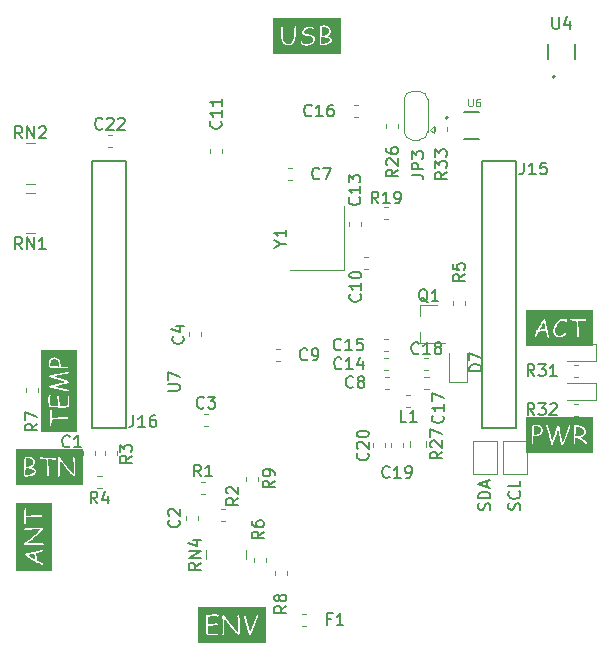
<source format=gbr>
%TF.GenerationSoftware,KiCad,Pcbnew,(5.1.6)-1*%
%TF.CreationDate,2020-12-16T03:56:45+01:00*%
%TF.ProjectId,CanSat,43616e53-6174-42e6-9b69-6361645f7063,V1.0*%
%TF.SameCoordinates,Original*%
%TF.FileFunction,Legend,Top*%
%TF.FilePolarity,Positive*%
%FSLAX46Y46*%
G04 Gerber Fmt 4.6, Leading zero omitted, Abs format (unit mm)*
G04 Created by KiCad (PCBNEW (5.1.6)-1) date 2020-12-16 03:56:45*
%MOMM*%
%LPD*%
G01*
G04 APERTURE LIST*
%ADD10C,0.127000*%
%ADD11C,0.200000*%
%ADD12C,0.120000*%
%ADD13C,0.010000*%
%ADD14C,0.150000*%
%ADD15C,0.015000*%
G04 APERTURE END LIST*
D10*
%TO.C,U4*%
X230605000Y-35105500D02*
X230605000Y-33855500D01*
X232945000Y-33855500D02*
X232945000Y-35105500D01*
D11*
X231225000Y-36580500D02*
G75*
G03*
X231225000Y-36580500I-100000J0D01*
G01*
%TO.C,U6*%
X222162500Y-40053500D02*
G75*
G03*
X222162500Y-40053500I-100000J0D01*
G01*
D10*
X224787500Y-41873500D02*
X223537500Y-41873500D01*
X223537500Y-39533500D02*
X224787500Y-39533500D01*
D12*
%TO.C,C4*%
X201297000Y-58577267D02*
X201297000Y-58234733D01*
X200277000Y-58577267D02*
X200277000Y-58234733D01*
%TO.C,C3*%
X201518733Y-66169000D02*
X201861267Y-66169000D01*
X201518733Y-65149000D02*
X201861267Y-65149000D01*
%TO.C,R6*%
X205738000Y-77690767D02*
X205738000Y-77348233D01*
X206758000Y-77690767D02*
X206758000Y-77348233D01*
D13*
%TO.C,G\u002A\u002A\u002A*%
G36*
X206659665Y-84467282D02*
G01*
X201021327Y-84467282D01*
X201021327Y-83211045D01*
X201605202Y-83211045D01*
X201605338Y-83286236D01*
X201606011Y-83359609D01*
X201607224Y-83427764D01*
X201608982Y-83487303D01*
X201611289Y-83534825D01*
X201614149Y-83566933D01*
X201614661Y-83570426D01*
X201632582Y-83659002D01*
X201656395Y-83728637D01*
X201688606Y-83782106D01*
X201731722Y-83822188D01*
X201788248Y-83851660D01*
X201860691Y-83873299D01*
X201894305Y-83880311D01*
X201933043Y-83885320D01*
X201987563Y-83889100D01*
X202054316Y-83891694D01*
X202129754Y-83893148D01*
X202210327Y-83893505D01*
X202292487Y-83892809D01*
X202372686Y-83891105D01*
X202447373Y-83888438D01*
X202513001Y-83884851D01*
X202566020Y-83880388D01*
X202602882Y-83875095D01*
X202616320Y-83871306D01*
X202659003Y-83843154D01*
X202685086Y-83805463D01*
X202693540Y-83762718D01*
X202683337Y-83719404D01*
X202659000Y-83685264D01*
X202626056Y-83652319D01*
X202463912Y-83659972D01*
X202394403Y-83662745D01*
X202311421Y-83665264D01*
X202223477Y-83667317D01*
X202139081Y-83668687D01*
X202103524Y-83669032D01*
X202022932Y-83669183D01*
X201961488Y-83667710D01*
X201916366Y-83663665D01*
X201884741Y-83656100D01*
X201863790Y-83644068D01*
X201850687Y-83626621D01*
X201842608Y-83602810D01*
X201838106Y-83579974D01*
X201835835Y-83556406D01*
X201833933Y-83516991D01*
X201832417Y-83465607D01*
X201831308Y-83406131D01*
X201830622Y-83342441D01*
X201830377Y-83278414D01*
X201830592Y-83217928D01*
X201831285Y-83164860D01*
X201832474Y-83123088D01*
X201834177Y-83096489D01*
X201835812Y-83088821D01*
X201847379Y-83086959D01*
X201878368Y-83083483D01*
X201926297Y-83078633D01*
X201988685Y-83072645D01*
X202063050Y-83065759D01*
X202146910Y-83058212D01*
X202233809Y-83050588D01*
X202325474Y-83042353D01*
X202410907Y-83034122D01*
X202487459Y-83026192D01*
X202552480Y-83018862D01*
X202603320Y-83012429D01*
X202637331Y-83007190D01*
X202651464Y-83003689D01*
X202681267Y-82981600D01*
X202697260Y-82951473D01*
X202702536Y-82907212D01*
X202702587Y-82902979D01*
X202700227Y-82866092D01*
X202689902Y-82840198D01*
X202670809Y-82817800D01*
X202647196Y-82797885D01*
X202622407Y-82788348D01*
X202586713Y-82785694D01*
X202581331Y-82785672D01*
X202557850Y-82786665D01*
X202516092Y-82789434D01*
X202459664Y-82793667D01*
X202392172Y-82799053D01*
X202317222Y-82805279D01*
X202238420Y-82812034D01*
X202159371Y-82819004D01*
X202083683Y-82825879D01*
X202014961Y-82832345D01*
X201956811Y-82838091D01*
X201912839Y-82842805D01*
X201892931Y-82845254D01*
X201857785Y-82850049D01*
X201862131Y-82302625D01*
X201917086Y-82291520D01*
X202038136Y-82271213D01*
X202160498Y-82258392D01*
X202279315Y-82253195D01*
X202389728Y-82255762D01*
X202486880Y-82266231D01*
X202527082Y-82274036D01*
X202594655Y-82288701D01*
X202644945Y-82297178D01*
X202681725Y-82299586D01*
X202708772Y-82296041D01*
X202729860Y-82286660D01*
X202738392Y-82280582D01*
X202761760Y-82253811D01*
X202772413Y-82233135D01*
X202992506Y-82233135D01*
X202993694Y-82288728D01*
X202998166Y-82361723D01*
X203000630Y-82395158D01*
X203005152Y-82470390D01*
X203008897Y-82564039D01*
X203011844Y-82672553D01*
X203013971Y-82792380D01*
X203015258Y-82919968D01*
X203015683Y-83051765D01*
X203015226Y-83184218D01*
X203013864Y-83313776D01*
X203011576Y-83436887D01*
X203008342Y-83549999D01*
X203007637Y-83569577D01*
X202999097Y-83798441D01*
X203036763Y-83836107D01*
X203077308Y-83865099D01*
X203119667Y-83875448D01*
X203159538Y-83866820D01*
X203185300Y-83847611D01*
X203197103Y-83834217D01*
X203207128Y-83819943D01*
X203215522Y-83802976D01*
X203222429Y-83781500D01*
X203227992Y-83753700D01*
X203232357Y-83717764D01*
X203235668Y-83671874D01*
X203238069Y-83614218D01*
X203239705Y-83542981D01*
X203240720Y-83456346D01*
X203241259Y-83352502D01*
X203241466Y-83229631D01*
X203241491Y-83141779D01*
X203241661Y-83031482D01*
X203242149Y-82927926D01*
X203242923Y-82833172D01*
X203243950Y-82749282D01*
X203245197Y-82678319D01*
X203246633Y-82622343D01*
X203248225Y-82583417D01*
X203249939Y-82563603D01*
X203250638Y-82561498D01*
X203259744Y-82568092D01*
X203279650Y-82589816D01*
X203308180Y-82624054D01*
X203343161Y-82668193D01*
X203382417Y-82719618D01*
X203384926Y-82722966D01*
X203473237Y-82839088D01*
X203564670Y-82955949D01*
X203657755Y-83071872D01*
X203751023Y-83185183D01*
X203843004Y-83294208D01*
X203932229Y-83397273D01*
X204017226Y-83492703D01*
X204096528Y-83578824D01*
X204168663Y-83653961D01*
X204232162Y-83716439D01*
X204285556Y-83764585D01*
X204327375Y-83796724D01*
X204327515Y-83796817D01*
X204381876Y-83823878D01*
X204431181Y-83829602D01*
X204475648Y-83813993D01*
X204494610Y-83799584D01*
X204506581Y-83787556D01*
X204516816Y-83773590D01*
X204525453Y-83755967D01*
X204532630Y-83732964D01*
X204538484Y-83702861D01*
X204543153Y-83663937D01*
X204546775Y-83614470D01*
X204549487Y-83552741D01*
X204551427Y-83477028D01*
X204552732Y-83385609D01*
X204553540Y-83276765D01*
X204553989Y-83148773D01*
X204554152Y-83054950D01*
X204554251Y-82924834D01*
X204554137Y-82814579D01*
X204553752Y-82722065D01*
X204553037Y-82645171D01*
X204551933Y-82581777D01*
X204550382Y-82529764D01*
X204548325Y-82487010D01*
X204545702Y-82451395D01*
X204542457Y-82420800D01*
X204538529Y-82393104D01*
X204535297Y-82374054D01*
X204517611Y-82294369D01*
X204496939Y-82229101D01*
X204817477Y-82229101D01*
X204822042Y-82271266D01*
X204832976Y-82329365D01*
X204850543Y-82404642D01*
X204875002Y-82498343D01*
X204900932Y-82591725D01*
X204920749Y-82662059D01*
X204944426Y-82746746D01*
X204970057Y-82838928D01*
X204995736Y-82931747D01*
X205019556Y-83018346D01*
X205021944Y-83027061D01*
X205047104Y-83116785D01*
X205074938Y-83212317D01*
X205104394Y-83310345D01*
X205134419Y-83407557D01*
X205163958Y-83500641D01*
X205191958Y-83586284D01*
X205217367Y-83661175D01*
X205239132Y-83722002D01*
X205256198Y-83765451D01*
X205258239Y-83770154D01*
X205289622Y-83824478D01*
X205327327Y-83858426D01*
X205372622Y-83873017D01*
X205387287Y-83873773D01*
X205423695Y-83868825D01*
X205452211Y-83850386D01*
X205460740Y-83841780D01*
X205477792Y-83818170D01*
X205499785Y-83780196D01*
X205523396Y-83733861D01*
X205538241Y-83701646D01*
X205552720Y-83667001D01*
X205573672Y-83614409D01*
X205600080Y-83546590D01*
X205630925Y-83466262D01*
X205665190Y-83376146D01*
X205701859Y-83278959D01*
X205739914Y-83177423D01*
X205778337Y-83074256D01*
X205816111Y-82972178D01*
X205852220Y-82873908D01*
X205885644Y-82782165D01*
X205915368Y-82699669D01*
X205940374Y-82629140D01*
X205952217Y-82595070D01*
X205977827Y-82522331D01*
X205999780Y-82464744D01*
X206020721Y-82416397D01*
X206043291Y-82371383D01*
X206070134Y-82323793D01*
X206083907Y-82300634D01*
X206110557Y-82248772D01*
X206120437Y-82206974D01*
X206113542Y-82171092D01*
X206089869Y-82136973D01*
X206083741Y-82130614D01*
X206052678Y-82104890D01*
X206022996Y-82094261D01*
X206007187Y-82093245D01*
X205972415Y-82099659D01*
X205938584Y-82119729D01*
X205904906Y-82154698D01*
X205870594Y-82205805D01*
X205834860Y-82274294D01*
X205796917Y-82361406D01*
X205755976Y-82468383D01*
X205738802Y-82516395D01*
X205719406Y-82570990D01*
X205695473Y-82637521D01*
X205667941Y-82713456D01*
X205637745Y-82796260D01*
X205605824Y-82883400D01*
X205573113Y-82972344D01*
X205540549Y-83060557D01*
X205509069Y-83145506D01*
X205479609Y-83224658D01*
X205453107Y-83295480D01*
X205430499Y-83355438D01*
X205412722Y-83402000D01*
X205400712Y-83432630D01*
X205395695Y-83444329D01*
X205389266Y-83442170D01*
X205378279Y-83420163D01*
X205362651Y-83378051D01*
X205342296Y-83315575D01*
X205317132Y-83232477D01*
X205287073Y-83128501D01*
X205252618Y-83005491D01*
X205229750Y-82922997D01*
X205203461Y-82828414D01*
X205176278Y-82730813D01*
X205150727Y-82639269D01*
X205137876Y-82593331D01*
X205118186Y-82521832D01*
X205099258Y-82450936D01*
X205082445Y-82385881D01*
X205069105Y-82331904D01*
X205061073Y-82296577D01*
X205045356Y-82228454D01*
X205029599Y-82179339D01*
X205011757Y-82146349D01*
X204989787Y-82126602D01*
X204961644Y-82117215D01*
X204932489Y-82115227D01*
X204889958Y-82124544D01*
X204851997Y-82148956D01*
X204825584Y-82183148D01*
X204819022Y-82201627D01*
X204817477Y-82229101D01*
X204496939Y-82229101D01*
X204495357Y-82224108D01*
X204470003Y-82166911D01*
X204443015Y-82126417D01*
X204430756Y-82114635D01*
X204389707Y-82095214D01*
X204344449Y-82094326D01*
X204301773Y-82111471D01*
X204284782Y-82125372D01*
X204265141Y-82148515D01*
X204255566Y-82172673D01*
X204252713Y-82207305D01*
X204252655Y-82216268D01*
X204255820Y-82258357D01*
X204264062Y-82309365D01*
X204274045Y-82352225D01*
X204286109Y-82402523D01*
X204297759Y-82462369D01*
X204306610Y-82519417D01*
X204307098Y-82523273D01*
X204312685Y-82578447D01*
X204318184Y-82651591D01*
X204323426Y-82738692D01*
X204328242Y-82835738D01*
X204332460Y-82938716D01*
X204335912Y-83043615D01*
X204338427Y-83146422D01*
X204339836Y-83243124D01*
X204340076Y-83302245D01*
X204339860Y-83505577D01*
X204178105Y-83340611D01*
X204057204Y-83214355D01*
X203942581Y-83088217D01*
X203831777Y-82959118D01*
X203722329Y-82823980D01*
X203611777Y-82679722D01*
X203497660Y-82523267D01*
X203377515Y-82351536D01*
X203319746Y-82266856D01*
X203269005Y-82195198D01*
X203225656Y-82142105D01*
X203187641Y-82106296D01*
X203152902Y-82086490D01*
X203119382Y-82081405D01*
X203085023Y-82089759D01*
X203057927Y-82103791D01*
X203033223Y-82120548D01*
X203014961Y-82138649D01*
X203002508Y-82161306D01*
X202995234Y-82191731D01*
X202992506Y-82233135D01*
X202772413Y-82233135D01*
X202779451Y-82219477D01*
X202780909Y-82215019D01*
X202786170Y-82168149D01*
X202771722Y-82127840D01*
X202737331Y-82093983D01*
X202682759Y-82066468D01*
X202607773Y-82045184D01*
X202512135Y-82030021D01*
X202395611Y-82020870D01*
X202362218Y-82019474D01*
X202204188Y-82019993D01*
X202058578Y-82033651D01*
X201919753Y-82061047D01*
X201885670Y-82070051D01*
X201845776Y-82080145D01*
X201820541Y-82083326D01*
X201803871Y-82079923D01*
X201795492Y-82074892D01*
X201758797Y-82060498D01*
X201716126Y-82062001D01*
X201675536Y-82078376D01*
X201657954Y-82092399D01*
X201640004Y-82112757D01*
X201630379Y-82133212D01*
X201626616Y-82161638D01*
X201626166Y-82194065D01*
X201627939Y-82242455D01*
X201632220Y-82299280D01*
X201637329Y-82346036D01*
X201639783Y-82378829D01*
X201640910Y-82426514D01*
X201640855Y-82485374D01*
X201639761Y-82551691D01*
X201637771Y-82621748D01*
X201635030Y-82691828D01*
X201631682Y-82758213D01*
X201627869Y-82817186D01*
X201623737Y-82865029D01*
X201619428Y-82898025D01*
X201615435Y-82912068D01*
X201612435Y-82926786D01*
X201609946Y-82960081D01*
X201607975Y-83008553D01*
X201606525Y-83068804D01*
X201605599Y-83137435D01*
X201605202Y-83211045D01*
X201021327Y-83211045D01*
X201021327Y-81499736D01*
X206659665Y-81499736D01*
X206659665Y-84467282D01*
G37*
X206659665Y-84467282D02*
X201021327Y-84467282D01*
X201021327Y-83211045D01*
X201605202Y-83211045D01*
X201605338Y-83286236D01*
X201606011Y-83359609D01*
X201607224Y-83427764D01*
X201608982Y-83487303D01*
X201611289Y-83534825D01*
X201614149Y-83566933D01*
X201614661Y-83570426D01*
X201632582Y-83659002D01*
X201656395Y-83728637D01*
X201688606Y-83782106D01*
X201731722Y-83822188D01*
X201788248Y-83851660D01*
X201860691Y-83873299D01*
X201894305Y-83880311D01*
X201933043Y-83885320D01*
X201987563Y-83889100D01*
X202054316Y-83891694D01*
X202129754Y-83893148D01*
X202210327Y-83893505D01*
X202292487Y-83892809D01*
X202372686Y-83891105D01*
X202447373Y-83888438D01*
X202513001Y-83884851D01*
X202566020Y-83880388D01*
X202602882Y-83875095D01*
X202616320Y-83871306D01*
X202659003Y-83843154D01*
X202685086Y-83805463D01*
X202693540Y-83762718D01*
X202683337Y-83719404D01*
X202659000Y-83685264D01*
X202626056Y-83652319D01*
X202463912Y-83659972D01*
X202394403Y-83662745D01*
X202311421Y-83665264D01*
X202223477Y-83667317D01*
X202139081Y-83668687D01*
X202103524Y-83669032D01*
X202022932Y-83669183D01*
X201961488Y-83667710D01*
X201916366Y-83663665D01*
X201884741Y-83656100D01*
X201863790Y-83644068D01*
X201850687Y-83626621D01*
X201842608Y-83602810D01*
X201838106Y-83579974D01*
X201835835Y-83556406D01*
X201833933Y-83516991D01*
X201832417Y-83465607D01*
X201831308Y-83406131D01*
X201830622Y-83342441D01*
X201830377Y-83278414D01*
X201830592Y-83217928D01*
X201831285Y-83164860D01*
X201832474Y-83123088D01*
X201834177Y-83096489D01*
X201835812Y-83088821D01*
X201847379Y-83086959D01*
X201878368Y-83083483D01*
X201926297Y-83078633D01*
X201988685Y-83072645D01*
X202063050Y-83065759D01*
X202146910Y-83058212D01*
X202233809Y-83050588D01*
X202325474Y-83042353D01*
X202410907Y-83034122D01*
X202487459Y-83026192D01*
X202552480Y-83018862D01*
X202603320Y-83012429D01*
X202637331Y-83007190D01*
X202651464Y-83003689D01*
X202681267Y-82981600D01*
X202697260Y-82951473D01*
X202702536Y-82907212D01*
X202702587Y-82902979D01*
X202700227Y-82866092D01*
X202689902Y-82840198D01*
X202670809Y-82817800D01*
X202647196Y-82797885D01*
X202622407Y-82788348D01*
X202586713Y-82785694D01*
X202581331Y-82785672D01*
X202557850Y-82786665D01*
X202516092Y-82789434D01*
X202459664Y-82793667D01*
X202392172Y-82799053D01*
X202317222Y-82805279D01*
X202238420Y-82812034D01*
X202159371Y-82819004D01*
X202083683Y-82825879D01*
X202014961Y-82832345D01*
X201956811Y-82838091D01*
X201912839Y-82842805D01*
X201892931Y-82845254D01*
X201857785Y-82850049D01*
X201862131Y-82302625D01*
X201917086Y-82291520D01*
X202038136Y-82271213D01*
X202160498Y-82258392D01*
X202279315Y-82253195D01*
X202389728Y-82255762D01*
X202486880Y-82266231D01*
X202527082Y-82274036D01*
X202594655Y-82288701D01*
X202644945Y-82297178D01*
X202681725Y-82299586D01*
X202708772Y-82296041D01*
X202729860Y-82286660D01*
X202738392Y-82280582D01*
X202761760Y-82253811D01*
X202772413Y-82233135D01*
X202992506Y-82233135D01*
X202993694Y-82288728D01*
X202998166Y-82361723D01*
X203000630Y-82395158D01*
X203005152Y-82470390D01*
X203008897Y-82564039D01*
X203011844Y-82672553D01*
X203013971Y-82792380D01*
X203015258Y-82919968D01*
X203015683Y-83051765D01*
X203015226Y-83184218D01*
X203013864Y-83313776D01*
X203011576Y-83436887D01*
X203008342Y-83549999D01*
X203007637Y-83569577D01*
X202999097Y-83798441D01*
X203036763Y-83836107D01*
X203077308Y-83865099D01*
X203119667Y-83875448D01*
X203159538Y-83866820D01*
X203185300Y-83847611D01*
X203197103Y-83834217D01*
X203207128Y-83819943D01*
X203215522Y-83802976D01*
X203222429Y-83781500D01*
X203227992Y-83753700D01*
X203232357Y-83717764D01*
X203235668Y-83671874D01*
X203238069Y-83614218D01*
X203239705Y-83542981D01*
X203240720Y-83456346D01*
X203241259Y-83352502D01*
X203241466Y-83229631D01*
X203241491Y-83141779D01*
X203241661Y-83031482D01*
X203242149Y-82927926D01*
X203242923Y-82833172D01*
X203243950Y-82749282D01*
X203245197Y-82678319D01*
X203246633Y-82622343D01*
X203248225Y-82583417D01*
X203249939Y-82563603D01*
X203250638Y-82561498D01*
X203259744Y-82568092D01*
X203279650Y-82589816D01*
X203308180Y-82624054D01*
X203343161Y-82668193D01*
X203382417Y-82719618D01*
X203384926Y-82722966D01*
X203473237Y-82839088D01*
X203564670Y-82955949D01*
X203657755Y-83071872D01*
X203751023Y-83185183D01*
X203843004Y-83294208D01*
X203932229Y-83397273D01*
X204017226Y-83492703D01*
X204096528Y-83578824D01*
X204168663Y-83653961D01*
X204232162Y-83716439D01*
X204285556Y-83764585D01*
X204327375Y-83796724D01*
X204327515Y-83796817D01*
X204381876Y-83823878D01*
X204431181Y-83829602D01*
X204475648Y-83813993D01*
X204494610Y-83799584D01*
X204506581Y-83787556D01*
X204516816Y-83773590D01*
X204525453Y-83755967D01*
X204532630Y-83732964D01*
X204538484Y-83702861D01*
X204543153Y-83663937D01*
X204546775Y-83614470D01*
X204549487Y-83552741D01*
X204551427Y-83477028D01*
X204552732Y-83385609D01*
X204553540Y-83276765D01*
X204553989Y-83148773D01*
X204554152Y-83054950D01*
X204554251Y-82924834D01*
X204554137Y-82814579D01*
X204553752Y-82722065D01*
X204553037Y-82645171D01*
X204551933Y-82581777D01*
X204550382Y-82529764D01*
X204548325Y-82487010D01*
X204545702Y-82451395D01*
X204542457Y-82420800D01*
X204538529Y-82393104D01*
X204535297Y-82374054D01*
X204517611Y-82294369D01*
X204496939Y-82229101D01*
X204817477Y-82229101D01*
X204822042Y-82271266D01*
X204832976Y-82329365D01*
X204850543Y-82404642D01*
X204875002Y-82498343D01*
X204900932Y-82591725D01*
X204920749Y-82662059D01*
X204944426Y-82746746D01*
X204970057Y-82838928D01*
X204995736Y-82931747D01*
X205019556Y-83018346D01*
X205021944Y-83027061D01*
X205047104Y-83116785D01*
X205074938Y-83212317D01*
X205104394Y-83310345D01*
X205134419Y-83407557D01*
X205163958Y-83500641D01*
X205191958Y-83586284D01*
X205217367Y-83661175D01*
X205239132Y-83722002D01*
X205256198Y-83765451D01*
X205258239Y-83770154D01*
X205289622Y-83824478D01*
X205327327Y-83858426D01*
X205372622Y-83873017D01*
X205387287Y-83873773D01*
X205423695Y-83868825D01*
X205452211Y-83850386D01*
X205460740Y-83841780D01*
X205477792Y-83818170D01*
X205499785Y-83780196D01*
X205523396Y-83733861D01*
X205538241Y-83701646D01*
X205552720Y-83667001D01*
X205573672Y-83614409D01*
X205600080Y-83546590D01*
X205630925Y-83466262D01*
X205665190Y-83376146D01*
X205701859Y-83278959D01*
X205739914Y-83177423D01*
X205778337Y-83074256D01*
X205816111Y-82972178D01*
X205852220Y-82873908D01*
X205885644Y-82782165D01*
X205915368Y-82699669D01*
X205940374Y-82629140D01*
X205952217Y-82595070D01*
X205977827Y-82522331D01*
X205999780Y-82464744D01*
X206020721Y-82416397D01*
X206043291Y-82371383D01*
X206070134Y-82323793D01*
X206083907Y-82300634D01*
X206110557Y-82248772D01*
X206120437Y-82206974D01*
X206113542Y-82171092D01*
X206089869Y-82136973D01*
X206083741Y-82130614D01*
X206052678Y-82104890D01*
X206022996Y-82094261D01*
X206007187Y-82093245D01*
X205972415Y-82099659D01*
X205938584Y-82119729D01*
X205904906Y-82154698D01*
X205870594Y-82205805D01*
X205834860Y-82274294D01*
X205796917Y-82361406D01*
X205755976Y-82468383D01*
X205738802Y-82516395D01*
X205719406Y-82570990D01*
X205695473Y-82637521D01*
X205667941Y-82713456D01*
X205637745Y-82796260D01*
X205605824Y-82883400D01*
X205573113Y-82972344D01*
X205540549Y-83060557D01*
X205509069Y-83145506D01*
X205479609Y-83224658D01*
X205453107Y-83295480D01*
X205430499Y-83355438D01*
X205412722Y-83402000D01*
X205400712Y-83432630D01*
X205395695Y-83444329D01*
X205389266Y-83442170D01*
X205378279Y-83420163D01*
X205362651Y-83378051D01*
X205342296Y-83315575D01*
X205317132Y-83232477D01*
X205287073Y-83128501D01*
X205252618Y-83005491D01*
X205229750Y-82922997D01*
X205203461Y-82828414D01*
X205176278Y-82730813D01*
X205150727Y-82639269D01*
X205137876Y-82593331D01*
X205118186Y-82521832D01*
X205099258Y-82450936D01*
X205082445Y-82385881D01*
X205069105Y-82331904D01*
X205061073Y-82296577D01*
X205045356Y-82228454D01*
X205029599Y-82179339D01*
X205011757Y-82146349D01*
X204989787Y-82126602D01*
X204961644Y-82117215D01*
X204932489Y-82115227D01*
X204889958Y-82124544D01*
X204851997Y-82148956D01*
X204825584Y-82183148D01*
X204819022Y-82201627D01*
X204817477Y-82229101D01*
X204496939Y-82229101D01*
X204495357Y-82224108D01*
X204470003Y-82166911D01*
X204443015Y-82126417D01*
X204430756Y-82114635D01*
X204389707Y-82095214D01*
X204344449Y-82094326D01*
X204301773Y-82111471D01*
X204284782Y-82125372D01*
X204265141Y-82148515D01*
X204255566Y-82172673D01*
X204252713Y-82207305D01*
X204252655Y-82216268D01*
X204255820Y-82258357D01*
X204264062Y-82309365D01*
X204274045Y-82352225D01*
X204286109Y-82402523D01*
X204297759Y-82462369D01*
X204306610Y-82519417D01*
X204307098Y-82523273D01*
X204312685Y-82578447D01*
X204318184Y-82651591D01*
X204323426Y-82738692D01*
X204328242Y-82835738D01*
X204332460Y-82938716D01*
X204335912Y-83043615D01*
X204338427Y-83146422D01*
X204339836Y-83243124D01*
X204340076Y-83302245D01*
X204339860Y-83505577D01*
X204178105Y-83340611D01*
X204057204Y-83214355D01*
X203942581Y-83088217D01*
X203831777Y-82959118D01*
X203722329Y-82823980D01*
X203611777Y-82679722D01*
X203497660Y-82523267D01*
X203377515Y-82351536D01*
X203319746Y-82266856D01*
X203269005Y-82195198D01*
X203225656Y-82142105D01*
X203187641Y-82106296D01*
X203152902Y-82086490D01*
X203119382Y-82081405D01*
X203085023Y-82089759D01*
X203057927Y-82103791D01*
X203033223Y-82120548D01*
X203014961Y-82138649D01*
X203002508Y-82161306D01*
X202995234Y-82191731D01*
X202992506Y-82233135D01*
X202772413Y-82233135D01*
X202779451Y-82219477D01*
X202780909Y-82215019D01*
X202786170Y-82168149D01*
X202771722Y-82127840D01*
X202737331Y-82093983D01*
X202682759Y-82066468D01*
X202607773Y-82045184D01*
X202512135Y-82030021D01*
X202395611Y-82020870D01*
X202362218Y-82019474D01*
X202204188Y-82019993D01*
X202058578Y-82033651D01*
X201919753Y-82061047D01*
X201885670Y-82070051D01*
X201845776Y-82080145D01*
X201820541Y-82083326D01*
X201803871Y-82079923D01*
X201795492Y-82074892D01*
X201758797Y-82060498D01*
X201716126Y-82062001D01*
X201675536Y-82078376D01*
X201657954Y-82092399D01*
X201640004Y-82112757D01*
X201630379Y-82133212D01*
X201626616Y-82161638D01*
X201626166Y-82194065D01*
X201627939Y-82242455D01*
X201632220Y-82299280D01*
X201637329Y-82346036D01*
X201639783Y-82378829D01*
X201640910Y-82426514D01*
X201640855Y-82485374D01*
X201639761Y-82551691D01*
X201637771Y-82621748D01*
X201635030Y-82691828D01*
X201631682Y-82758213D01*
X201627869Y-82817186D01*
X201623737Y-82865029D01*
X201619428Y-82898025D01*
X201615435Y-82912068D01*
X201612435Y-82926786D01*
X201609946Y-82960081D01*
X201607975Y-83008553D01*
X201606525Y-83068804D01*
X201605599Y-83137435D01*
X201605202Y-83211045D01*
X201021327Y-83211045D01*
X201021327Y-81499736D01*
X206659665Y-81499736D01*
X206659665Y-84467282D01*
G36*
X229701704Y-66181472D02*
G01*
X229794015Y-66216170D01*
X229875868Y-66266917D01*
X229890979Y-66279248D01*
X229939071Y-66333105D01*
X229968315Y-66393896D01*
X229979627Y-66458925D01*
X229973919Y-66525495D01*
X229952105Y-66590912D01*
X229915098Y-66652477D01*
X229863811Y-66707496D01*
X229799159Y-66753272D01*
X229722054Y-66787108D01*
X229718543Y-66788232D01*
X229636250Y-66807173D01*
X229546851Y-66816130D01*
X229466002Y-66814094D01*
X229452036Y-66813309D01*
X229440916Y-66812636D01*
X229432428Y-66809822D01*
X229426354Y-66802613D01*
X229422480Y-66788753D01*
X229420588Y-66765989D01*
X229420462Y-66732066D01*
X229421888Y-66684731D01*
X229424648Y-66621728D01*
X229428526Y-66540804D01*
X229432268Y-66462097D01*
X229445718Y-66174098D01*
X229506693Y-66166389D01*
X229604181Y-66164365D01*
X229701704Y-66181472D01*
G37*
X229701704Y-66181472D02*
X229794015Y-66216170D01*
X229875868Y-66266917D01*
X229890979Y-66279248D01*
X229939071Y-66333105D01*
X229968315Y-66393896D01*
X229979627Y-66458925D01*
X229973919Y-66525495D01*
X229952105Y-66590912D01*
X229915098Y-66652477D01*
X229863811Y-66707496D01*
X229799159Y-66753272D01*
X229722054Y-66787108D01*
X229718543Y-66788232D01*
X229636250Y-66807173D01*
X229546851Y-66816130D01*
X229466002Y-66814094D01*
X229452036Y-66813309D01*
X229440916Y-66812636D01*
X229432428Y-66809822D01*
X229426354Y-66802613D01*
X229422480Y-66788753D01*
X229420588Y-66765989D01*
X229420462Y-66732066D01*
X229421888Y-66684731D01*
X229424648Y-66621728D01*
X229428526Y-66540804D01*
X229432268Y-66462097D01*
X229445718Y-66174098D01*
X229506693Y-66166389D01*
X229604181Y-66164365D01*
X229701704Y-66181472D01*
G36*
X233009968Y-66222179D02*
G01*
X233036849Y-66225611D01*
X233076623Y-66229805D01*
X233116789Y-66233507D01*
X233224168Y-66252442D01*
X233328228Y-66291199D01*
X233404389Y-66332899D01*
X233487291Y-66392846D01*
X233553713Y-66458968D01*
X233602032Y-66529189D01*
X233630625Y-66601437D01*
X233635999Y-66629118D01*
X233638115Y-66665282D01*
X233630398Y-66694059D01*
X233614535Y-66721248D01*
X233564602Y-66781969D01*
X233501921Y-66831346D01*
X233424936Y-66870008D01*
X233332092Y-66898586D01*
X233221836Y-66917710D01*
X233105911Y-66927384D01*
X233046581Y-66930224D01*
X233005749Y-66931511D01*
X232979963Y-66930901D01*
X232965773Y-66928045D01*
X232959728Y-66922598D01*
X232958376Y-66914211D01*
X232958364Y-66912556D01*
X232959505Y-66894095D01*
X232962642Y-66858283D01*
X232967350Y-66809614D01*
X232973204Y-66752585D01*
X232975949Y-66726786D01*
X232985181Y-66620142D01*
X232988770Y-66518575D01*
X232987095Y-66409837D01*
X232986337Y-66390297D01*
X232979139Y-66217344D01*
X233009968Y-66222179D01*
G37*
X233009968Y-66222179D02*
X233036849Y-66225611D01*
X233076623Y-66229805D01*
X233116789Y-66233507D01*
X233224168Y-66252442D01*
X233328228Y-66291199D01*
X233404389Y-66332899D01*
X233487291Y-66392846D01*
X233553713Y-66458968D01*
X233602032Y-66529189D01*
X233630625Y-66601437D01*
X233635999Y-66629118D01*
X233638115Y-66665282D01*
X233630398Y-66694059D01*
X233614535Y-66721248D01*
X233564602Y-66781969D01*
X233501921Y-66831346D01*
X233424936Y-66870008D01*
X233332092Y-66898586D01*
X233221836Y-66917710D01*
X233105911Y-66927384D01*
X233046581Y-66930224D01*
X233005749Y-66931511D01*
X232979963Y-66930901D01*
X232965773Y-66928045D01*
X232959728Y-66922598D01*
X232958376Y-66914211D01*
X232958364Y-66912556D01*
X232959505Y-66894095D01*
X232962642Y-66858283D01*
X232967350Y-66809614D01*
X232973204Y-66752585D01*
X232975949Y-66726786D01*
X232985181Y-66620142D01*
X232988770Y-66518575D01*
X232987095Y-66409837D01*
X232986337Y-66390297D01*
X232979139Y-66217344D01*
X233009968Y-66222179D01*
G36*
X234409165Y-68327291D02*
G01*
X228770827Y-68327291D01*
X228770827Y-67633177D01*
X229188481Y-67633177D01*
X229216935Y-67666993D01*
X229252514Y-67693583D01*
X229295630Y-67701908D01*
X229340141Y-67690908D01*
X229344007Y-67688933D01*
X229359033Y-67678860D01*
X229370981Y-67664884D01*
X229380194Y-67644590D01*
X229387015Y-67615564D01*
X229391788Y-67575392D01*
X229394854Y-67521660D01*
X229396558Y-67451952D01*
X229397242Y-67363855D01*
X229397309Y-67313732D01*
X229397309Y-67024868D01*
X229542938Y-67024868D01*
X229635033Y-67022099D01*
X229712222Y-67012766D01*
X229781001Y-66995326D01*
X229847865Y-66968237D01*
X229902891Y-66939405D01*
X229989486Y-66879297D01*
X230061541Y-66806575D01*
X230118106Y-66723952D01*
X230158233Y-66634139D01*
X230180973Y-66539848D01*
X230185378Y-66443790D01*
X230170499Y-66348678D01*
X230139009Y-66264432D01*
X230090334Y-66188034D01*
X230023893Y-66117420D01*
X229992526Y-66093263D01*
X230408473Y-66093263D01*
X230411938Y-66117572D01*
X230421532Y-66158174D01*
X230436046Y-66210638D01*
X230454275Y-66270534D01*
X230469209Y-66316328D01*
X230498464Y-66404136D01*
X230524939Y-66485279D01*
X230549253Y-66562107D01*
X230572025Y-66636969D01*
X230593873Y-66712213D01*
X230615414Y-66790188D01*
X230637267Y-66873242D01*
X230660050Y-66963725D01*
X230684382Y-67063986D01*
X230710880Y-67176372D01*
X230740163Y-67303233D01*
X230772849Y-67446918D01*
X230809020Y-67607386D01*
X230818060Y-67645416D01*
X230826277Y-67676288D01*
X230830823Y-67690400D01*
X230852246Y-67716105D01*
X230888505Y-67733987D01*
X230933566Y-67743127D01*
X230981395Y-67742608D01*
X231025959Y-67731513D01*
X231043472Y-67722745D01*
X231078999Y-67690763D01*
X231095318Y-67649067D01*
X231094264Y-67602733D01*
X231095195Y-67566491D01*
X231106766Y-67512227D01*
X231129050Y-67439719D01*
X231162120Y-67348746D01*
X231206048Y-67239088D01*
X231239378Y-67160200D01*
X231266999Y-67092992D01*
X231298335Y-67011948D01*
X231331473Y-66922461D01*
X231364500Y-66829924D01*
X231395502Y-66739730D01*
X231422566Y-66657272D01*
X231443779Y-66587943D01*
X231449203Y-66568745D01*
X231454341Y-66552131D01*
X231458410Y-66547660D01*
X231462401Y-66557768D01*
X231467304Y-66584895D01*
X231473789Y-66629195D01*
X231488592Y-66728192D01*
X231505890Y-66834752D01*
X231525136Y-66946180D01*
X231545785Y-67059781D01*
X231567292Y-67172861D01*
X231589112Y-67282724D01*
X231610698Y-67386676D01*
X231631507Y-67482023D01*
X231650992Y-67566069D01*
X231668607Y-67636119D01*
X231683808Y-67689480D01*
X231694576Y-67720068D01*
X231717735Y-67750051D01*
X231755764Y-67773562D01*
X231801737Y-67786943D01*
X231824652Y-67788695D01*
X231859824Y-67785400D01*
X231886402Y-67772098D01*
X231907212Y-67753016D01*
X231929951Y-67721796D01*
X231957676Y-67669994D01*
X231990007Y-67598345D01*
X232004499Y-67563423D01*
X232022405Y-67519366D01*
X232047317Y-67458073D01*
X232077963Y-67382672D01*
X232113073Y-67296290D01*
X232151374Y-67202055D01*
X232191596Y-67103095D01*
X232199356Y-67084002D01*
X232725165Y-67084002D01*
X232725316Y-67167200D01*
X232727276Y-67262015D01*
X232730953Y-67373023D01*
X232732139Y-67404054D01*
X232736216Y-67494479D01*
X232741184Y-67565295D01*
X232747969Y-67618875D01*
X232757495Y-67657590D01*
X232770690Y-67683814D01*
X232788478Y-67699919D01*
X232811784Y-67708277D01*
X232841534Y-67711262D01*
X232852048Y-67711466D01*
X232886972Y-67706774D01*
X232916381Y-67688815D01*
X232927677Y-67678233D01*
X232961243Y-67644666D01*
X232956246Y-67410001D01*
X232951249Y-67175335D01*
X233061040Y-67213550D01*
X233219621Y-67278218D01*
X233373714Y-67360630D01*
X233525346Y-67462045D01*
X233676543Y-67583719D01*
X233719704Y-67622159D01*
X233761249Y-67657925D01*
X233792208Y-67679363D01*
X233816300Y-67688831D01*
X233826348Y-67689818D01*
X233876942Y-67680891D01*
X233914920Y-67656642D01*
X233938512Y-67620866D01*
X233945951Y-67577359D01*
X233935465Y-67529920D01*
X233916492Y-67496374D01*
X233876454Y-67449324D01*
X233820544Y-67395367D01*
X233752505Y-67337519D01*
X233676080Y-67278793D01*
X233595012Y-67222204D01*
X233513046Y-67170766D01*
X233509659Y-67168775D01*
X233419114Y-67115692D01*
X233501312Y-67079959D01*
X233576691Y-67045108D01*
X233636527Y-67012085D01*
X233686569Y-66977243D01*
X233732564Y-66936938D01*
X233743080Y-66926606D01*
X233802911Y-66853081D01*
X233842460Y-66773770D01*
X233862172Y-66690210D01*
X233862490Y-66603939D01*
X233843860Y-66516492D01*
X233806725Y-66429407D01*
X233751531Y-66344220D01*
X233678721Y-66262469D01*
X233588740Y-66185690D01*
X233514063Y-66134657D01*
X233441972Y-66092769D01*
X233372907Y-66059933D01*
X233302280Y-66034904D01*
X233225502Y-66016436D01*
X233137984Y-66003283D01*
X233035136Y-65994199D01*
X232985842Y-65991276D01*
X232927089Y-65988379D01*
X232885967Y-65987249D01*
X232858165Y-65988300D01*
X232839374Y-65991945D01*
X232825283Y-65998599D01*
X232812515Y-66007933D01*
X232792564Y-66024805D01*
X232777233Y-66041742D01*
X232766025Y-66061708D01*
X232758441Y-66087666D01*
X232753984Y-66122577D01*
X232752156Y-66169404D01*
X232752458Y-66231109D01*
X232754394Y-66310656D01*
X232755487Y-66347244D01*
X232757940Y-66444866D01*
X232758614Y-66526527D01*
X232757356Y-66598187D01*
X232754013Y-66665807D01*
X232748429Y-66735346D01*
X232744423Y-66775841D01*
X232736450Y-66858341D01*
X232730642Y-66934150D01*
X232726910Y-67007845D01*
X232725165Y-67084002D01*
X232199356Y-67084002D01*
X232232468Y-67002537D01*
X232247962Y-66964418D01*
X232287075Y-66867687D01*
X232324438Y-66774338D01*
X232359038Y-66686967D01*
X232389864Y-66608169D01*
X232415903Y-66540542D01*
X232436144Y-66486681D01*
X232449575Y-66449182D01*
X232453579Y-66436854D01*
X232468459Y-66389828D01*
X232488064Y-66331494D01*
X232509257Y-66271070D01*
X232520481Y-66240213D01*
X232542816Y-66176890D01*
X232556228Y-66129658D01*
X232560904Y-66094602D01*
X232557032Y-66067809D01*
X232544797Y-66045363D01*
X232530564Y-66029345D01*
X232490919Y-66002637D01*
X232448068Y-65995950D01*
X232404877Y-66008179D01*
X232364211Y-66038217D01*
X232328936Y-66084960D01*
X232314974Y-66112522D01*
X232302931Y-66144171D01*
X232287465Y-66191228D01*
X232270421Y-66247764D01*
X232253648Y-66307848D01*
X232250836Y-66318443D01*
X232234289Y-66375722D01*
X232210367Y-66450522D01*
X232180095Y-66540052D01*
X232144497Y-66641518D01*
X232104599Y-66752129D01*
X232061424Y-66869091D01*
X232015997Y-66989612D01*
X231969343Y-67110901D01*
X231922486Y-67230164D01*
X231876451Y-67344608D01*
X231856577Y-67393063D01*
X231851091Y-67402912D01*
X231845787Y-67401870D01*
X231839545Y-67387294D01*
X231831245Y-67356538D01*
X231819767Y-67306957D01*
X231819358Y-67305136D01*
X231792173Y-67180498D01*
X231765718Y-67052809D01*
X231740775Y-66926232D01*
X231718126Y-66804933D01*
X231698550Y-66693077D01*
X231682829Y-66594829D01*
X231673037Y-66524781D01*
X231657183Y-66405318D01*
X231642144Y-66306053D01*
X231627277Y-66225250D01*
X231611941Y-66161174D01*
X231595494Y-66112089D01*
X231577292Y-66076260D01*
X231556693Y-66051951D01*
X231533056Y-66037427D01*
X231505737Y-66030952D01*
X231489978Y-66030190D01*
X231451859Y-66039011D01*
X231414112Y-66065907D01*
X231376352Y-66111525D01*
X231338192Y-66176514D01*
X231299247Y-66261521D01*
X231259130Y-66367195D01*
X231221607Y-66480818D01*
X231185963Y-66593832D01*
X231150571Y-66703985D01*
X231116083Y-66809394D01*
X231083153Y-66908177D01*
X231052434Y-66998451D01*
X231024579Y-67078336D01*
X231000240Y-67145948D01*
X230980072Y-67199405D01*
X230964727Y-67236825D01*
X230954858Y-67256326D01*
X230951747Y-67258565D01*
X230948574Y-67247342D01*
X230941460Y-67217615D01*
X230931082Y-67172371D01*
X230918121Y-67114597D01*
X230903255Y-67047280D01*
X230892312Y-66997154D01*
X230857104Y-66838790D01*
X230824056Y-66698159D01*
X230792143Y-66571246D01*
X230760341Y-66454034D01*
X230727626Y-66342507D01*
X230714373Y-66299604D01*
X230685303Y-66209845D01*
X230659811Y-66139301D01*
X230636428Y-66085790D01*
X230613688Y-66047132D01*
X230590123Y-66021147D01*
X230564265Y-66005652D01*
X230534648Y-65998469D01*
X230510904Y-65997217D01*
X230462690Y-66005626D01*
X230428811Y-66029821D01*
X230410915Y-66068259D01*
X230408473Y-66093263D01*
X229992526Y-66093263D01*
X229943736Y-66055688D01*
X229853913Y-66005934D01*
X229758476Y-65971255D01*
X229753938Y-65970052D01*
X229703253Y-65960658D01*
X229642163Y-65955265D01*
X229574768Y-65953590D01*
X229505169Y-65955346D01*
X229437464Y-65960249D01*
X229375754Y-65968013D01*
X229324138Y-65978354D01*
X229286716Y-65990985D01*
X229268753Y-66003808D01*
X229258648Y-66020808D01*
X229250529Y-66042952D01*
X229244087Y-66072914D01*
X229239011Y-66113367D01*
X229234992Y-66166988D01*
X229231718Y-66236449D01*
X229228880Y-66324426D01*
X229228077Y-66354422D01*
X229225152Y-66446996D01*
X229220986Y-66550920D01*
X229215971Y-66657780D01*
X229210502Y-66759158D01*
X229205189Y-66843518D01*
X229200256Y-66927566D01*
X229195902Y-67026139D01*
X229192368Y-67131781D01*
X229189893Y-67237038D01*
X229188719Y-67334454D01*
X229188657Y-67356500D01*
X229188481Y-67633177D01*
X228770827Y-67633177D01*
X228770827Y-65359745D01*
X234409165Y-65359745D01*
X234409165Y-68327291D01*
G37*
X234409165Y-68327291D02*
X228770827Y-68327291D01*
X228770827Y-67633177D01*
X229188481Y-67633177D01*
X229216935Y-67666993D01*
X229252514Y-67693583D01*
X229295630Y-67701908D01*
X229340141Y-67690908D01*
X229344007Y-67688933D01*
X229359033Y-67678860D01*
X229370981Y-67664884D01*
X229380194Y-67644590D01*
X229387015Y-67615564D01*
X229391788Y-67575392D01*
X229394854Y-67521660D01*
X229396558Y-67451952D01*
X229397242Y-67363855D01*
X229397309Y-67313732D01*
X229397309Y-67024868D01*
X229542938Y-67024868D01*
X229635033Y-67022099D01*
X229712222Y-67012766D01*
X229781001Y-66995326D01*
X229847865Y-66968237D01*
X229902891Y-66939405D01*
X229989486Y-66879297D01*
X230061541Y-66806575D01*
X230118106Y-66723952D01*
X230158233Y-66634139D01*
X230180973Y-66539848D01*
X230185378Y-66443790D01*
X230170499Y-66348678D01*
X230139009Y-66264432D01*
X230090334Y-66188034D01*
X230023893Y-66117420D01*
X229992526Y-66093263D01*
X230408473Y-66093263D01*
X230411938Y-66117572D01*
X230421532Y-66158174D01*
X230436046Y-66210638D01*
X230454275Y-66270534D01*
X230469209Y-66316328D01*
X230498464Y-66404136D01*
X230524939Y-66485279D01*
X230549253Y-66562107D01*
X230572025Y-66636969D01*
X230593873Y-66712213D01*
X230615414Y-66790188D01*
X230637267Y-66873242D01*
X230660050Y-66963725D01*
X230684382Y-67063986D01*
X230710880Y-67176372D01*
X230740163Y-67303233D01*
X230772849Y-67446918D01*
X230809020Y-67607386D01*
X230818060Y-67645416D01*
X230826277Y-67676288D01*
X230830823Y-67690400D01*
X230852246Y-67716105D01*
X230888505Y-67733987D01*
X230933566Y-67743127D01*
X230981395Y-67742608D01*
X231025959Y-67731513D01*
X231043472Y-67722745D01*
X231078999Y-67690763D01*
X231095318Y-67649067D01*
X231094264Y-67602733D01*
X231095195Y-67566491D01*
X231106766Y-67512227D01*
X231129050Y-67439719D01*
X231162120Y-67348746D01*
X231206048Y-67239088D01*
X231239378Y-67160200D01*
X231266999Y-67092992D01*
X231298335Y-67011948D01*
X231331473Y-66922461D01*
X231364500Y-66829924D01*
X231395502Y-66739730D01*
X231422566Y-66657272D01*
X231443779Y-66587943D01*
X231449203Y-66568745D01*
X231454341Y-66552131D01*
X231458410Y-66547660D01*
X231462401Y-66557768D01*
X231467304Y-66584895D01*
X231473789Y-66629195D01*
X231488592Y-66728192D01*
X231505890Y-66834752D01*
X231525136Y-66946180D01*
X231545785Y-67059781D01*
X231567292Y-67172861D01*
X231589112Y-67282724D01*
X231610698Y-67386676D01*
X231631507Y-67482023D01*
X231650992Y-67566069D01*
X231668607Y-67636119D01*
X231683808Y-67689480D01*
X231694576Y-67720068D01*
X231717735Y-67750051D01*
X231755764Y-67773562D01*
X231801737Y-67786943D01*
X231824652Y-67788695D01*
X231859824Y-67785400D01*
X231886402Y-67772098D01*
X231907212Y-67753016D01*
X231929951Y-67721796D01*
X231957676Y-67669994D01*
X231990007Y-67598345D01*
X232004499Y-67563423D01*
X232022405Y-67519366D01*
X232047317Y-67458073D01*
X232077963Y-67382672D01*
X232113073Y-67296290D01*
X232151374Y-67202055D01*
X232191596Y-67103095D01*
X232199356Y-67084002D01*
X232725165Y-67084002D01*
X232725316Y-67167200D01*
X232727276Y-67262015D01*
X232730953Y-67373023D01*
X232732139Y-67404054D01*
X232736216Y-67494479D01*
X232741184Y-67565295D01*
X232747969Y-67618875D01*
X232757495Y-67657590D01*
X232770690Y-67683814D01*
X232788478Y-67699919D01*
X232811784Y-67708277D01*
X232841534Y-67711262D01*
X232852048Y-67711466D01*
X232886972Y-67706774D01*
X232916381Y-67688815D01*
X232927677Y-67678233D01*
X232961243Y-67644666D01*
X232956246Y-67410001D01*
X232951249Y-67175335D01*
X233061040Y-67213550D01*
X233219621Y-67278218D01*
X233373714Y-67360630D01*
X233525346Y-67462045D01*
X233676543Y-67583719D01*
X233719704Y-67622159D01*
X233761249Y-67657925D01*
X233792208Y-67679363D01*
X233816300Y-67688831D01*
X233826348Y-67689818D01*
X233876942Y-67680891D01*
X233914920Y-67656642D01*
X233938512Y-67620866D01*
X233945951Y-67577359D01*
X233935465Y-67529920D01*
X233916492Y-67496374D01*
X233876454Y-67449324D01*
X233820544Y-67395367D01*
X233752505Y-67337519D01*
X233676080Y-67278793D01*
X233595012Y-67222204D01*
X233513046Y-67170766D01*
X233509659Y-67168775D01*
X233419114Y-67115692D01*
X233501312Y-67079959D01*
X233576691Y-67045108D01*
X233636527Y-67012085D01*
X233686569Y-66977243D01*
X233732564Y-66936938D01*
X233743080Y-66926606D01*
X233802911Y-66853081D01*
X233842460Y-66773770D01*
X233862172Y-66690210D01*
X233862490Y-66603939D01*
X233843860Y-66516492D01*
X233806725Y-66429407D01*
X233751531Y-66344220D01*
X233678721Y-66262469D01*
X233588740Y-66185690D01*
X233514063Y-66134657D01*
X233441972Y-66092769D01*
X233372907Y-66059933D01*
X233302280Y-66034904D01*
X233225502Y-66016436D01*
X233137984Y-66003283D01*
X233035136Y-65994199D01*
X232985842Y-65991276D01*
X232927089Y-65988379D01*
X232885967Y-65987249D01*
X232858165Y-65988300D01*
X232839374Y-65991945D01*
X232825283Y-65998599D01*
X232812515Y-66007933D01*
X232792564Y-66024805D01*
X232777233Y-66041742D01*
X232766025Y-66061708D01*
X232758441Y-66087666D01*
X232753984Y-66122577D01*
X232752156Y-66169404D01*
X232752458Y-66231109D01*
X232754394Y-66310656D01*
X232755487Y-66347244D01*
X232757940Y-66444866D01*
X232758614Y-66526527D01*
X232757356Y-66598187D01*
X232754013Y-66665807D01*
X232748429Y-66735346D01*
X232744423Y-66775841D01*
X232736450Y-66858341D01*
X232730642Y-66934150D01*
X232726910Y-67007845D01*
X232725165Y-67084002D01*
X232199356Y-67084002D01*
X232232468Y-67002537D01*
X232247962Y-66964418D01*
X232287075Y-66867687D01*
X232324438Y-66774338D01*
X232359038Y-66686967D01*
X232389864Y-66608169D01*
X232415903Y-66540542D01*
X232436144Y-66486681D01*
X232449575Y-66449182D01*
X232453579Y-66436854D01*
X232468459Y-66389828D01*
X232488064Y-66331494D01*
X232509257Y-66271070D01*
X232520481Y-66240213D01*
X232542816Y-66176890D01*
X232556228Y-66129658D01*
X232560904Y-66094602D01*
X232557032Y-66067809D01*
X232544797Y-66045363D01*
X232530564Y-66029345D01*
X232490919Y-66002637D01*
X232448068Y-65995950D01*
X232404877Y-66008179D01*
X232364211Y-66038217D01*
X232328936Y-66084960D01*
X232314974Y-66112522D01*
X232302931Y-66144171D01*
X232287465Y-66191228D01*
X232270421Y-66247764D01*
X232253648Y-66307848D01*
X232250836Y-66318443D01*
X232234289Y-66375722D01*
X232210367Y-66450522D01*
X232180095Y-66540052D01*
X232144497Y-66641518D01*
X232104599Y-66752129D01*
X232061424Y-66869091D01*
X232015997Y-66989612D01*
X231969343Y-67110901D01*
X231922486Y-67230164D01*
X231876451Y-67344608D01*
X231856577Y-67393063D01*
X231851091Y-67402912D01*
X231845787Y-67401870D01*
X231839545Y-67387294D01*
X231831245Y-67356538D01*
X231819767Y-67306957D01*
X231819358Y-67305136D01*
X231792173Y-67180498D01*
X231765718Y-67052809D01*
X231740775Y-66926232D01*
X231718126Y-66804933D01*
X231698550Y-66693077D01*
X231682829Y-66594829D01*
X231673037Y-66524781D01*
X231657183Y-66405318D01*
X231642144Y-66306053D01*
X231627277Y-66225250D01*
X231611941Y-66161174D01*
X231595494Y-66112089D01*
X231577292Y-66076260D01*
X231556693Y-66051951D01*
X231533056Y-66037427D01*
X231505737Y-66030952D01*
X231489978Y-66030190D01*
X231451859Y-66039011D01*
X231414112Y-66065907D01*
X231376352Y-66111525D01*
X231338192Y-66176514D01*
X231299247Y-66261521D01*
X231259130Y-66367195D01*
X231221607Y-66480818D01*
X231185963Y-66593832D01*
X231150571Y-66703985D01*
X231116083Y-66809394D01*
X231083153Y-66908177D01*
X231052434Y-66998451D01*
X231024579Y-67078336D01*
X231000240Y-67145948D01*
X230980072Y-67199405D01*
X230964727Y-67236825D01*
X230954858Y-67256326D01*
X230951747Y-67258565D01*
X230948574Y-67247342D01*
X230941460Y-67217615D01*
X230931082Y-67172371D01*
X230918121Y-67114597D01*
X230903255Y-67047280D01*
X230892312Y-66997154D01*
X230857104Y-66838790D01*
X230824056Y-66698159D01*
X230792143Y-66571246D01*
X230760341Y-66454034D01*
X230727626Y-66342507D01*
X230714373Y-66299604D01*
X230685303Y-66209845D01*
X230659811Y-66139301D01*
X230636428Y-66085790D01*
X230613688Y-66047132D01*
X230590123Y-66021147D01*
X230564265Y-66005652D01*
X230534648Y-65998469D01*
X230510904Y-65997217D01*
X230462690Y-66005626D01*
X230428811Y-66029821D01*
X230410915Y-66068259D01*
X230408473Y-66093263D01*
X229992526Y-66093263D01*
X229943736Y-66055688D01*
X229853913Y-66005934D01*
X229758476Y-65971255D01*
X229753938Y-65970052D01*
X229703253Y-65960658D01*
X229642163Y-65955265D01*
X229574768Y-65953590D01*
X229505169Y-65955346D01*
X229437464Y-65960249D01*
X229375754Y-65968013D01*
X229324138Y-65978354D01*
X229286716Y-65990985D01*
X229268753Y-66003808D01*
X229258648Y-66020808D01*
X229250529Y-66042952D01*
X229244087Y-66072914D01*
X229239011Y-66113367D01*
X229234992Y-66166988D01*
X229231718Y-66236449D01*
X229228880Y-66324426D01*
X229228077Y-66354422D01*
X229225152Y-66446996D01*
X229220986Y-66550920D01*
X229215971Y-66657780D01*
X229210502Y-66759158D01*
X229205189Y-66843518D01*
X229200256Y-66927566D01*
X229195902Y-67026139D01*
X229192368Y-67131781D01*
X229189893Y-67237038D01*
X229188719Y-67334454D01*
X229188657Y-67356500D01*
X229188481Y-67633177D01*
X228770827Y-67633177D01*
X228770827Y-65359745D01*
X234409165Y-65359745D01*
X234409165Y-68327291D01*
G36*
X230257591Y-57459965D02*
G01*
X230265332Y-57493166D01*
X230275394Y-57538159D01*
X230286896Y-57590800D01*
X230298955Y-57646944D01*
X230310687Y-57702448D01*
X230321209Y-57753166D01*
X230329639Y-57794955D01*
X230335094Y-57823670D01*
X230336691Y-57835167D01*
X230336674Y-57835196D01*
X230325946Y-57838076D01*
X230297856Y-57844379D01*
X230256605Y-57853242D01*
X230206390Y-57863800D01*
X230151411Y-57875191D01*
X230095866Y-57886552D01*
X230043955Y-57897017D01*
X229999876Y-57905724D01*
X229967828Y-57911809D01*
X229952009Y-57914408D01*
X229951367Y-57914445D01*
X229950980Y-57906986D01*
X229954551Y-57899879D01*
X230002358Y-57821358D01*
X230049760Y-57744802D01*
X230095362Y-57672347D01*
X230137772Y-57606127D01*
X230175594Y-57548278D01*
X230207435Y-57500935D01*
X230231901Y-57466231D01*
X230247598Y-57446303D01*
X230253056Y-57442700D01*
X230257591Y-57459965D01*
G37*
X230257591Y-57459965D02*
X230265332Y-57493166D01*
X230275394Y-57538159D01*
X230286896Y-57590800D01*
X230298955Y-57646944D01*
X230310687Y-57702448D01*
X230321209Y-57753166D01*
X230329639Y-57794955D01*
X230335094Y-57823670D01*
X230336691Y-57835167D01*
X230336674Y-57835196D01*
X230325946Y-57838076D01*
X230297856Y-57844379D01*
X230256605Y-57853242D01*
X230206390Y-57863800D01*
X230151411Y-57875191D01*
X230095866Y-57886552D01*
X230043955Y-57897017D01*
X229999876Y-57905724D01*
X229967828Y-57911809D01*
X229952009Y-57914408D01*
X229951367Y-57914445D01*
X229950980Y-57906986D01*
X229954551Y-57899879D01*
X230002358Y-57821358D01*
X230049760Y-57744802D01*
X230095362Y-57672347D01*
X230137772Y-57606127D01*
X230175594Y-57548278D01*
X230207435Y-57500935D01*
X230231901Y-57466231D01*
X230247598Y-57446303D01*
X230253056Y-57442700D01*
X230257591Y-57459965D01*
G36*
X234409165Y-59321282D02*
G01*
X228770827Y-59321282D01*
X228770827Y-58580133D01*
X229410128Y-58580133D01*
X229418510Y-58606852D01*
X229435862Y-58627617D01*
X229461881Y-58644627D01*
X229463034Y-58645227D01*
X229512079Y-58660978D01*
X229556624Y-58655981D01*
X229593602Y-58631602D01*
X229610662Y-58608106D01*
X229635011Y-58565285D01*
X229666058Y-58504334D01*
X229703214Y-58426448D01*
X229745887Y-58332823D01*
X229785378Y-58243315D01*
X229812082Y-58182008D01*
X230069061Y-58131232D01*
X230143197Y-58116708D01*
X230211707Y-58103520D01*
X230271126Y-58092316D01*
X230317986Y-58083746D01*
X230348820Y-58078457D01*
X230358134Y-58077135D01*
X230390227Y-58073813D01*
X230419510Y-58222191D01*
X230446706Y-58345680D01*
X230475700Y-58450063D01*
X230506241Y-58534668D01*
X230538077Y-58598825D01*
X230570957Y-58641864D01*
X230579950Y-58649752D01*
X230620085Y-58668886D01*
X230664392Y-58670585D01*
X230703943Y-58654895D01*
X230726277Y-58631929D01*
X230744270Y-58601696D01*
X230744382Y-58601430D01*
X230750685Y-58583117D01*
X230753148Y-58563960D01*
X230751045Y-58540337D01*
X230743648Y-58508625D01*
X230730228Y-58465200D01*
X230710057Y-58406439D01*
X230698857Y-58374795D01*
X230686424Y-58334992D01*
X230670435Y-58276123D01*
X230651456Y-58200716D01*
X230630054Y-58111298D01*
X230613813Y-58040841D01*
X231016248Y-58040841D01*
X231018059Y-58158058D01*
X231036436Y-58262376D01*
X231072179Y-58356207D01*
X231126086Y-58441966D01*
X231163540Y-58486323D01*
X231224492Y-58546076D01*
X231284251Y-58590252D01*
X231349871Y-58623652D01*
X231385083Y-58637113D01*
X231421389Y-58648800D01*
X231453873Y-58655917D01*
X231489413Y-58659204D01*
X231534890Y-58659402D01*
X231579005Y-58657994D01*
X231641116Y-58654486D01*
X231689956Y-58648531D01*
X231734217Y-58638534D01*
X231782592Y-58622900D01*
X231795293Y-58618310D01*
X231864789Y-58588043D01*
X231941004Y-58546905D01*
X232016734Y-58499372D01*
X232084774Y-58449919D01*
X232131298Y-58409602D01*
X232158438Y-58381090D01*
X232172499Y-58358147D01*
X232177569Y-58332616D01*
X232178010Y-58316368D01*
X232173681Y-58277798D01*
X232157417Y-58247412D01*
X232146123Y-58234344D01*
X232123150Y-58213276D01*
X232099939Y-58201648D01*
X232073442Y-58200171D01*
X232040610Y-58209554D01*
X231998397Y-58230507D01*
X231943753Y-58263740D01*
X231901595Y-58291287D01*
X231820436Y-58342437D01*
X231750743Y-58379775D01*
X231688314Y-58404908D01*
X231628948Y-58419441D01*
X231568442Y-58424983D01*
X231551527Y-58425147D01*
X231470644Y-58414657D01*
X231398967Y-58384334D01*
X231337053Y-58334554D01*
X231285456Y-58265691D01*
X231268339Y-58233926D01*
X231253856Y-58201959D01*
X231245043Y-58173484D01*
X231240655Y-58141299D01*
X231239446Y-58098204D01*
X231239669Y-58068318D01*
X231242794Y-58000556D01*
X231251326Y-57943111D01*
X231267046Y-57884616D01*
X231269829Y-57875977D01*
X231312049Y-57770858D01*
X231370011Y-57661564D01*
X231439909Y-57553973D01*
X231517936Y-57453962D01*
X231597503Y-57370023D01*
X231672368Y-57307134D01*
X231743349Y-57264265D01*
X231812936Y-57240396D01*
X231883617Y-57234511D01*
X231920146Y-57237993D01*
X231951807Y-57244674D01*
X231972615Y-57256730D01*
X231990771Y-57280095D01*
X232000336Y-57296006D01*
X232023767Y-57332435D01*
X232049114Y-57366254D01*
X232059012Y-57377625D01*
X232095294Y-57402575D01*
X232135490Y-57408706D01*
X232174880Y-57397415D01*
X232208748Y-57370102D01*
X232232375Y-57328162D01*
X232233087Y-57326058D01*
X232240177Y-57286489D01*
X232241242Y-57234527D01*
X232237099Y-57175986D01*
X232228565Y-57116681D01*
X232224106Y-57096698D01*
X232401373Y-57096698D01*
X232408123Y-57125110D01*
X232421262Y-57156206D01*
X232442346Y-57176391D01*
X232467243Y-57189138D01*
X232522812Y-57206874D01*
X232597762Y-57220252D01*
X232689879Y-57228999D01*
X232796945Y-57232845D01*
X232825853Y-57233009D01*
X232966524Y-57233009D01*
X232974035Y-57345665D01*
X232977688Y-57397051D01*
X232982727Y-57463276D01*
X232988597Y-57537283D01*
X232994746Y-57612016D01*
X232997556Y-57645168D01*
X233004034Y-57728456D01*
X233010284Y-57823083D01*
X233016134Y-57925030D01*
X233021414Y-58030276D01*
X233025953Y-58134801D01*
X233029580Y-58234585D01*
X233032125Y-58325607D01*
X233033415Y-58403848D01*
X233033282Y-58465287D01*
X233032975Y-58478621D01*
X233029805Y-58586674D01*
X233065699Y-58618755D01*
X233108245Y-58645488D01*
X233151223Y-58652162D01*
X233191078Y-58638811D01*
X233215385Y-58617364D01*
X233231178Y-58596739D01*
X233243406Y-58575004D01*
X233252347Y-58549370D01*
X233258280Y-58517050D01*
X233261484Y-58475255D01*
X233262239Y-58421198D01*
X233260822Y-58352091D01*
X233257514Y-58265146D01*
X233255393Y-58217496D01*
X233250749Y-58123409D01*
X233244846Y-58015096D01*
X233238140Y-57900248D01*
X233231085Y-57786553D01*
X233224135Y-57681701D01*
X233221572Y-57645168D01*
X233215866Y-57563173D01*
X233210733Y-57485309D01*
X233206389Y-57415199D01*
X233203053Y-57356467D01*
X233200941Y-57312735D01*
X233200265Y-57289033D01*
X233200164Y-57229653D01*
X233334803Y-57237001D01*
X233397218Y-57240233D01*
X233472870Y-57243883D01*
X233553028Y-57247544D01*
X233628963Y-57250808D01*
X233642911Y-57251379D01*
X233816380Y-57258409D01*
X233848456Y-57227678D01*
X233871240Y-57199892D01*
X233885964Y-57171120D01*
X233887186Y-57166657D01*
X233886527Y-57129776D01*
X233873373Y-57088797D01*
X233851577Y-57054313D01*
X233843413Y-57046384D01*
X233823394Y-57038796D01*
X233783363Y-57031627D01*
X233725285Y-57024994D01*
X233651128Y-57019010D01*
X233562859Y-57013790D01*
X233462444Y-57009451D01*
X233351850Y-57006105D01*
X233233045Y-57003869D01*
X233107994Y-57002858D01*
X233098041Y-57002834D01*
X232962810Y-57001744D01*
X232847762Y-56999014D01*
X232751154Y-56994577D01*
X232671242Y-56988363D01*
X232639633Y-56984892D01*
X232570307Y-56977358D01*
X232518928Y-56974738D01*
X232481833Y-56977916D01*
X232455359Y-56987777D01*
X232435842Y-57005205D01*
X232419621Y-57031085D01*
X232415644Y-57038993D01*
X232402907Y-57070406D01*
X232401373Y-57096698D01*
X232224106Y-57096698D01*
X232216458Y-57062426D01*
X232201594Y-57019036D01*
X232186423Y-56993961D01*
X232154396Y-56974424D01*
X232114119Y-56969310D01*
X232074135Y-56978860D01*
X232055579Y-56990276D01*
X232041627Y-56999676D01*
X232024745Y-57005336D01*
X232000096Y-57007761D01*
X231962839Y-57007460D01*
X231913096Y-57005201D01*
X231817567Y-57005371D01*
X231734551Y-57017939D01*
X231657365Y-57044591D01*
X231579324Y-57087012D01*
X231573053Y-57091003D01*
X231493872Y-57150537D01*
X231412486Y-57227639D01*
X231331983Y-57318540D01*
X231255453Y-57419473D01*
X231185985Y-57526671D01*
X231127731Y-57634177D01*
X231084384Y-57729668D01*
X231053285Y-57815142D01*
X231032562Y-57897428D01*
X231020343Y-57983357D01*
X231016248Y-58040841D01*
X230613813Y-58040841D01*
X230606794Y-58010395D01*
X230582242Y-57900536D01*
X230556965Y-57784247D01*
X230531527Y-57664055D01*
X230506495Y-57542487D01*
X230482435Y-57422070D01*
X230462934Y-57321265D01*
X230446625Y-57237766D01*
X230432677Y-57173077D01*
X230420003Y-57124301D01*
X230407512Y-57088540D01*
X230394115Y-57062894D01*
X230378724Y-57044466D01*
X230360249Y-57030358D01*
X230351689Y-57025239D01*
X230323035Y-57014784D01*
X230294778Y-57018293D01*
X230264051Y-57037303D01*
X230227988Y-57073347D01*
X230200727Y-57106138D01*
X230162861Y-57156557D01*
X230116490Y-57222736D01*
X230063785Y-57301217D01*
X230006916Y-57388546D01*
X229948056Y-57481266D01*
X229889376Y-57575921D01*
X229833046Y-57669057D01*
X229781238Y-57757216D01*
X229736124Y-57836942D01*
X229704035Y-57896706D01*
X229681178Y-57937240D01*
X229661121Y-57962641D01*
X229638986Y-57978372D01*
X229625901Y-57984205D01*
X229585403Y-58010481D01*
X229560866Y-58048637D01*
X229554693Y-58093848D01*
X229559330Y-58117875D01*
X229563693Y-58135749D01*
X229564008Y-58153354D01*
X229559038Y-58175066D01*
X229547544Y-58205261D01*
X229528289Y-58248314D01*
X229513389Y-58280236D01*
X229472369Y-58369720D01*
X229441836Y-58442252D01*
X229421487Y-58500032D01*
X229411019Y-58545259D01*
X229410128Y-58580133D01*
X228770827Y-58580133D01*
X228770827Y-56353736D01*
X234409165Y-56353736D01*
X234409165Y-59321282D01*
G37*
X234409165Y-59321282D02*
X228770827Y-59321282D01*
X228770827Y-58580133D01*
X229410128Y-58580133D01*
X229418510Y-58606852D01*
X229435862Y-58627617D01*
X229461881Y-58644627D01*
X229463034Y-58645227D01*
X229512079Y-58660978D01*
X229556624Y-58655981D01*
X229593602Y-58631602D01*
X229610662Y-58608106D01*
X229635011Y-58565285D01*
X229666058Y-58504334D01*
X229703214Y-58426448D01*
X229745887Y-58332823D01*
X229785378Y-58243315D01*
X229812082Y-58182008D01*
X230069061Y-58131232D01*
X230143197Y-58116708D01*
X230211707Y-58103520D01*
X230271126Y-58092316D01*
X230317986Y-58083746D01*
X230348820Y-58078457D01*
X230358134Y-58077135D01*
X230390227Y-58073813D01*
X230419510Y-58222191D01*
X230446706Y-58345680D01*
X230475700Y-58450063D01*
X230506241Y-58534668D01*
X230538077Y-58598825D01*
X230570957Y-58641864D01*
X230579950Y-58649752D01*
X230620085Y-58668886D01*
X230664392Y-58670585D01*
X230703943Y-58654895D01*
X230726277Y-58631929D01*
X230744270Y-58601696D01*
X230744382Y-58601430D01*
X230750685Y-58583117D01*
X230753148Y-58563960D01*
X230751045Y-58540337D01*
X230743648Y-58508625D01*
X230730228Y-58465200D01*
X230710057Y-58406439D01*
X230698857Y-58374795D01*
X230686424Y-58334992D01*
X230670435Y-58276123D01*
X230651456Y-58200716D01*
X230630054Y-58111298D01*
X230613813Y-58040841D01*
X231016248Y-58040841D01*
X231018059Y-58158058D01*
X231036436Y-58262376D01*
X231072179Y-58356207D01*
X231126086Y-58441966D01*
X231163540Y-58486323D01*
X231224492Y-58546076D01*
X231284251Y-58590252D01*
X231349871Y-58623652D01*
X231385083Y-58637113D01*
X231421389Y-58648800D01*
X231453873Y-58655917D01*
X231489413Y-58659204D01*
X231534890Y-58659402D01*
X231579005Y-58657994D01*
X231641116Y-58654486D01*
X231689956Y-58648531D01*
X231734217Y-58638534D01*
X231782592Y-58622900D01*
X231795293Y-58618310D01*
X231864789Y-58588043D01*
X231941004Y-58546905D01*
X232016734Y-58499372D01*
X232084774Y-58449919D01*
X232131298Y-58409602D01*
X232158438Y-58381090D01*
X232172499Y-58358147D01*
X232177569Y-58332616D01*
X232178010Y-58316368D01*
X232173681Y-58277798D01*
X232157417Y-58247412D01*
X232146123Y-58234344D01*
X232123150Y-58213276D01*
X232099939Y-58201648D01*
X232073442Y-58200171D01*
X232040610Y-58209554D01*
X231998397Y-58230507D01*
X231943753Y-58263740D01*
X231901595Y-58291287D01*
X231820436Y-58342437D01*
X231750743Y-58379775D01*
X231688314Y-58404908D01*
X231628948Y-58419441D01*
X231568442Y-58424983D01*
X231551527Y-58425147D01*
X231470644Y-58414657D01*
X231398967Y-58384334D01*
X231337053Y-58334554D01*
X231285456Y-58265691D01*
X231268339Y-58233926D01*
X231253856Y-58201959D01*
X231245043Y-58173484D01*
X231240655Y-58141299D01*
X231239446Y-58098204D01*
X231239669Y-58068318D01*
X231242794Y-58000556D01*
X231251326Y-57943111D01*
X231267046Y-57884616D01*
X231269829Y-57875977D01*
X231312049Y-57770858D01*
X231370011Y-57661564D01*
X231439909Y-57553973D01*
X231517936Y-57453962D01*
X231597503Y-57370023D01*
X231672368Y-57307134D01*
X231743349Y-57264265D01*
X231812936Y-57240396D01*
X231883617Y-57234511D01*
X231920146Y-57237993D01*
X231951807Y-57244674D01*
X231972615Y-57256730D01*
X231990771Y-57280095D01*
X232000336Y-57296006D01*
X232023767Y-57332435D01*
X232049114Y-57366254D01*
X232059012Y-57377625D01*
X232095294Y-57402575D01*
X232135490Y-57408706D01*
X232174880Y-57397415D01*
X232208748Y-57370102D01*
X232232375Y-57328162D01*
X232233087Y-57326058D01*
X232240177Y-57286489D01*
X232241242Y-57234527D01*
X232237099Y-57175986D01*
X232228565Y-57116681D01*
X232224106Y-57096698D01*
X232401373Y-57096698D01*
X232408123Y-57125110D01*
X232421262Y-57156206D01*
X232442346Y-57176391D01*
X232467243Y-57189138D01*
X232522812Y-57206874D01*
X232597762Y-57220252D01*
X232689879Y-57228999D01*
X232796945Y-57232845D01*
X232825853Y-57233009D01*
X232966524Y-57233009D01*
X232974035Y-57345665D01*
X232977688Y-57397051D01*
X232982727Y-57463276D01*
X232988597Y-57537283D01*
X232994746Y-57612016D01*
X232997556Y-57645168D01*
X233004034Y-57728456D01*
X233010284Y-57823083D01*
X233016134Y-57925030D01*
X233021414Y-58030276D01*
X233025953Y-58134801D01*
X233029580Y-58234585D01*
X233032125Y-58325607D01*
X233033415Y-58403848D01*
X233033282Y-58465287D01*
X233032975Y-58478621D01*
X233029805Y-58586674D01*
X233065699Y-58618755D01*
X233108245Y-58645488D01*
X233151223Y-58652162D01*
X233191078Y-58638811D01*
X233215385Y-58617364D01*
X233231178Y-58596739D01*
X233243406Y-58575004D01*
X233252347Y-58549370D01*
X233258280Y-58517050D01*
X233261484Y-58475255D01*
X233262239Y-58421198D01*
X233260822Y-58352091D01*
X233257514Y-58265146D01*
X233255393Y-58217496D01*
X233250749Y-58123409D01*
X233244846Y-58015096D01*
X233238140Y-57900248D01*
X233231085Y-57786553D01*
X233224135Y-57681701D01*
X233221572Y-57645168D01*
X233215866Y-57563173D01*
X233210733Y-57485309D01*
X233206389Y-57415199D01*
X233203053Y-57356467D01*
X233200941Y-57312735D01*
X233200265Y-57289033D01*
X233200164Y-57229653D01*
X233334803Y-57237001D01*
X233397218Y-57240233D01*
X233472870Y-57243883D01*
X233553028Y-57247544D01*
X233628963Y-57250808D01*
X233642911Y-57251379D01*
X233816380Y-57258409D01*
X233848456Y-57227678D01*
X233871240Y-57199892D01*
X233885964Y-57171120D01*
X233887186Y-57166657D01*
X233886527Y-57129776D01*
X233873373Y-57088797D01*
X233851577Y-57054313D01*
X233843413Y-57046384D01*
X233823394Y-57038796D01*
X233783363Y-57031627D01*
X233725285Y-57024994D01*
X233651128Y-57019010D01*
X233562859Y-57013790D01*
X233462444Y-57009451D01*
X233351850Y-57006105D01*
X233233045Y-57003869D01*
X233107994Y-57002858D01*
X233098041Y-57002834D01*
X232962810Y-57001744D01*
X232847762Y-56999014D01*
X232751154Y-56994577D01*
X232671242Y-56988363D01*
X232639633Y-56984892D01*
X232570307Y-56977358D01*
X232518928Y-56974738D01*
X232481833Y-56977916D01*
X232455359Y-56987777D01*
X232435842Y-57005205D01*
X232419621Y-57031085D01*
X232415644Y-57038993D01*
X232402907Y-57070406D01*
X232401373Y-57096698D01*
X232224106Y-57096698D01*
X232216458Y-57062426D01*
X232201594Y-57019036D01*
X232186423Y-56993961D01*
X232154396Y-56974424D01*
X232114119Y-56969310D01*
X232074135Y-56978860D01*
X232055579Y-56990276D01*
X232041627Y-56999676D01*
X232024745Y-57005336D01*
X232000096Y-57007761D01*
X231962839Y-57007460D01*
X231913096Y-57005201D01*
X231817567Y-57005371D01*
X231734551Y-57017939D01*
X231657365Y-57044591D01*
X231579324Y-57087012D01*
X231573053Y-57091003D01*
X231493872Y-57150537D01*
X231412486Y-57227639D01*
X231331983Y-57318540D01*
X231255453Y-57419473D01*
X231185985Y-57526671D01*
X231127731Y-57634177D01*
X231084384Y-57729668D01*
X231053285Y-57815142D01*
X231032562Y-57897428D01*
X231020343Y-57983357D01*
X231016248Y-58040841D01*
X230613813Y-58040841D01*
X230606794Y-58010395D01*
X230582242Y-57900536D01*
X230556965Y-57784247D01*
X230531527Y-57664055D01*
X230506495Y-57542487D01*
X230482435Y-57422070D01*
X230462934Y-57321265D01*
X230446625Y-57237766D01*
X230432677Y-57173077D01*
X230420003Y-57124301D01*
X230407512Y-57088540D01*
X230394115Y-57062894D01*
X230378724Y-57044466D01*
X230360249Y-57030358D01*
X230351689Y-57025239D01*
X230323035Y-57014784D01*
X230294778Y-57018293D01*
X230264051Y-57037303D01*
X230227988Y-57073347D01*
X230200727Y-57106138D01*
X230162861Y-57156557D01*
X230116490Y-57222736D01*
X230063785Y-57301217D01*
X230006916Y-57388546D01*
X229948056Y-57481266D01*
X229889376Y-57575921D01*
X229833046Y-57669057D01*
X229781238Y-57757216D01*
X229736124Y-57836942D01*
X229704035Y-57896706D01*
X229681178Y-57937240D01*
X229661121Y-57962641D01*
X229638986Y-57978372D01*
X229625901Y-57984205D01*
X229585403Y-58010481D01*
X229560866Y-58048637D01*
X229554693Y-58093848D01*
X229559330Y-58117875D01*
X229563693Y-58135749D01*
X229564008Y-58153354D01*
X229559038Y-58175066D01*
X229547544Y-58205261D01*
X229528289Y-58248314D01*
X229513389Y-58280236D01*
X229472369Y-58369720D01*
X229441836Y-58442252D01*
X229421487Y-58500032D01*
X229411019Y-58545259D01*
X229410128Y-58580133D01*
X228770827Y-58580133D01*
X228770827Y-56353736D01*
X234409165Y-56353736D01*
X234409165Y-59321282D01*
G36*
X211735237Y-32392940D02*
G01*
X211826026Y-32424707D01*
X211907021Y-32474444D01*
X211951232Y-32514105D01*
X211993104Y-32571980D01*
X212015038Y-32637058D01*
X212016975Y-32707164D01*
X211998858Y-32780122D01*
X211960630Y-32853759D01*
X211960238Y-32854352D01*
X211921062Y-32897872D01*
X211865872Y-32938379D01*
X211800635Y-32973067D01*
X211731317Y-32999136D01*
X211663885Y-33013782D01*
X211617145Y-33015521D01*
X211588073Y-33013567D01*
X211548638Y-33010876D01*
X211527231Y-33009402D01*
X211468120Y-33005317D01*
X211474778Y-32956742D01*
X211477010Y-32931836D01*
X211479596Y-32888807D01*
X211482359Y-32831508D01*
X211485121Y-32763792D01*
X211487704Y-32689512D01*
X211488882Y-32650781D01*
X211496329Y-32393395D01*
X211535840Y-32386859D01*
X211637544Y-32380029D01*
X211735237Y-32392940D01*
G37*
X211735237Y-32392940D02*
X211826026Y-32424707D01*
X211907021Y-32474444D01*
X211951232Y-32514105D01*
X211993104Y-32571980D01*
X212015038Y-32637058D01*
X212016975Y-32707164D01*
X211998858Y-32780122D01*
X211960630Y-32853759D01*
X211960238Y-32854352D01*
X211921062Y-32897872D01*
X211865872Y-32938379D01*
X211800635Y-32973067D01*
X211731317Y-32999136D01*
X211663885Y-33013782D01*
X211617145Y-33015521D01*
X211588073Y-33013567D01*
X211548638Y-33010876D01*
X211527231Y-33009402D01*
X211468120Y-33005317D01*
X211474778Y-32956742D01*
X211477010Y-32931836D01*
X211479596Y-32888807D01*
X211482359Y-32831508D01*
X211485121Y-32763792D01*
X211487704Y-32689512D01*
X211488882Y-32650781D01*
X211496329Y-32393395D01*
X211535840Y-32386859D01*
X211637544Y-32380029D01*
X211735237Y-32392940D01*
G36*
X211612269Y-33250288D02*
G01*
X211706719Y-33257318D01*
X211786853Y-33269295D01*
X211860109Y-33288011D01*
X211933926Y-33315254D01*
X211993343Y-33341984D01*
X212050610Y-33372413D01*
X212094198Y-33402153D01*
X212121609Y-33429230D01*
X212130392Y-33450327D01*
X212120777Y-33476980D01*
X212094374Y-33508921D01*
X212054846Y-33543375D01*
X212005855Y-33577568D01*
X211951064Y-33608727D01*
X211894135Y-33634078D01*
X211881892Y-33638530D01*
X211810707Y-33659183D01*
X211724112Y-33677702D01*
X211628659Y-33692880D01*
X211530902Y-33703507D01*
X211528639Y-33703691D01*
X211448955Y-33710135D01*
X211449051Y-33531456D01*
X211449494Y-33466135D01*
X211450655Y-33404108D01*
X211452379Y-33350679D01*
X211454516Y-33311156D01*
X211455744Y-33297822D01*
X211462342Y-33242868D01*
X211612269Y-33250288D01*
G37*
X211612269Y-33250288D02*
X211706719Y-33257318D01*
X211786853Y-33269295D01*
X211860109Y-33288011D01*
X211933926Y-33315254D01*
X211993343Y-33341984D01*
X212050610Y-33372413D01*
X212094198Y-33402153D01*
X212121609Y-33429230D01*
X212130392Y-33450327D01*
X212120777Y-33476980D01*
X212094374Y-33508921D01*
X212054846Y-33543375D01*
X212005855Y-33577568D01*
X211951064Y-33608727D01*
X211894135Y-33634078D01*
X211881892Y-33638530D01*
X211810707Y-33659183D01*
X211724112Y-33677702D01*
X211628659Y-33692880D01*
X211530902Y-33703507D01*
X211528639Y-33703691D01*
X211448955Y-33710135D01*
X211449051Y-33531456D01*
X211449494Y-33466135D01*
X211450655Y-33404108D01*
X211452379Y-33350679D01*
X211454516Y-33311156D01*
X211455744Y-33297822D01*
X211462342Y-33242868D01*
X211612269Y-33250288D01*
G36*
X213009665Y-34545291D02*
G01*
X207371327Y-34545291D01*
X207371327Y-32767832D01*
X207959327Y-32767832D01*
X207959937Y-32864114D01*
X207961349Y-32959667D01*
X207963544Y-33051248D01*
X207966503Y-33135616D01*
X207970206Y-33209529D01*
X207974632Y-33269745D01*
X207979513Y-33311466D01*
X208000370Y-33416363D01*
X208028381Y-33515055D01*
X208061702Y-33601681D01*
X208086213Y-33650290D01*
X208142233Y-33727555D01*
X208215294Y-33795960D01*
X208301283Y-33852623D01*
X208396088Y-33894663D01*
X208460865Y-33912863D01*
X208525728Y-33922833D01*
X208600351Y-33927836D01*
X208676954Y-33927870D01*
X208747754Y-33922934D01*
X208804971Y-33913026D01*
X208805256Y-33912952D01*
X208885519Y-33885118D01*
X208956474Y-33844423D01*
X209024166Y-33787149D01*
X209045907Y-33764945D01*
X209114525Y-33677317D01*
X209157493Y-33599073D01*
X209608713Y-33599073D01*
X209608769Y-33612879D01*
X209619146Y-33680726D01*
X209649086Y-33742409D01*
X209699707Y-33800128D01*
X209707161Y-33806838D01*
X209755537Y-33841440D01*
X209819099Y-33875356D01*
X209891179Y-33905570D01*
X209965106Y-33929066D01*
X209991665Y-33935469D01*
X210054436Y-33944818D01*
X210130867Y-33949672D01*
X210213101Y-33950055D01*
X210293285Y-33945985D01*
X210363564Y-33937486D01*
X210379861Y-33934426D01*
X210498163Y-33901728D01*
X210605895Y-33855406D01*
X210700788Y-33797003D01*
X210780576Y-33728063D01*
X210842993Y-33650129D01*
X210870981Y-33600072D01*
X210882227Y-33575267D01*
X211229137Y-33575267D01*
X211229390Y-33664981D01*
X211230523Y-33735516D01*
X211233098Y-33789675D01*
X211237679Y-33830258D01*
X211244827Y-33860068D01*
X211255104Y-33881906D01*
X211269074Y-33898572D01*
X211287299Y-33912869D01*
X211298364Y-33920120D01*
X211313846Y-33928862D01*
X211330607Y-33934744D01*
X211352786Y-33938121D01*
X211384521Y-33939346D01*
X211429951Y-33938773D01*
X211492919Y-33936768D01*
X211560357Y-33933315D01*
X211629796Y-33927970D01*
X211693542Y-33921431D01*
X211743901Y-33914395D01*
X211748559Y-33913572D01*
X211869928Y-33887103D01*
X211973665Y-33854347D01*
X212063662Y-33813481D01*
X212143808Y-33762685D01*
X212217996Y-33700140D01*
X212230387Y-33688117D01*
X212274491Y-33642293D01*
X212304509Y-33605121D01*
X212323876Y-33571983D01*
X212332053Y-33551403D01*
X212348278Y-33475257D01*
X212344916Y-33404090D01*
X212327490Y-33351252D01*
X212298076Y-33306440D01*
X212253477Y-33258123D01*
X212198899Y-33211006D01*
X212139550Y-33169790D01*
X212105393Y-33150644D01*
X212031851Y-33113375D01*
X212096378Y-33044395D01*
X212161456Y-32962030D01*
X212206337Y-32874565D01*
X212231953Y-32779356D01*
X212239238Y-32673759D01*
X212238147Y-32642457D01*
X212232645Y-32583076D01*
X212222143Y-32535495D01*
X212204342Y-32489700D01*
X212201912Y-32484495D01*
X212157891Y-32413335D01*
X212096317Y-32344977D01*
X212021607Y-32282847D01*
X211938180Y-32230372D01*
X211850455Y-32190982D01*
X211805585Y-32177061D01*
X211744900Y-32166475D01*
X211669949Y-32161388D01*
X211587748Y-32161791D01*
X211505311Y-32167672D01*
X211436833Y-32177618D01*
X211381532Y-32188954D01*
X211343722Y-32199338D01*
X211319089Y-32210594D01*
X211303321Y-32224548D01*
X211294791Y-32237744D01*
X211291081Y-32254681D01*
X211287025Y-32290493D01*
X211282852Y-32342077D01*
X211278789Y-32406333D01*
X211275067Y-32480161D01*
X211272744Y-32536994D01*
X211268848Y-32632891D01*
X211263921Y-32739871D01*
X211258363Y-32850091D01*
X211252573Y-32955704D01*
X211246950Y-33048866D01*
X211245810Y-33066392D01*
X211240520Y-33159727D01*
X211235921Y-33266309D01*
X211232301Y-33377408D01*
X211229945Y-33484293D01*
X211229137Y-33575267D01*
X210882227Y-33575267D01*
X210885811Y-33567362D01*
X210895553Y-33539772D01*
X210901269Y-33511115D01*
X210904019Y-33475208D01*
X210904863Y-33425866D01*
X210904905Y-33402236D01*
X210904292Y-33343757D01*
X210901919Y-33301461D01*
X210896988Y-33269568D01*
X210888700Y-33242300D01*
X210879965Y-33221762D01*
X210830410Y-33139874D01*
X210763370Y-33068629D01*
X210681755Y-33010469D01*
X210588477Y-32967842D01*
X210570736Y-32962027D01*
X210532641Y-32952613D01*
X210479166Y-32942534D01*
X210416844Y-32932883D01*
X210352205Y-32924748D01*
X210339134Y-32923354D01*
X210239262Y-32911373D01*
X210159515Y-32897635D01*
X210098055Y-32881282D01*
X210053046Y-32861459D01*
X210022649Y-32837311D01*
X210005027Y-32807980D01*
X209998341Y-32772611D01*
X209998155Y-32764522D01*
X210008721Y-32702736D01*
X210038930Y-32644961D01*
X210086549Y-32593064D01*
X210149344Y-32548910D01*
X210225081Y-32514365D01*
X210311526Y-32491293D01*
X210328752Y-32488395D01*
X210367303Y-32483333D01*
X210401658Y-32481434D01*
X210438049Y-32483003D01*
X210482705Y-32488346D01*
X210541856Y-32497769D01*
X210550894Y-32499303D01*
X210627002Y-32511664D01*
X210684911Y-32519307D01*
X210727904Y-32522188D01*
X210759261Y-32520266D01*
X210782262Y-32513497D01*
X210800190Y-32501838D01*
X210806486Y-32495985D01*
X210829027Y-32460064D01*
X210832011Y-32420761D01*
X210815361Y-32383882D01*
X210808047Y-32375647D01*
X210772770Y-32350807D01*
X210720209Y-32327250D01*
X210655061Y-32306212D01*
X210582023Y-32288932D01*
X210505793Y-32276646D01*
X210431068Y-32270592D01*
X210407591Y-32270172D01*
X210330006Y-32274290D01*
X210256544Y-32287799D01*
X210180581Y-32312428D01*
X210095496Y-32349909D01*
X210087537Y-32353789D01*
X210005064Y-32401103D01*
X209928899Y-32457863D01*
X209863089Y-32520341D01*
X209811679Y-32584812D01*
X209784831Y-32632617D01*
X209756507Y-32717720D01*
X209749061Y-32798513D01*
X209762001Y-32873457D01*
X209794834Y-32941010D01*
X209847067Y-32999633D01*
X209917635Y-33047483D01*
X209962583Y-33069723D01*
X210004350Y-33086120D01*
X210048724Y-33098127D01*
X210101494Y-33107196D01*
X210168448Y-33114778D01*
X210195991Y-33117322D01*
X210255043Y-33123461D01*
X210314028Y-33131103D01*
X210364845Y-33139128D01*
X210391178Y-33144362D01*
X210474969Y-33170479D01*
X210549484Y-33207172D01*
X210610945Y-33252025D01*
X210655573Y-33302623D01*
X210665770Y-33319804D01*
X210679012Y-33363037D01*
X210682218Y-33416675D01*
X210675668Y-33471715D01*
X210659643Y-33519151D01*
X210659574Y-33519285D01*
X210617881Y-33578199D01*
X210558414Y-33629924D01*
X210484569Y-33673194D01*
X210399741Y-33706746D01*
X210307323Y-33729316D01*
X210210712Y-33739638D01*
X210113301Y-33736449D01*
X210085940Y-33732902D01*
X210005955Y-33715880D01*
X209942317Y-33690387D01*
X209890153Y-33653688D01*
X209844589Y-33603047D01*
X209837639Y-33593543D01*
X209811020Y-33558375D01*
X209786629Y-33529843D01*
X209769067Y-33513259D01*
X209766954Y-33511935D01*
X209725886Y-33501102D01*
X209680744Y-33506049D01*
X209641397Y-33525563D01*
X209638815Y-33527699D01*
X209620297Y-33546701D01*
X209611271Y-33567635D01*
X209608713Y-33599073D01*
X209157493Y-33599073D01*
X209173273Y-33570340D01*
X209222178Y-33443940D01*
X209261264Y-33298042D01*
X209290557Y-33132570D01*
X209305617Y-33001068D01*
X209309972Y-32941154D01*
X209313284Y-32870229D01*
X209315575Y-32791681D01*
X209316866Y-32708899D01*
X209317178Y-32625273D01*
X209316533Y-32544191D01*
X209314952Y-32469043D01*
X209312458Y-32403218D01*
X209309070Y-32350104D01*
X209304812Y-32313092D01*
X209301162Y-32298181D01*
X209275646Y-32261078D01*
X209240163Y-32239942D01*
X209200177Y-32235695D01*
X209161156Y-32249256D01*
X209136767Y-32270513D01*
X209120935Y-32291861D01*
X209108709Y-32315663D01*
X209099641Y-32344971D01*
X209093281Y-32382834D01*
X209089181Y-32432304D01*
X209086892Y-32496430D01*
X209085966Y-32578263D01*
X209085876Y-32616386D01*
X209082133Y-32815121D01*
X209071126Y-32993437D01*
X209052766Y-33151692D01*
X209026966Y-33290245D01*
X208993635Y-33409455D01*
X208952687Y-33509679D01*
X208904033Y-33591278D01*
X208847584Y-33654608D01*
X208825104Y-33673180D01*
X208761992Y-33707774D01*
X208689113Y-33726025D01*
X208610813Y-33728447D01*
X208531436Y-33715552D01*
X208455324Y-33687853D01*
X208386823Y-33645864D01*
X208354712Y-33617616D01*
X208319663Y-33579377D01*
X208289599Y-33538813D01*
X208264166Y-33494019D01*
X208243007Y-33443091D01*
X208225768Y-33384123D01*
X208212093Y-33315212D01*
X208201625Y-33234453D01*
X208194010Y-33139940D01*
X208188892Y-33029770D01*
X208185916Y-32902037D01*
X208184725Y-32754837D01*
X208184663Y-32706708D01*
X208184487Y-32597555D01*
X208183797Y-32508224D01*
X208182341Y-32436556D01*
X208179869Y-32380393D01*
X208176128Y-32337577D01*
X208170867Y-32305949D01*
X208163836Y-32283351D01*
X208154781Y-32267624D01*
X208143452Y-32256610D01*
X208131353Y-32249075D01*
X208087606Y-32235703D01*
X208047702Y-32242948D01*
X208013519Y-32269533D01*
X207986932Y-32314182D01*
X207973654Y-32356336D01*
X207969026Y-32388925D01*
X207965321Y-32440233D01*
X207962518Y-32507019D01*
X207960599Y-32586042D01*
X207959542Y-32674060D01*
X207959327Y-32767832D01*
X207371327Y-32767832D01*
X207371327Y-31577745D01*
X213009665Y-31577745D01*
X213009665Y-34545291D01*
G37*
X213009665Y-34545291D02*
X207371327Y-34545291D01*
X207371327Y-32767832D01*
X207959327Y-32767832D01*
X207959937Y-32864114D01*
X207961349Y-32959667D01*
X207963544Y-33051248D01*
X207966503Y-33135616D01*
X207970206Y-33209529D01*
X207974632Y-33269745D01*
X207979513Y-33311466D01*
X208000370Y-33416363D01*
X208028381Y-33515055D01*
X208061702Y-33601681D01*
X208086213Y-33650290D01*
X208142233Y-33727555D01*
X208215294Y-33795960D01*
X208301283Y-33852623D01*
X208396088Y-33894663D01*
X208460865Y-33912863D01*
X208525728Y-33922833D01*
X208600351Y-33927836D01*
X208676954Y-33927870D01*
X208747754Y-33922934D01*
X208804971Y-33913026D01*
X208805256Y-33912952D01*
X208885519Y-33885118D01*
X208956474Y-33844423D01*
X209024166Y-33787149D01*
X209045907Y-33764945D01*
X209114525Y-33677317D01*
X209157493Y-33599073D01*
X209608713Y-33599073D01*
X209608769Y-33612879D01*
X209619146Y-33680726D01*
X209649086Y-33742409D01*
X209699707Y-33800128D01*
X209707161Y-33806838D01*
X209755537Y-33841440D01*
X209819099Y-33875356D01*
X209891179Y-33905570D01*
X209965106Y-33929066D01*
X209991665Y-33935469D01*
X210054436Y-33944818D01*
X210130867Y-33949672D01*
X210213101Y-33950055D01*
X210293285Y-33945985D01*
X210363564Y-33937486D01*
X210379861Y-33934426D01*
X210498163Y-33901728D01*
X210605895Y-33855406D01*
X210700788Y-33797003D01*
X210780576Y-33728063D01*
X210842993Y-33650129D01*
X210870981Y-33600072D01*
X210882227Y-33575267D01*
X211229137Y-33575267D01*
X211229390Y-33664981D01*
X211230523Y-33735516D01*
X211233098Y-33789675D01*
X211237679Y-33830258D01*
X211244827Y-33860068D01*
X211255104Y-33881906D01*
X211269074Y-33898572D01*
X211287299Y-33912869D01*
X211298364Y-33920120D01*
X211313846Y-33928862D01*
X211330607Y-33934744D01*
X211352786Y-33938121D01*
X211384521Y-33939346D01*
X211429951Y-33938773D01*
X211492919Y-33936768D01*
X211560357Y-33933315D01*
X211629796Y-33927970D01*
X211693542Y-33921431D01*
X211743901Y-33914395D01*
X211748559Y-33913572D01*
X211869928Y-33887103D01*
X211973665Y-33854347D01*
X212063662Y-33813481D01*
X212143808Y-33762685D01*
X212217996Y-33700140D01*
X212230387Y-33688117D01*
X212274491Y-33642293D01*
X212304509Y-33605121D01*
X212323876Y-33571983D01*
X212332053Y-33551403D01*
X212348278Y-33475257D01*
X212344916Y-33404090D01*
X212327490Y-33351252D01*
X212298076Y-33306440D01*
X212253477Y-33258123D01*
X212198899Y-33211006D01*
X212139550Y-33169790D01*
X212105393Y-33150644D01*
X212031851Y-33113375D01*
X212096378Y-33044395D01*
X212161456Y-32962030D01*
X212206337Y-32874565D01*
X212231953Y-32779356D01*
X212239238Y-32673759D01*
X212238147Y-32642457D01*
X212232645Y-32583076D01*
X212222143Y-32535495D01*
X212204342Y-32489700D01*
X212201912Y-32484495D01*
X212157891Y-32413335D01*
X212096317Y-32344977D01*
X212021607Y-32282847D01*
X211938180Y-32230372D01*
X211850455Y-32190982D01*
X211805585Y-32177061D01*
X211744900Y-32166475D01*
X211669949Y-32161388D01*
X211587748Y-32161791D01*
X211505311Y-32167672D01*
X211436833Y-32177618D01*
X211381532Y-32188954D01*
X211343722Y-32199338D01*
X211319089Y-32210594D01*
X211303321Y-32224548D01*
X211294791Y-32237744D01*
X211291081Y-32254681D01*
X211287025Y-32290493D01*
X211282852Y-32342077D01*
X211278789Y-32406333D01*
X211275067Y-32480161D01*
X211272744Y-32536994D01*
X211268848Y-32632891D01*
X211263921Y-32739871D01*
X211258363Y-32850091D01*
X211252573Y-32955704D01*
X211246950Y-33048866D01*
X211245810Y-33066392D01*
X211240520Y-33159727D01*
X211235921Y-33266309D01*
X211232301Y-33377408D01*
X211229945Y-33484293D01*
X211229137Y-33575267D01*
X210882227Y-33575267D01*
X210885811Y-33567362D01*
X210895553Y-33539772D01*
X210901269Y-33511115D01*
X210904019Y-33475208D01*
X210904863Y-33425866D01*
X210904905Y-33402236D01*
X210904292Y-33343757D01*
X210901919Y-33301461D01*
X210896988Y-33269568D01*
X210888700Y-33242300D01*
X210879965Y-33221762D01*
X210830410Y-33139874D01*
X210763370Y-33068629D01*
X210681755Y-33010469D01*
X210588477Y-32967842D01*
X210570736Y-32962027D01*
X210532641Y-32952613D01*
X210479166Y-32942534D01*
X210416844Y-32932883D01*
X210352205Y-32924748D01*
X210339134Y-32923354D01*
X210239262Y-32911373D01*
X210159515Y-32897635D01*
X210098055Y-32881282D01*
X210053046Y-32861459D01*
X210022649Y-32837311D01*
X210005027Y-32807980D01*
X209998341Y-32772611D01*
X209998155Y-32764522D01*
X210008721Y-32702736D01*
X210038930Y-32644961D01*
X210086549Y-32593064D01*
X210149344Y-32548910D01*
X210225081Y-32514365D01*
X210311526Y-32491293D01*
X210328752Y-32488395D01*
X210367303Y-32483333D01*
X210401658Y-32481434D01*
X210438049Y-32483003D01*
X210482705Y-32488346D01*
X210541856Y-32497769D01*
X210550894Y-32499303D01*
X210627002Y-32511664D01*
X210684911Y-32519307D01*
X210727904Y-32522188D01*
X210759261Y-32520266D01*
X210782262Y-32513497D01*
X210800190Y-32501838D01*
X210806486Y-32495985D01*
X210829027Y-32460064D01*
X210832011Y-32420761D01*
X210815361Y-32383882D01*
X210808047Y-32375647D01*
X210772770Y-32350807D01*
X210720209Y-32327250D01*
X210655061Y-32306212D01*
X210582023Y-32288932D01*
X210505793Y-32276646D01*
X210431068Y-32270592D01*
X210407591Y-32270172D01*
X210330006Y-32274290D01*
X210256544Y-32287799D01*
X210180581Y-32312428D01*
X210095496Y-32349909D01*
X210087537Y-32353789D01*
X210005064Y-32401103D01*
X209928899Y-32457863D01*
X209863089Y-32520341D01*
X209811679Y-32584812D01*
X209784831Y-32632617D01*
X209756507Y-32717720D01*
X209749061Y-32798513D01*
X209762001Y-32873457D01*
X209794834Y-32941010D01*
X209847067Y-32999633D01*
X209917635Y-33047483D01*
X209962583Y-33069723D01*
X210004350Y-33086120D01*
X210048724Y-33098127D01*
X210101494Y-33107196D01*
X210168448Y-33114778D01*
X210195991Y-33117322D01*
X210255043Y-33123461D01*
X210314028Y-33131103D01*
X210364845Y-33139128D01*
X210391178Y-33144362D01*
X210474969Y-33170479D01*
X210549484Y-33207172D01*
X210610945Y-33252025D01*
X210655573Y-33302623D01*
X210665770Y-33319804D01*
X210679012Y-33363037D01*
X210682218Y-33416675D01*
X210675668Y-33471715D01*
X210659643Y-33519151D01*
X210659574Y-33519285D01*
X210617881Y-33578199D01*
X210558414Y-33629924D01*
X210484569Y-33673194D01*
X210399741Y-33706746D01*
X210307323Y-33729316D01*
X210210712Y-33739638D01*
X210113301Y-33736449D01*
X210085940Y-33732902D01*
X210005955Y-33715880D01*
X209942317Y-33690387D01*
X209890153Y-33653688D01*
X209844589Y-33603047D01*
X209837639Y-33593543D01*
X209811020Y-33558375D01*
X209786629Y-33529843D01*
X209769067Y-33513259D01*
X209766954Y-33511935D01*
X209725886Y-33501102D01*
X209680744Y-33506049D01*
X209641397Y-33525563D01*
X209638815Y-33527699D01*
X209620297Y-33546701D01*
X209611271Y-33567635D01*
X209608713Y-33599073D01*
X209157493Y-33599073D01*
X209173273Y-33570340D01*
X209222178Y-33443940D01*
X209261264Y-33298042D01*
X209290557Y-33132570D01*
X209305617Y-33001068D01*
X209309972Y-32941154D01*
X209313284Y-32870229D01*
X209315575Y-32791681D01*
X209316866Y-32708899D01*
X209317178Y-32625273D01*
X209316533Y-32544191D01*
X209314952Y-32469043D01*
X209312458Y-32403218D01*
X209309070Y-32350104D01*
X209304812Y-32313092D01*
X209301162Y-32298181D01*
X209275646Y-32261078D01*
X209240163Y-32239942D01*
X209200177Y-32235695D01*
X209161156Y-32249256D01*
X209136767Y-32270513D01*
X209120935Y-32291861D01*
X209108709Y-32315663D01*
X209099641Y-32344971D01*
X209093281Y-32382834D01*
X209089181Y-32432304D01*
X209086892Y-32496430D01*
X209085966Y-32578263D01*
X209085876Y-32616386D01*
X209082133Y-32815121D01*
X209071126Y-32993437D01*
X209052766Y-33151692D01*
X209026966Y-33290245D01*
X208993635Y-33409455D01*
X208952687Y-33509679D01*
X208904033Y-33591278D01*
X208847584Y-33654608D01*
X208825104Y-33673180D01*
X208761992Y-33707774D01*
X208689113Y-33726025D01*
X208610813Y-33728447D01*
X208531436Y-33715552D01*
X208455324Y-33687853D01*
X208386823Y-33645864D01*
X208354712Y-33617616D01*
X208319663Y-33579377D01*
X208289599Y-33538813D01*
X208264166Y-33494019D01*
X208243007Y-33443091D01*
X208225768Y-33384123D01*
X208212093Y-33315212D01*
X208201625Y-33234453D01*
X208194010Y-33139940D01*
X208188892Y-33029770D01*
X208185916Y-32902037D01*
X208184725Y-32754837D01*
X208184663Y-32706708D01*
X208184487Y-32597555D01*
X208183797Y-32508224D01*
X208182341Y-32436556D01*
X208179869Y-32380393D01*
X208176128Y-32337577D01*
X208170867Y-32305949D01*
X208163836Y-32283351D01*
X208154781Y-32267624D01*
X208143452Y-32256610D01*
X208131353Y-32249075D01*
X208087606Y-32235703D01*
X208047702Y-32242948D01*
X208013519Y-32269533D01*
X207986932Y-32314182D01*
X207973654Y-32356336D01*
X207969026Y-32388925D01*
X207965321Y-32440233D01*
X207962518Y-32507019D01*
X207960599Y-32586042D01*
X207959542Y-32674060D01*
X207959327Y-32767832D01*
X207371327Y-32767832D01*
X207371327Y-31577745D01*
X213009665Y-31577745D01*
X213009665Y-34545291D01*
G36*
X188512155Y-60828964D02*
G01*
X188530726Y-60742840D01*
X188560156Y-60661255D01*
X188589288Y-60606724D01*
X188644311Y-60541994D01*
X188709214Y-60499713D01*
X188780430Y-60479154D01*
X188854396Y-60479590D01*
X188927545Y-60500293D01*
X188996311Y-60540538D01*
X189057131Y-60599596D01*
X189106439Y-60676741D01*
X189123339Y-60715624D01*
X189142701Y-60786438D01*
X189154237Y-60870200D01*
X189156499Y-60953836D01*
X189153812Y-60990559D01*
X189147794Y-61042553D01*
X189064978Y-61034558D01*
X189023120Y-61031300D01*
X188961149Y-61027482D01*
X188885730Y-61023468D01*
X188803529Y-61019620D01*
X188752130Y-61017480D01*
X188668540Y-61014016D01*
X188607882Y-61010828D01*
X188566308Y-61007314D01*
X188539974Y-61002868D01*
X188525031Y-60996887D01*
X188517633Y-60988768D01*
X188514523Y-60980179D01*
X188506176Y-60910964D01*
X188512155Y-60828964D01*
G37*
X188512155Y-60828964D02*
X188530726Y-60742840D01*
X188560156Y-60661255D01*
X188589288Y-60606724D01*
X188644311Y-60541994D01*
X188709214Y-60499713D01*
X188780430Y-60479154D01*
X188854396Y-60479590D01*
X188927545Y-60500293D01*
X188996311Y-60540538D01*
X189057131Y-60599596D01*
X189106439Y-60676741D01*
X189123339Y-60715624D01*
X189142701Y-60786438D01*
X189154237Y-60870200D01*
X189156499Y-60953836D01*
X189153812Y-60990559D01*
X189147794Y-61042553D01*
X189064978Y-61034558D01*
X189023120Y-61031300D01*
X188961149Y-61027482D01*
X188885730Y-61023468D01*
X188803529Y-61019620D01*
X188752130Y-61017480D01*
X188668540Y-61014016D01*
X188607882Y-61010828D01*
X188566308Y-61007314D01*
X188539974Y-61002868D01*
X188525031Y-60996887D01*
X188517633Y-60988768D01*
X188514523Y-60980179D01*
X188506176Y-60910964D01*
X188512155Y-60828964D01*
G36*
X190690233Y-59739567D02*
G01*
X190690233Y-66598639D01*
X188462678Y-66598639D01*
X188462678Y-66181051D01*
X188504694Y-66176002D01*
X188544950Y-66147034D01*
X188545710Y-66146277D01*
X188573028Y-66102814D01*
X188593353Y-66033972D01*
X188606710Y-65939603D01*
X188613125Y-65819559D01*
X188613756Y-65760382D01*
X188614858Y-65690798D01*
X188618374Y-65645195D01*
X188624620Y-65620846D01*
X188630501Y-65615060D01*
X188648815Y-65612655D01*
X188689178Y-65608962D01*
X188746900Y-65604358D01*
X188817288Y-65599223D01*
X188881688Y-65594844D01*
X188977037Y-65588535D01*
X189080856Y-65581609D01*
X189182827Y-65574758D01*
X189272630Y-65568675D01*
X189303682Y-65566553D01*
X189383638Y-65561874D01*
X189480647Y-65557439D01*
X189584968Y-65553622D01*
X189686863Y-65550800D01*
X189737331Y-65549824D01*
X189824247Y-65548331D01*
X189888362Y-65546644D01*
X189933669Y-65544246D01*
X189964159Y-65540625D01*
X189983822Y-65535265D01*
X189996650Y-65527651D01*
X190006636Y-65517270D01*
X190008613Y-65514853D01*
X190030459Y-65469522D01*
X190030993Y-65420405D01*
X190010611Y-65376910D01*
X190002452Y-65368165D01*
X189966695Y-65343322D01*
X189925421Y-65325323D01*
X189895234Y-65321427D01*
X189840651Y-65319780D01*
X189763969Y-65320295D01*
X189667482Y-65322884D01*
X189553488Y-65327458D01*
X189521162Y-65329077D01*
X189521162Y-64610161D01*
X189618497Y-64609846D01*
X189702402Y-64607652D01*
X189766895Y-64603460D01*
X189777849Y-64602263D01*
X189874167Y-64584384D01*
X189956025Y-64556649D01*
X190019595Y-64520784D01*
X190061046Y-64478517D01*
X190064432Y-64472956D01*
X190085082Y-64428099D01*
X190101032Y-64372588D01*
X190112714Y-64303117D01*
X190120561Y-64216384D01*
X190125006Y-64109086D01*
X190126432Y-63999694D01*
X190126073Y-63912554D01*
X190124475Y-63828991D01*
X190121845Y-63754874D01*
X190118389Y-63696071D01*
X190114501Y-63659578D01*
X190103979Y-63612651D01*
X190090346Y-63574120D01*
X190080402Y-63557292D01*
X190043915Y-63533866D01*
X189996686Y-63525130D01*
X189947896Y-63530386D01*
X189924403Y-63540971D01*
X189924403Y-63228709D01*
X189983811Y-63228508D01*
X190022635Y-63226275D01*
X190047075Y-63220739D01*
X190063330Y-63210626D01*
X190075115Y-63197761D01*
X190096193Y-63152990D01*
X190099229Y-63100813D01*
X190087537Y-63062216D01*
X190066839Y-63041067D01*
X190026948Y-63021164D01*
X189965853Y-63001845D01*
X189881547Y-62982444D01*
X189799830Y-62967080D01*
X189733631Y-62954456D01*
X189649255Y-62936837D01*
X189554464Y-62915932D01*
X189457022Y-62893445D01*
X189377836Y-62874344D01*
X189291196Y-62853159D01*
X189207251Y-62833017D01*
X189131800Y-62815281D01*
X189070640Y-62801313D01*
X189029567Y-62792475D01*
X189029051Y-62792372D01*
X188989742Y-62783220D01*
X188967835Y-62775370D01*
X188967643Y-62770409D01*
X188968766Y-62770172D01*
X189039357Y-62756372D01*
X189124925Y-62738045D01*
X189221701Y-62716146D01*
X189325916Y-62691625D01*
X189433799Y-62665437D01*
X189541581Y-62638534D01*
X189645492Y-62611869D01*
X189741763Y-62586394D01*
X189826622Y-62563062D01*
X189896301Y-62542825D01*
X189947031Y-62526638D01*
X189973513Y-62516245D01*
X190031143Y-62478204D01*
X190065533Y-62434854D01*
X190075788Y-62388867D01*
X190061014Y-62342914D01*
X190040266Y-62316970D01*
X190024431Y-62302742D01*
X190004675Y-62288779D01*
X189978632Y-62274166D01*
X189943933Y-62257991D01*
X189898213Y-62239339D01*
X189839103Y-62217298D01*
X189764238Y-62190953D01*
X189671249Y-62159392D01*
X189557771Y-62121701D01*
X189421435Y-62076967D01*
X189401028Y-62070299D01*
X189295192Y-62035577D01*
X189198037Y-62003408D01*
X189112350Y-61974739D01*
X189040921Y-61950516D01*
X188986537Y-61931683D01*
X188951988Y-61919188D01*
X188940063Y-61913977D01*
X188940081Y-61913945D01*
X188953999Y-61910369D01*
X188990240Y-61902958D01*
X189044733Y-61892492D01*
X189113410Y-61879751D01*
X189192200Y-61865512D01*
X189204444Y-61863330D01*
X189325001Y-61841386D01*
X189446406Y-61818369D01*
X189564835Y-61795076D01*
X189676461Y-61772306D01*
X189777458Y-61750856D01*
X189864002Y-61731524D01*
X189932265Y-61715107D01*
X189978423Y-61702402D01*
X189982322Y-61701156D01*
X190028010Y-61681793D01*
X190068525Y-61657443D01*
X190079448Y-61648560D01*
X190108343Y-61605433D01*
X190114465Y-61555886D01*
X190097724Y-61507759D01*
X190081295Y-61487218D01*
X190062685Y-61471456D01*
X190041403Y-61461276D01*
X190013934Y-61456997D01*
X189976760Y-61458941D01*
X189926366Y-61467428D01*
X189859237Y-61482778D01*
X189771855Y-61505311D01*
X189714900Y-61520608D01*
X189713821Y-61520892D01*
X189713821Y-61266584D01*
X189804623Y-61266484D01*
X189872623Y-61265781D01*
X189921810Y-61264106D01*
X189956175Y-61261091D01*
X189979707Y-61256366D01*
X189996398Y-61249562D01*
X190010236Y-61240311D01*
X190011896Y-61239017D01*
X190039297Y-61202529D01*
X190047776Y-61157401D01*
X190036583Y-61113738D01*
X190022584Y-61094809D01*
X190008695Y-61084687D01*
X189987295Y-61077101D01*
X189953931Y-61071368D01*
X189904151Y-61066803D01*
X189833501Y-61062722D01*
X189804889Y-61061367D01*
X189722467Y-61058009D01*
X189637130Y-61055231D01*
X189558462Y-61053305D01*
X189496043Y-61052500D01*
X189491235Y-61052492D01*
X189370665Y-61052450D01*
X189375225Y-60935133D01*
X189369477Y-60797033D01*
X189340559Y-60671733D01*
X189287880Y-60557603D01*
X189210849Y-60453015D01*
X189192927Y-60433580D01*
X189110358Y-60361237D01*
X189019460Y-60310886D01*
X188913612Y-60279008D01*
X188895622Y-60275527D01*
X188783971Y-60267869D01*
X188678453Y-60285702D01*
X188580616Y-60328121D01*
X188492005Y-60394219D01*
X188414167Y-60483090D01*
X188348647Y-60593828D01*
X188347141Y-60596951D01*
X188298935Y-60697426D01*
X188299129Y-60898375D01*
X188299855Y-60972062D01*
X188301720Y-61038805D01*
X188304473Y-61092781D01*
X188307863Y-61128166D01*
X188309371Y-61135922D01*
X188317886Y-61158889D01*
X188331396Y-61177260D01*
X188352837Y-61191671D01*
X188385143Y-61202762D01*
X188431247Y-61211171D01*
X188494085Y-61217538D01*
X188576591Y-61222501D01*
X188681699Y-61226698D01*
X188734325Y-61228419D01*
X188839867Y-61232075D01*
X188949684Y-61236487D01*
X189056654Y-61241326D01*
X189153653Y-61246264D01*
X189233558Y-61250971D01*
X189256794Y-61252548D01*
X189336782Y-61257178D01*
X189434344Y-61261175D01*
X189540261Y-61264254D01*
X189645317Y-61266133D01*
X189713821Y-61266584D01*
X189713821Y-61520892D01*
X189584011Y-61555075D01*
X189461739Y-61584980D01*
X189341889Y-61611575D01*
X189218267Y-61636110D01*
X189084679Y-61659837D01*
X188934931Y-61684005D01*
X188817737Y-61701772D01*
X188687995Y-61722118D01*
X188582651Y-61741402D01*
X188499385Y-61760593D01*
X188435879Y-61780658D01*
X188389813Y-61802567D01*
X188358870Y-61827287D01*
X188340730Y-61855787D01*
X188333074Y-61889036D01*
X188332427Y-61904445D01*
X188341356Y-61948959D01*
X188369305Y-61987127D01*
X188418014Y-62019988D01*
X188489226Y-62048580D01*
X188584680Y-62073940D01*
X188633851Y-62084157D01*
X188688435Y-62096256D01*
X188759352Y-62114228D01*
X188842985Y-62136954D01*
X188935717Y-62163316D01*
X189033933Y-62192195D01*
X189134016Y-62222473D01*
X189232349Y-62253030D01*
X189325317Y-62282749D01*
X189409304Y-62310511D01*
X189480692Y-62335197D01*
X189535866Y-62355689D01*
X189571210Y-62370867D01*
X189581882Y-62377398D01*
X189573624Y-62384056D01*
X189542476Y-62395282D01*
X189491794Y-62410262D01*
X189424935Y-62428183D01*
X189345256Y-62448231D01*
X189256112Y-62469591D01*
X189160862Y-62491452D01*
X189062861Y-62512998D01*
X188965466Y-62533417D01*
X188872035Y-62551895D01*
X188828102Y-62560106D01*
X188712713Y-62581626D01*
X188620553Y-62599971D01*
X188548369Y-62616041D01*
X188492907Y-62630736D01*
X188450916Y-62644953D01*
X188419141Y-62659592D01*
X188394331Y-62675552D01*
X188385857Y-62682313D01*
X188352969Y-62724521D01*
X188345406Y-62772243D01*
X188363234Y-62822058D01*
X188382664Y-62847767D01*
X188415289Y-62875092D01*
X188463243Y-62900564D01*
X188528872Y-62924949D01*
X188614523Y-62949016D01*
X188722542Y-62973529D01*
X188834800Y-62995494D01*
X188925914Y-63013683D01*
X189032869Y-63037116D01*
X189145792Y-63063508D01*
X189254811Y-63090572D01*
X189323777Y-63108763D01*
X189448277Y-63142324D01*
X189550776Y-63169093D01*
X189634985Y-63189811D01*
X189704617Y-63205221D01*
X189763383Y-63216062D01*
X189814995Y-63223077D01*
X189863163Y-63227006D01*
X189911601Y-63228591D01*
X189924403Y-63228709D01*
X189924403Y-63540971D01*
X189906723Y-63548937D01*
X189885860Y-63572077D01*
X189881344Y-63595995D01*
X189879449Y-63646073D01*
X189880174Y-63722451D01*
X189883519Y-63825268D01*
X189886904Y-63902234D01*
X189890740Y-63994173D01*
X189893398Y-64080904D01*
X189894801Y-64157551D01*
X189894877Y-64219239D01*
X189893549Y-64261090D01*
X189892560Y-64271541D01*
X189886354Y-64306804D01*
X189876408Y-64333613D01*
X189859338Y-64353121D01*
X189831763Y-64366480D01*
X189790301Y-64374844D01*
X189731570Y-64379365D01*
X189652189Y-64381195D01*
X189569959Y-64381498D01*
X189491895Y-64381147D01*
X189423455Y-64380173D01*
X189368992Y-64378691D01*
X189332860Y-64376819D01*
X189319494Y-64374799D01*
X189316709Y-64360258D01*
X189311993Y-64322383D01*
X189305695Y-64264536D01*
X189298162Y-64190079D01*
X189289741Y-64102374D01*
X189280781Y-64004782D01*
X189277998Y-63973605D01*
X189265958Y-63843185D01*
X189255193Y-63738217D01*
X189245535Y-63657400D01*
X189236816Y-63599430D01*
X189228868Y-63563006D01*
X189223211Y-63548888D01*
X189191919Y-63522531D01*
X189148176Y-63510757D01*
X189100584Y-63512872D01*
X189057749Y-63528186D01*
X189028275Y-63556007D01*
X189023976Y-63564904D01*
X189019212Y-63585376D01*
X189016955Y-63617325D01*
X189017332Y-63663260D01*
X189020471Y-63725693D01*
X189026497Y-63807136D01*
X189035539Y-63910100D01*
X189047723Y-64037095D01*
X189047998Y-64039884D01*
X189056670Y-64128399D01*
X189064279Y-64207405D01*
X189070478Y-64273207D01*
X189074925Y-64322114D01*
X189077273Y-64350431D01*
X189077513Y-64356045D01*
X189064293Y-64356151D01*
X189028308Y-64355668D01*
X188973579Y-64354672D01*
X188904126Y-64353237D01*
X188823969Y-64351437D01*
X188805405Y-64351003D01*
X188534870Y-64344619D01*
X188520696Y-64278528D01*
X188494077Y-64111220D01*
X188484838Y-63943214D01*
X188493055Y-63781817D01*
X188514138Y-63653899D01*
X188527862Y-63586475D01*
X188532570Y-63538602D01*
X188527598Y-63504375D01*
X188512282Y-63477888D01*
X188492158Y-63458321D01*
X188443290Y-63429102D01*
X188398047Y-63426152D01*
X188357046Y-63449116D01*
X188320903Y-63497640D01*
X188290234Y-63571367D01*
X188289006Y-63575230D01*
X188277872Y-63613412D01*
X188269836Y-63649874D01*
X188264415Y-63690037D01*
X188261130Y-63739319D01*
X188259499Y-63803142D01*
X188259041Y-63886925D01*
X188259055Y-63912616D01*
X188259665Y-64006191D01*
X188261560Y-64079015D01*
X188265247Y-64137119D01*
X188271230Y-64186534D01*
X188280016Y-64233289D01*
X188289168Y-64271911D01*
X188304167Y-64337811D01*
X188310216Y-64382516D01*
X188307762Y-64409924D01*
X188305604Y-64415044D01*
X188291644Y-64463444D01*
X188296427Y-64512850D01*
X188318472Y-64553118D01*
X188326880Y-64560865D01*
X188339635Y-64569893D01*
X188354235Y-64576537D01*
X188374474Y-64581035D01*
X188404143Y-64583627D01*
X188447034Y-64584551D01*
X188506938Y-64584047D01*
X188587648Y-64582354D01*
X188645050Y-64580932D01*
X188747210Y-64579234D01*
X188844666Y-64579272D01*
X188931595Y-64580947D01*
X189002175Y-64584158D01*
X189042448Y-64587704D01*
X189117186Y-64595006D01*
X189208410Y-64601020D01*
X189310136Y-64605630D01*
X189416381Y-64608717D01*
X189521162Y-64610161D01*
X189521162Y-65329077D01*
X189424280Y-65333931D01*
X189282156Y-65342215D01*
X189129410Y-65352221D01*
X189022353Y-65359839D01*
X188934978Y-65365985D01*
X188851805Y-65371348D01*
X188778399Y-65375606D01*
X188720324Y-65378438D01*
X188683144Y-65379521D01*
X188682041Y-65379523D01*
X188609662Y-65379546D01*
X188618493Y-65228834D01*
X188625751Y-65105614D01*
X188631540Y-65006358D01*
X188635810Y-64928275D01*
X188638512Y-64868574D01*
X188639596Y-64824462D01*
X188639012Y-64793150D01*
X188636711Y-64771845D01*
X188632642Y-64757757D01*
X188626758Y-64748093D01*
X188619007Y-64740063D01*
X188609651Y-64731186D01*
X188563715Y-64702316D01*
X188511983Y-64696910D01*
X188461984Y-64715187D01*
X188447139Y-64726461D01*
X188433875Y-64739532D01*
X188424146Y-64754731D01*
X188417002Y-64776678D01*
X188411495Y-64809991D01*
X188406678Y-64859292D01*
X188401603Y-64929200D01*
X188399711Y-64957552D01*
X188395676Y-65033292D01*
X188392113Y-65128182D01*
X188389223Y-65234581D01*
X188387207Y-65344849D01*
X188386263Y-65451344D01*
X188386220Y-65472705D01*
X188385451Y-65572153D01*
X188383419Y-65672083D01*
X188380343Y-65766210D01*
X188376442Y-65848248D01*
X188371937Y-65911909D01*
X188370313Y-65928190D01*
X188362772Y-66008900D01*
X188361365Y-66067745D01*
X188366877Y-66109114D01*
X188380095Y-66137398D01*
X188401803Y-66156984D01*
X188412335Y-66163005D01*
X188462678Y-66181051D01*
X188462678Y-66598639D01*
X187729579Y-66598639D01*
X187729579Y-59739567D01*
X190690233Y-59739567D01*
G37*
X190690233Y-59739567D02*
X190690233Y-66598639D01*
X188462678Y-66598639D01*
X188462678Y-66181051D01*
X188504694Y-66176002D01*
X188544950Y-66147034D01*
X188545710Y-66146277D01*
X188573028Y-66102814D01*
X188593353Y-66033972D01*
X188606710Y-65939603D01*
X188613125Y-65819559D01*
X188613756Y-65760382D01*
X188614858Y-65690798D01*
X188618374Y-65645195D01*
X188624620Y-65620846D01*
X188630501Y-65615060D01*
X188648815Y-65612655D01*
X188689178Y-65608962D01*
X188746900Y-65604358D01*
X188817288Y-65599223D01*
X188881688Y-65594844D01*
X188977037Y-65588535D01*
X189080856Y-65581609D01*
X189182827Y-65574758D01*
X189272630Y-65568675D01*
X189303682Y-65566553D01*
X189383638Y-65561874D01*
X189480647Y-65557439D01*
X189584968Y-65553622D01*
X189686863Y-65550800D01*
X189737331Y-65549824D01*
X189824247Y-65548331D01*
X189888362Y-65546644D01*
X189933669Y-65544246D01*
X189964159Y-65540625D01*
X189983822Y-65535265D01*
X189996650Y-65527651D01*
X190006636Y-65517270D01*
X190008613Y-65514853D01*
X190030459Y-65469522D01*
X190030993Y-65420405D01*
X190010611Y-65376910D01*
X190002452Y-65368165D01*
X189966695Y-65343322D01*
X189925421Y-65325323D01*
X189895234Y-65321427D01*
X189840651Y-65319780D01*
X189763969Y-65320295D01*
X189667482Y-65322884D01*
X189553488Y-65327458D01*
X189521162Y-65329077D01*
X189521162Y-64610161D01*
X189618497Y-64609846D01*
X189702402Y-64607652D01*
X189766895Y-64603460D01*
X189777849Y-64602263D01*
X189874167Y-64584384D01*
X189956025Y-64556649D01*
X190019595Y-64520784D01*
X190061046Y-64478517D01*
X190064432Y-64472956D01*
X190085082Y-64428099D01*
X190101032Y-64372588D01*
X190112714Y-64303117D01*
X190120561Y-64216384D01*
X190125006Y-64109086D01*
X190126432Y-63999694D01*
X190126073Y-63912554D01*
X190124475Y-63828991D01*
X190121845Y-63754874D01*
X190118389Y-63696071D01*
X190114501Y-63659578D01*
X190103979Y-63612651D01*
X190090346Y-63574120D01*
X190080402Y-63557292D01*
X190043915Y-63533866D01*
X189996686Y-63525130D01*
X189947896Y-63530386D01*
X189924403Y-63540971D01*
X189924403Y-63228709D01*
X189983811Y-63228508D01*
X190022635Y-63226275D01*
X190047075Y-63220739D01*
X190063330Y-63210626D01*
X190075115Y-63197761D01*
X190096193Y-63152990D01*
X190099229Y-63100813D01*
X190087537Y-63062216D01*
X190066839Y-63041067D01*
X190026948Y-63021164D01*
X189965853Y-63001845D01*
X189881547Y-62982444D01*
X189799830Y-62967080D01*
X189733631Y-62954456D01*
X189649255Y-62936837D01*
X189554464Y-62915932D01*
X189457022Y-62893445D01*
X189377836Y-62874344D01*
X189291196Y-62853159D01*
X189207251Y-62833017D01*
X189131800Y-62815281D01*
X189070640Y-62801313D01*
X189029567Y-62792475D01*
X189029051Y-62792372D01*
X188989742Y-62783220D01*
X188967835Y-62775370D01*
X188967643Y-62770409D01*
X188968766Y-62770172D01*
X189039357Y-62756372D01*
X189124925Y-62738045D01*
X189221701Y-62716146D01*
X189325916Y-62691625D01*
X189433799Y-62665437D01*
X189541581Y-62638534D01*
X189645492Y-62611869D01*
X189741763Y-62586394D01*
X189826622Y-62563062D01*
X189896301Y-62542825D01*
X189947031Y-62526638D01*
X189973513Y-62516245D01*
X190031143Y-62478204D01*
X190065533Y-62434854D01*
X190075788Y-62388867D01*
X190061014Y-62342914D01*
X190040266Y-62316970D01*
X190024431Y-62302742D01*
X190004675Y-62288779D01*
X189978632Y-62274166D01*
X189943933Y-62257991D01*
X189898213Y-62239339D01*
X189839103Y-62217298D01*
X189764238Y-62190953D01*
X189671249Y-62159392D01*
X189557771Y-62121701D01*
X189421435Y-62076967D01*
X189401028Y-62070299D01*
X189295192Y-62035577D01*
X189198037Y-62003408D01*
X189112350Y-61974739D01*
X189040921Y-61950516D01*
X188986537Y-61931683D01*
X188951988Y-61919188D01*
X188940063Y-61913977D01*
X188940081Y-61913945D01*
X188953999Y-61910369D01*
X188990240Y-61902958D01*
X189044733Y-61892492D01*
X189113410Y-61879751D01*
X189192200Y-61865512D01*
X189204444Y-61863330D01*
X189325001Y-61841386D01*
X189446406Y-61818369D01*
X189564835Y-61795076D01*
X189676461Y-61772306D01*
X189777458Y-61750856D01*
X189864002Y-61731524D01*
X189932265Y-61715107D01*
X189978423Y-61702402D01*
X189982322Y-61701156D01*
X190028010Y-61681793D01*
X190068525Y-61657443D01*
X190079448Y-61648560D01*
X190108343Y-61605433D01*
X190114465Y-61555886D01*
X190097724Y-61507759D01*
X190081295Y-61487218D01*
X190062685Y-61471456D01*
X190041403Y-61461276D01*
X190013934Y-61456997D01*
X189976760Y-61458941D01*
X189926366Y-61467428D01*
X189859237Y-61482778D01*
X189771855Y-61505311D01*
X189714900Y-61520608D01*
X189713821Y-61520892D01*
X189713821Y-61266584D01*
X189804623Y-61266484D01*
X189872623Y-61265781D01*
X189921810Y-61264106D01*
X189956175Y-61261091D01*
X189979707Y-61256366D01*
X189996398Y-61249562D01*
X190010236Y-61240311D01*
X190011896Y-61239017D01*
X190039297Y-61202529D01*
X190047776Y-61157401D01*
X190036583Y-61113738D01*
X190022584Y-61094809D01*
X190008695Y-61084687D01*
X189987295Y-61077101D01*
X189953931Y-61071368D01*
X189904151Y-61066803D01*
X189833501Y-61062722D01*
X189804889Y-61061367D01*
X189722467Y-61058009D01*
X189637130Y-61055231D01*
X189558462Y-61053305D01*
X189496043Y-61052500D01*
X189491235Y-61052492D01*
X189370665Y-61052450D01*
X189375225Y-60935133D01*
X189369477Y-60797033D01*
X189340559Y-60671733D01*
X189287880Y-60557603D01*
X189210849Y-60453015D01*
X189192927Y-60433580D01*
X189110358Y-60361237D01*
X189019460Y-60310886D01*
X188913612Y-60279008D01*
X188895622Y-60275527D01*
X188783971Y-60267869D01*
X188678453Y-60285702D01*
X188580616Y-60328121D01*
X188492005Y-60394219D01*
X188414167Y-60483090D01*
X188348647Y-60593828D01*
X188347141Y-60596951D01*
X188298935Y-60697426D01*
X188299129Y-60898375D01*
X188299855Y-60972062D01*
X188301720Y-61038805D01*
X188304473Y-61092781D01*
X188307863Y-61128166D01*
X188309371Y-61135922D01*
X188317886Y-61158889D01*
X188331396Y-61177260D01*
X188352837Y-61191671D01*
X188385143Y-61202762D01*
X188431247Y-61211171D01*
X188494085Y-61217538D01*
X188576591Y-61222501D01*
X188681699Y-61226698D01*
X188734325Y-61228419D01*
X188839867Y-61232075D01*
X188949684Y-61236487D01*
X189056654Y-61241326D01*
X189153653Y-61246264D01*
X189233558Y-61250971D01*
X189256794Y-61252548D01*
X189336782Y-61257178D01*
X189434344Y-61261175D01*
X189540261Y-61264254D01*
X189645317Y-61266133D01*
X189713821Y-61266584D01*
X189713821Y-61520892D01*
X189584011Y-61555075D01*
X189461739Y-61584980D01*
X189341889Y-61611575D01*
X189218267Y-61636110D01*
X189084679Y-61659837D01*
X188934931Y-61684005D01*
X188817737Y-61701772D01*
X188687995Y-61722118D01*
X188582651Y-61741402D01*
X188499385Y-61760593D01*
X188435879Y-61780658D01*
X188389813Y-61802567D01*
X188358870Y-61827287D01*
X188340730Y-61855787D01*
X188333074Y-61889036D01*
X188332427Y-61904445D01*
X188341356Y-61948959D01*
X188369305Y-61987127D01*
X188418014Y-62019988D01*
X188489226Y-62048580D01*
X188584680Y-62073940D01*
X188633851Y-62084157D01*
X188688435Y-62096256D01*
X188759352Y-62114228D01*
X188842985Y-62136954D01*
X188935717Y-62163316D01*
X189033933Y-62192195D01*
X189134016Y-62222473D01*
X189232349Y-62253030D01*
X189325317Y-62282749D01*
X189409304Y-62310511D01*
X189480692Y-62335197D01*
X189535866Y-62355689D01*
X189571210Y-62370867D01*
X189581882Y-62377398D01*
X189573624Y-62384056D01*
X189542476Y-62395282D01*
X189491794Y-62410262D01*
X189424935Y-62428183D01*
X189345256Y-62448231D01*
X189256112Y-62469591D01*
X189160862Y-62491452D01*
X189062861Y-62512998D01*
X188965466Y-62533417D01*
X188872035Y-62551895D01*
X188828102Y-62560106D01*
X188712713Y-62581626D01*
X188620553Y-62599971D01*
X188548369Y-62616041D01*
X188492907Y-62630736D01*
X188450916Y-62644953D01*
X188419141Y-62659592D01*
X188394331Y-62675552D01*
X188385857Y-62682313D01*
X188352969Y-62724521D01*
X188345406Y-62772243D01*
X188363234Y-62822058D01*
X188382664Y-62847767D01*
X188415289Y-62875092D01*
X188463243Y-62900564D01*
X188528872Y-62924949D01*
X188614523Y-62949016D01*
X188722542Y-62973529D01*
X188834800Y-62995494D01*
X188925914Y-63013683D01*
X189032869Y-63037116D01*
X189145792Y-63063508D01*
X189254811Y-63090572D01*
X189323777Y-63108763D01*
X189448277Y-63142324D01*
X189550776Y-63169093D01*
X189634985Y-63189811D01*
X189704617Y-63205221D01*
X189763383Y-63216062D01*
X189814995Y-63223077D01*
X189863163Y-63227006D01*
X189911601Y-63228591D01*
X189924403Y-63228709D01*
X189924403Y-63540971D01*
X189906723Y-63548937D01*
X189885860Y-63572077D01*
X189881344Y-63595995D01*
X189879449Y-63646073D01*
X189880174Y-63722451D01*
X189883519Y-63825268D01*
X189886904Y-63902234D01*
X189890740Y-63994173D01*
X189893398Y-64080904D01*
X189894801Y-64157551D01*
X189894877Y-64219239D01*
X189893549Y-64261090D01*
X189892560Y-64271541D01*
X189886354Y-64306804D01*
X189876408Y-64333613D01*
X189859338Y-64353121D01*
X189831763Y-64366480D01*
X189790301Y-64374844D01*
X189731570Y-64379365D01*
X189652189Y-64381195D01*
X189569959Y-64381498D01*
X189491895Y-64381147D01*
X189423455Y-64380173D01*
X189368992Y-64378691D01*
X189332860Y-64376819D01*
X189319494Y-64374799D01*
X189316709Y-64360258D01*
X189311993Y-64322383D01*
X189305695Y-64264536D01*
X189298162Y-64190079D01*
X189289741Y-64102374D01*
X189280781Y-64004782D01*
X189277998Y-63973605D01*
X189265958Y-63843185D01*
X189255193Y-63738217D01*
X189245535Y-63657400D01*
X189236816Y-63599430D01*
X189228868Y-63563006D01*
X189223211Y-63548888D01*
X189191919Y-63522531D01*
X189148176Y-63510757D01*
X189100584Y-63512872D01*
X189057749Y-63528186D01*
X189028275Y-63556007D01*
X189023976Y-63564904D01*
X189019212Y-63585376D01*
X189016955Y-63617325D01*
X189017332Y-63663260D01*
X189020471Y-63725693D01*
X189026497Y-63807136D01*
X189035539Y-63910100D01*
X189047723Y-64037095D01*
X189047998Y-64039884D01*
X189056670Y-64128399D01*
X189064279Y-64207405D01*
X189070478Y-64273207D01*
X189074925Y-64322114D01*
X189077273Y-64350431D01*
X189077513Y-64356045D01*
X189064293Y-64356151D01*
X189028308Y-64355668D01*
X188973579Y-64354672D01*
X188904126Y-64353237D01*
X188823969Y-64351437D01*
X188805405Y-64351003D01*
X188534870Y-64344619D01*
X188520696Y-64278528D01*
X188494077Y-64111220D01*
X188484838Y-63943214D01*
X188493055Y-63781817D01*
X188514138Y-63653899D01*
X188527862Y-63586475D01*
X188532570Y-63538602D01*
X188527598Y-63504375D01*
X188512282Y-63477888D01*
X188492158Y-63458321D01*
X188443290Y-63429102D01*
X188398047Y-63426152D01*
X188357046Y-63449116D01*
X188320903Y-63497640D01*
X188290234Y-63571367D01*
X188289006Y-63575230D01*
X188277872Y-63613412D01*
X188269836Y-63649874D01*
X188264415Y-63690037D01*
X188261130Y-63739319D01*
X188259499Y-63803142D01*
X188259041Y-63886925D01*
X188259055Y-63912616D01*
X188259665Y-64006191D01*
X188261560Y-64079015D01*
X188265247Y-64137119D01*
X188271230Y-64186534D01*
X188280016Y-64233289D01*
X188289168Y-64271911D01*
X188304167Y-64337811D01*
X188310216Y-64382516D01*
X188307762Y-64409924D01*
X188305604Y-64415044D01*
X188291644Y-64463444D01*
X188296427Y-64512850D01*
X188318472Y-64553118D01*
X188326880Y-64560865D01*
X188339635Y-64569893D01*
X188354235Y-64576537D01*
X188374474Y-64581035D01*
X188404143Y-64583627D01*
X188447034Y-64584551D01*
X188506938Y-64584047D01*
X188587648Y-64582354D01*
X188645050Y-64580932D01*
X188747210Y-64579234D01*
X188844666Y-64579272D01*
X188931595Y-64580947D01*
X189002175Y-64584158D01*
X189042448Y-64587704D01*
X189117186Y-64595006D01*
X189208410Y-64601020D01*
X189310136Y-64605630D01*
X189416381Y-64608717D01*
X189521162Y-64610161D01*
X189521162Y-65329077D01*
X189424280Y-65333931D01*
X189282156Y-65342215D01*
X189129410Y-65352221D01*
X189022353Y-65359839D01*
X188934978Y-65365985D01*
X188851805Y-65371348D01*
X188778399Y-65375606D01*
X188720324Y-65378438D01*
X188683144Y-65379521D01*
X188682041Y-65379523D01*
X188609662Y-65379546D01*
X188618493Y-65228834D01*
X188625751Y-65105614D01*
X188631540Y-65006358D01*
X188635810Y-64928275D01*
X188638512Y-64868574D01*
X188639596Y-64824462D01*
X188639012Y-64793150D01*
X188636711Y-64771845D01*
X188632642Y-64757757D01*
X188626758Y-64748093D01*
X188619007Y-64740063D01*
X188609651Y-64731186D01*
X188563715Y-64702316D01*
X188511983Y-64696910D01*
X188461984Y-64715187D01*
X188447139Y-64726461D01*
X188433875Y-64739532D01*
X188424146Y-64754731D01*
X188417002Y-64776678D01*
X188411495Y-64809991D01*
X188406678Y-64859292D01*
X188401603Y-64929200D01*
X188399711Y-64957552D01*
X188395676Y-65033292D01*
X188392113Y-65128182D01*
X188389223Y-65234581D01*
X188387207Y-65344849D01*
X188386263Y-65451344D01*
X188386220Y-65472705D01*
X188385451Y-65572153D01*
X188383419Y-65672083D01*
X188380343Y-65766210D01*
X188376442Y-65848248D01*
X188371937Y-65911909D01*
X188370313Y-65928190D01*
X188362772Y-66008900D01*
X188361365Y-66067745D01*
X188366877Y-66109114D01*
X188380095Y-66137398D01*
X188401803Y-66156984D01*
X188412335Y-66163005D01*
X188462678Y-66181051D01*
X188462678Y-66598639D01*
X187729579Y-66598639D01*
X187729579Y-59739567D01*
X190690233Y-59739567D01*
G36*
X186690436Y-68894449D02*
G01*
X186781225Y-68926216D01*
X186862220Y-68975953D01*
X186906431Y-69015614D01*
X186948303Y-69073490D01*
X186970237Y-69138568D01*
X186972174Y-69208673D01*
X186954057Y-69281632D01*
X186915829Y-69355268D01*
X186915436Y-69355861D01*
X186876261Y-69399382D01*
X186821071Y-69439888D01*
X186755834Y-69474577D01*
X186686516Y-69500645D01*
X186619084Y-69515291D01*
X186572344Y-69517030D01*
X186543272Y-69515077D01*
X186503837Y-69512386D01*
X186482430Y-69510911D01*
X186423319Y-69506826D01*
X186429977Y-69458252D01*
X186432209Y-69433345D01*
X186434795Y-69390316D01*
X186437558Y-69333017D01*
X186440320Y-69265301D01*
X186442903Y-69191021D01*
X186444081Y-69152291D01*
X186451528Y-68894904D01*
X186491039Y-68888368D01*
X186592743Y-68881538D01*
X186690436Y-68894449D01*
G37*
X186690436Y-68894449D02*
X186781225Y-68926216D01*
X186862220Y-68975953D01*
X186906431Y-69015614D01*
X186948303Y-69073490D01*
X186970237Y-69138568D01*
X186972174Y-69208673D01*
X186954057Y-69281632D01*
X186915829Y-69355268D01*
X186915436Y-69355861D01*
X186876261Y-69399382D01*
X186821071Y-69439888D01*
X186755834Y-69474577D01*
X186686516Y-69500645D01*
X186619084Y-69515291D01*
X186572344Y-69517030D01*
X186543272Y-69515077D01*
X186503837Y-69512386D01*
X186482430Y-69510911D01*
X186423319Y-69506826D01*
X186429977Y-69458252D01*
X186432209Y-69433345D01*
X186434795Y-69390316D01*
X186437558Y-69333017D01*
X186440320Y-69265301D01*
X186442903Y-69191021D01*
X186444081Y-69152291D01*
X186451528Y-68894904D01*
X186491039Y-68888368D01*
X186592743Y-68881538D01*
X186690436Y-68894449D01*
G36*
X186567468Y-69751798D02*
G01*
X186661918Y-69758827D01*
X186742052Y-69770804D01*
X186815308Y-69789520D01*
X186889125Y-69816763D01*
X186948542Y-69843493D01*
X187005809Y-69873922D01*
X187049397Y-69903663D01*
X187076808Y-69930740D01*
X187085591Y-69951836D01*
X187075976Y-69978490D01*
X187049573Y-70010430D01*
X187010045Y-70044884D01*
X186961054Y-70079077D01*
X186906263Y-70110237D01*
X186849334Y-70135588D01*
X186837091Y-70140039D01*
X186765906Y-70160692D01*
X186679311Y-70179211D01*
X186583858Y-70194389D01*
X186486101Y-70205016D01*
X186483838Y-70205201D01*
X186404154Y-70211644D01*
X186404250Y-70032965D01*
X186404693Y-69967645D01*
X186405853Y-69905617D01*
X186407578Y-69852188D01*
X186409715Y-69812665D01*
X186410943Y-69799332D01*
X186417541Y-69744377D01*
X186567468Y-69751798D01*
G37*
X186567468Y-69751798D02*
X186661918Y-69758827D01*
X186742052Y-69770804D01*
X186815308Y-69789520D01*
X186889125Y-69816763D01*
X186948542Y-69843493D01*
X187005809Y-69873922D01*
X187049397Y-69903663D01*
X187076808Y-69930740D01*
X187085591Y-69951836D01*
X187075976Y-69978490D01*
X187049573Y-70010430D01*
X187010045Y-70044884D01*
X186961054Y-70079077D01*
X186906263Y-70110237D01*
X186849334Y-70135588D01*
X186837091Y-70140039D01*
X186765906Y-70160692D01*
X186679311Y-70179211D01*
X186583858Y-70194389D01*
X186486101Y-70205016D01*
X186483838Y-70205201D01*
X186404154Y-70211644D01*
X186404250Y-70032965D01*
X186404693Y-69967645D01*
X186405853Y-69905617D01*
X186407578Y-69852188D01*
X186409715Y-69812665D01*
X186410943Y-69799332D01*
X186417541Y-69744377D01*
X186567468Y-69751798D01*
G36*
X191229165Y-71068782D02*
G01*
X185590827Y-71068782D01*
X185590827Y-70076776D01*
X186184336Y-70076776D01*
X186184588Y-70166490D01*
X186185721Y-70237025D01*
X186188297Y-70291184D01*
X186192878Y-70331768D01*
X186200026Y-70361577D01*
X186210303Y-70383415D01*
X186224273Y-70400081D01*
X186242497Y-70414378D01*
X186253563Y-70421629D01*
X186269044Y-70430371D01*
X186285806Y-70436254D01*
X186307985Y-70439630D01*
X186339720Y-70440855D01*
X186385150Y-70440283D01*
X186448118Y-70438277D01*
X186515556Y-70434824D01*
X186584995Y-70429479D01*
X186648741Y-70422940D01*
X186699100Y-70415904D01*
X186703758Y-70415081D01*
X186825127Y-70388613D01*
X186928864Y-70355856D01*
X187018861Y-70314990D01*
X187099007Y-70264195D01*
X187173195Y-70201649D01*
X187185586Y-70189626D01*
X187229690Y-70143802D01*
X187259707Y-70106630D01*
X187279075Y-70073492D01*
X187287252Y-70052912D01*
X187303476Y-69976766D01*
X187300115Y-69905599D01*
X187282689Y-69852761D01*
X187253275Y-69807949D01*
X187208675Y-69759633D01*
X187154098Y-69712515D01*
X187094749Y-69671299D01*
X187060592Y-69652153D01*
X186987050Y-69614884D01*
X187051577Y-69545905D01*
X187116654Y-69463540D01*
X187161536Y-69376074D01*
X187187152Y-69280865D01*
X187194437Y-69175268D01*
X187193346Y-69143966D01*
X187187844Y-69084585D01*
X187177341Y-69037004D01*
X187159541Y-68991209D01*
X187157111Y-68986004D01*
X187113090Y-68914845D01*
X187051516Y-68846486D01*
X187048765Y-68844198D01*
X187528773Y-68844198D01*
X187535522Y-68872610D01*
X187548662Y-68903706D01*
X187569745Y-68923891D01*
X187594642Y-68936638D01*
X187650211Y-68954374D01*
X187725162Y-68967752D01*
X187817278Y-68976499D01*
X187924345Y-68980345D01*
X187953252Y-68980509D01*
X188093923Y-68980509D01*
X188101435Y-69093165D01*
X188105087Y-69144551D01*
X188110126Y-69210776D01*
X188115997Y-69284783D01*
X188122146Y-69359516D01*
X188124955Y-69392668D01*
X188131434Y-69475956D01*
X188137683Y-69570583D01*
X188143534Y-69672530D01*
X188148814Y-69777776D01*
X188153353Y-69882301D01*
X188156980Y-69982085D01*
X188159524Y-70073107D01*
X188160815Y-70151348D01*
X188160681Y-70212787D01*
X188160374Y-70226121D01*
X188157205Y-70334174D01*
X188193099Y-70366255D01*
X188235644Y-70392988D01*
X188278622Y-70399662D01*
X188318477Y-70386311D01*
X188342784Y-70364864D01*
X188358577Y-70344239D01*
X188370805Y-70322504D01*
X188379746Y-70296870D01*
X188385679Y-70264550D01*
X188388884Y-70222755D01*
X188389638Y-70168698D01*
X188388222Y-70099591D01*
X188384913Y-70012646D01*
X188382792Y-69964996D01*
X188378148Y-69870909D01*
X188372246Y-69762596D01*
X188365540Y-69647748D01*
X188358484Y-69534053D01*
X188351534Y-69429201D01*
X188348972Y-69392668D01*
X188343265Y-69310673D01*
X188338132Y-69232809D01*
X188333789Y-69162699D01*
X188330453Y-69103967D01*
X188328340Y-69060235D01*
X188327664Y-69036533D01*
X188327564Y-68977153D01*
X188462203Y-68984501D01*
X188524618Y-68987733D01*
X188600270Y-68991383D01*
X188680428Y-68995044D01*
X188756362Y-68998308D01*
X188770310Y-68998879D01*
X188943779Y-69005909D01*
X188975856Y-68975178D01*
X188998640Y-68947392D01*
X189013364Y-68918620D01*
X189014585Y-68914157D01*
X189013927Y-68877276D01*
X189000772Y-68836297D01*
X188999722Y-68834635D01*
X189067761Y-68834635D01*
X189068949Y-68890228D01*
X189073421Y-68963223D01*
X189075885Y-68996658D01*
X189080407Y-69071890D01*
X189084152Y-69165539D01*
X189087099Y-69274053D01*
X189089226Y-69393880D01*
X189090513Y-69521468D01*
X189090939Y-69653265D01*
X189090481Y-69785718D01*
X189089119Y-69915276D01*
X189086831Y-70038387D01*
X189083597Y-70151499D01*
X189082892Y-70171077D01*
X189074352Y-70399941D01*
X189112018Y-70437607D01*
X189152563Y-70466599D01*
X189194922Y-70476948D01*
X189234794Y-70468320D01*
X189260555Y-70449111D01*
X189272358Y-70435717D01*
X189282384Y-70421443D01*
X189290778Y-70404476D01*
X189297684Y-70383000D01*
X189303247Y-70355200D01*
X189307612Y-70319264D01*
X189310923Y-70273374D01*
X189313324Y-70215718D01*
X189314960Y-70144481D01*
X189315975Y-70057846D01*
X189316514Y-69954002D01*
X189316721Y-69831131D01*
X189316746Y-69743279D01*
X189316916Y-69632982D01*
X189317404Y-69529426D01*
X189318178Y-69434672D01*
X189319205Y-69350782D01*
X189320452Y-69279819D01*
X189321888Y-69223843D01*
X189323480Y-69184917D01*
X189325194Y-69165103D01*
X189325893Y-69162998D01*
X189334999Y-69169592D01*
X189354905Y-69191316D01*
X189383435Y-69225554D01*
X189418416Y-69269693D01*
X189457672Y-69321118D01*
X189460181Y-69324466D01*
X189548492Y-69440588D01*
X189639925Y-69557449D01*
X189733010Y-69673372D01*
X189826278Y-69786683D01*
X189918259Y-69895708D01*
X190007484Y-69998773D01*
X190092481Y-70094203D01*
X190171783Y-70180324D01*
X190243918Y-70255461D01*
X190307418Y-70317939D01*
X190360811Y-70366085D01*
X190402630Y-70398224D01*
X190402771Y-70398317D01*
X190457131Y-70425378D01*
X190506436Y-70431102D01*
X190550903Y-70415493D01*
X190569866Y-70401084D01*
X190581836Y-70389056D01*
X190592071Y-70375090D01*
X190600708Y-70357467D01*
X190607885Y-70334464D01*
X190613739Y-70304361D01*
X190618408Y-70265437D01*
X190622030Y-70215970D01*
X190624742Y-70154241D01*
X190626682Y-70078528D01*
X190627987Y-69987109D01*
X190628795Y-69878265D01*
X190629244Y-69750273D01*
X190629407Y-69656450D01*
X190629506Y-69526334D01*
X190629392Y-69416079D01*
X190629007Y-69323565D01*
X190628292Y-69246671D01*
X190627188Y-69183277D01*
X190625637Y-69131264D01*
X190623580Y-69088510D01*
X190620958Y-69052895D01*
X190617712Y-69022300D01*
X190613784Y-68994604D01*
X190610552Y-68975554D01*
X190592866Y-68895869D01*
X190570612Y-68825608D01*
X190545258Y-68768411D01*
X190518271Y-68727917D01*
X190506011Y-68716135D01*
X190464962Y-68696714D01*
X190419704Y-68695826D01*
X190377028Y-68712971D01*
X190360037Y-68726872D01*
X190340396Y-68750015D01*
X190330821Y-68774173D01*
X190327968Y-68808805D01*
X190327910Y-68817768D01*
X190331075Y-68859857D01*
X190339317Y-68910865D01*
X190349300Y-68953725D01*
X190361364Y-69004023D01*
X190373014Y-69063869D01*
X190381865Y-69120917D01*
X190382353Y-69124773D01*
X190387940Y-69179947D01*
X190393439Y-69253091D01*
X190398681Y-69340192D01*
X190403497Y-69437238D01*
X190407715Y-69540216D01*
X190411167Y-69645115D01*
X190413682Y-69747922D01*
X190415091Y-69844624D01*
X190415331Y-69903745D01*
X190415115Y-70107077D01*
X190253360Y-69942111D01*
X190132459Y-69815855D01*
X190017836Y-69689717D01*
X189907032Y-69560618D01*
X189797584Y-69425480D01*
X189687032Y-69281222D01*
X189572915Y-69124767D01*
X189452770Y-68953036D01*
X189395001Y-68868356D01*
X189344260Y-68796698D01*
X189300911Y-68743605D01*
X189262896Y-68707796D01*
X189228157Y-68687990D01*
X189194637Y-68682905D01*
X189160278Y-68691259D01*
X189133182Y-68705291D01*
X189108478Y-68722048D01*
X189090216Y-68740149D01*
X189077763Y-68762806D01*
X189070489Y-68793231D01*
X189067761Y-68834635D01*
X188999722Y-68834635D01*
X188978977Y-68801813D01*
X188970812Y-68793884D01*
X188950794Y-68786296D01*
X188910762Y-68779127D01*
X188852684Y-68772494D01*
X188778527Y-68766510D01*
X188690258Y-68761290D01*
X188589843Y-68756951D01*
X188479250Y-68753605D01*
X188360444Y-68751369D01*
X188235394Y-68750358D01*
X188225441Y-68750334D01*
X188090210Y-68749244D01*
X187975161Y-68746514D01*
X187878553Y-68742077D01*
X187798642Y-68735863D01*
X187767033Y-68732392D01*
X187697707Y-68724858D01*
X187646328Y-68722238D01*
X187609232Y-68725416D01*
X187582758Y-68735277D01*
X187563241Y-68752705D01*
X187547020Y-68778585D01*
X187543043Y-68786493D01*
X187530307Y-68817906D01*
X187528773Y-68844198D01*
X187048765Y-68844198D01*
X186976805Y-68784356D01*
X186893379Y-68731882D01*
X186805654Y-68692491D01*
X186760784Y-68678571D01*
X186700098Y-68667984D01*
X186625148Y-68662898D01*
X186542947Y-68663300D01*
X186460510Y-68669181D01*
X186392032Y-68679127D01*
X186336731Y-68690464D01*
X186298921Y-68700847D01*
X186274288Y-68712103D01*
X186258520Y-68726058D01*
X186249990Y-68739253D01*
X186246280Y-68756191D01*
X186242224Y-68792002D01*
X186238050Y-68843586D01*
X186233988Y-68907842D01*
X186230265Y-68981670D01*
X186227942Y-69038504D01*
X186224047Y-69134400D01*
X186219120Y-69241381D01*
X186213562Y-69351600D01*
X186207772Y-69457214D01*
X186202149Y-69550375D01*
X186201008Y-69567901D01*
X186195718Y-69661236D01*
X186191120Y-69767818D01*
X186187500Y-69878917D01*
X186185143Y-69985802D01*
X186184336Y-70076776D01*
X185590827Y-70076776D01*
X185590827Y-68101236D01*
X191229165Y-68101236D01*
X191229165Y-71068782D01*
G37*
X191229165Y-71068782D02*
X185590827Y-71068782D01*
X185590827Y-70076776D01*
X186184336Y-70076776D01*
X186184588Y-70166490D01*
X186185721Y-70237025D01*
X186188297Y-70291184D01*
X186192878Y-70331768D01*
X186200026Y-70361577D01*
X186210303Y-70383415D01*
X186224273Y-70400081D01*
X186242497Y-70414378D01*
X186253563Y-70421629D01*
X186269044Y-70430371D01*
X186285806Y-70436254D01*
X186307985Y-70439630D01*
X186339720Y-70440855D01*
X186385150Y-70440283D01*
X186448118Y-70438277D01*
X186515556Y-70434824D01*
X186584995Y-70429479D01*
X186648741Y-70422940D01*
X186699100Y-70415904D01*
X186703758Y-70415081D01*
X186825127Y-70388613D01*
X186928864Y-70355856D01*
X187018861Y-70314990D01*
X187099007Y-70264195D01*
X187173195Y-70201649D01*
X187185586Y-70189626D01*
X187229690Y-70143802D01*
X187259707Y-70106630D01*
X187279075Y-70073492D01*
X187287252Y-70052912D01*
X187303476Y-69976766D01*
X187300115Y-69905599D01*
X187282689Y-69852761D01*
X187253275Y-69807949D01*
X187208675Y-69759633D01*
X187154098Y-69712515D01*
X187094749Y-69671299D01*
X187060592Y-69652153D01*
X186987050Y-69614884D01*
X187051577Y-69545905D01*
X187116654Y-69463540D01*
X187161536Y-69376074D01*
X187187152Y-69280865D01*
X187194437Y-69175268D01*
X187193346Y-69143966D01*
X187187844Y-69084585D01*
X187177341Y-69037004D01*
X187159541Y-68991209D01*
X187157111Y-68986004D01*
X187113090Y-68914845D01*
X187051516Y-68846486D01*
X187048765Y-68844198D01*
X187528773Y-68844198D01*
X187535522Y-68872610D01*
X187548662Y-68903706D01*
X187569745Y-68923891D01*
X187594642Y-68936638D01*
X187650211Y-68954374D01*
X187725162Y-68967752D01*
X187817278Y-68976499D01*
X187924345Y-68980345D01*
X187953252Y-68980509D01*
X188093923Y-68980509D01*
X188101435Y-69093165D01*
X188105087Y-69144551D01*
X188110126Y-69210776D01*
X188115997Y-69284783D01*
X188122146Y-69359516D01*
X188124955Y-69392668D01*
X188131434Y-69475956D01*
X188137683Y-69570583D01*
X188143534Y-69672530D01*
X188148814Y-69777776D01*
X188153353Y-69882301D01*
X188156980Y-69982085D01*
X188159524Y-70073107D01*
X188160815Y-70151348D01*
X188160681Y-70212787D01*
X188160374Y-70226121D01*
X188157205Y-70334174D01*
X188193099Y-70366255D01*
X188235644Y-70392988D01*
X188278622Y-70399662D01*
X188318477Y-70386311D01*
X188342784Y-70364864D01*
X188358577Y-70344239D01*
X188370805Y-70322504D01*
X188379746Y-70296870D01*
X188385679Y-70264550D01*
X188388884Y-70222755D01*
X188389638Y-70168698D01*
X188388222Y-70099591D01*
X188384913Y-70012646D01*
X188382792Y-69964996D01*
X188378148Y-69870909D01*
X188372246Y-69762596D01*
X188365540Y-69647748D01*
X188358484Y-69534053D01*
X188351534Y-69429201D01*
X188348972Y-69392668D01*
X188343265Y-69310673D01*
X188338132Y-69232809D01*
X188333789Y-69162699D01*
X188330453Y-69103967D01*
X188328340Y-69060235D01*
X188327664Y-69036533D01*
X188327564Y-68977153D01*
X188462203Y-68984501D01*
X188524618Y-68987733D01*
X188600270Y-68991383D01*
X188680428Y-68995044D01*
X188756362Y-68998308D01*
X188770310Y-68998879D01*
X188943779Y-69005909D01*
X188975856Y-68975178D01*
X188998640Y-68947392D01*
X189013364Y-68918620D01*
X189014585Y-68914157D01*
X189013927Y-68877276D01*
X189000772Y-68836297D01*
X188999722Y-68834635D01*
X189067761Y-68834635D01*
X189068949Y-68890228D01*
X189073421Y-68963223D01*
X189075885Y-68996658D01*
X189080407Y-69071890D01*
X189084152Y-69165539D01*
X189087099Y-69274053D01*
X189089226Y-69393880D01*
X189090513Y-69521468D01*
X189090939Y-69653265D01*
X189090481Y-69785718D01*
X189089119Y-69915276D01*
X189086831Y-70038387D01*
X189083597Y-70151499D01*
X189082892Y-70171077D01*
X189074352Y-70399941D01*
X189112018Y-70437607D01*
X189152563Y-70466599D01*
X189194922Y-70476948D01*
X189234794Y-70468320D01*
X189260555Y-70449111D01*
X189272358Y-70435717D01*
X189282384Y-70421443D01*
X189290778Y-70404476D01*
X189297684Y-70383000D01*
X189303247Y-70355200D01*
X189307612Y-70319264D01*
X189310923Y-70273374D01*
X189313324Y-70215718D01*
X189314960Y-70144481D01*
X189315975Y-70057846D01*
X189316514Y-69954002D01*
X189316721Y-69831131D01*
X189316746Y-69743279D01*
X189316916Y-69632982D01*
X189317404Y-69529426D01*
X189318178Y-69434672D01*
X189319205Y-69350782D01*
X189320452Y-69279819D01*
X189321888Y-69223843D01*
X189323480Y-69184917D01*
X189325194Y-69165103D01*
X189325893Y-69162998D01*
X189334999Y-69169592D01*
X189354905Y-69191316D01*
X189383435Y-69225554D01*
X189418416Y-69269693D01*
X189457672Y-69321118D01*
X189460181Y-69324466D01*
X189548492Y-69440588D01*
X189639925Y-69557449D01*
X189733010Y-69673372D01*
X189826278Y-69786683D01*
X189918259Y-69895708D01*
X190007484Y-69998773D01*
X190092481Y-70094203D01*
X190171783Y-70180324D01*
X190243918Y-70255461D01*
X190307418Y-70317939D01*
X190360811Y-70366085D01*
X190402630Y-70398224D01*
X190402771Y-70398317D01*
X190457131Y-70425378D01*
X190506436Y-70431102D01*
X190550903Y-70415493D01*
X190569866Y-70401084D01*
X190581836Y-70389056D01*
X190592071Y-70375090D01*
X190600708Y-70357467D01*
X190607885Y-70334464D01*
X190613739Y-70304361D01*
X190618408Y-70265437D01*
X190622030Y-70215970D01*
X190624742Y-70154241D01*
X190626682Y-70078528D01*
X190627987Y-69987109D01*
X190628795Y-69878265D01*
X190629244Y-69750273D01*
X190629407Y-69656450D01*
X190629506Y-69526334D01*
X190629392Y-69416079D01*
X190629007Y-69323565D01*
X190628292Y-69246671D01*
X190627188Y-69183277D01*
X190625637Y-69131264D01*
X190623580Y-69088510D01*
X190620958Y-69052895D01*
X190617712Y-69022300D01*
X190613784Y-68994604D01*
X190610552Y-68975554D01*
X190592866Y-68895869D01*
X190570612Y-68825608D01*
X190545258Y-68768411D01*
X190518271Y-68727917D01*
X190506011Y-68716135D01*
X190464962Y-68696714D01*
X190419704Y-68695826D01*
X190377028Y-68712971D01*
X190360037Y-68726872D01*
X190340396Y-68750015D01*
X190330821Y-68774173D01*
X190327968Y-68808805D01*
X190327910Y-68817768D01*
X190331075Y-68859857D01*
X190339317Y-68910865D01*
X190349300Y-68953725D01*
X190361364Y-69004023D01*
X190373014Y-69063869D01*
X190381865Y-69120917D01*
X190382353Y-69124773D01*
X190387940Y-69179947D01*
X190393439Y-69253091D01*
X190398681Y-69340192D01*
X190403497Y-69437238D01*
X190407715Y-69540216D01*
X190411167Y-69645115D01*
X190413682Y-69747922D01*
X190415091Y-69844624D01*
X190415331Y-69903745D01*
X190415115Y-70107077D01*
X190253360Y-69942111D01*
X190132459Y-69815855D01*
X190017836Y-69689717D01*
X189907032Y-69560618D01*
X189797584Y-69425480D01*
X189687032Y-69281222D01*
X189572915Y-69124767D01*
X189452770Y-68953036D01*
X189395001Y-68868356D01*
X189344260Y-68796698D01*
X189300911Y-68743605D01*
X189262896Y-68707796D01*
X189228157Y-68687990D01*
X189194637Y-68682905D01*
X189160278Y-68691259D01*
X189133182Y-68705291D01*
X189108478Y-68722048D01*
X189090216Y-68740149D01*
X189077763Y-68762806D01*
X189070489Y-68793231D01*
X189067761Y-68834635D01*
X188999722Y-68834635D01*
X188978977Y-68801813D01*
X188970812Y-68793884D01*
X188950794Y-68786296D01*
X188910762Y-68779127D01*
X188852684Y-68772494D01*
X188778527Y-68766510D01*
X188690258Y-68761290D01*
X188589843Y-68756951D01*
X188479250Y-68753605D01*
X188360444Y-68751369D01*
X188235394Y-68750358D01*
X188225441Y-68750334D01*
X188090210Y-68749244D01*
X187975161Y-68746514D01*
X187878553Y-68742077D01*
X187798642Y-68735863D01*
X187767033Y-68732392D01*
X187697707Y-68724858D01*
X187646328Y-68722238D01*
X187609232Y-68725416D01*
X187582758Y-68735277D01*
X187563241Y-68752705D01*
X187547020Y-68778585D01*
X187543043Y-68786493D01*
X187530307Y-68817906D01*
X187528773Y-68844198D01*
X187048765Y-68844198D01*
X186976805Y-68784356D01*
X186893379Y-68731882D01*
X186805654Y-68692491D01*
X186760784Y-68678571D01*
X186700098Y-68667984D01*
X186625148Y-68662898D01*
X186542947Y-68663300D01*
X186460510Y-68669181D01*
X186392032Y-68679127D01*
X186336731Y-68690464D01*
X186298921Y-68700847D01*
X186274288Y-68712103D01*
X186258520Y-68726058D01*
X186249990Y-68739253D01*
X186246280Y-68756191D01*
X186242224Y-68792002D01*
X186238050Y-68843586D01*
X186233988Y-68907842D01*
X186230265Y-68981670D01*
X186227942Y-69038504D01*
X186224047Y-69134400D01*
X186219120Y-69241381D01*
X186213562Y-69351600D01*
X186207772Y-69457214D01*
X186202149Y-69550375D01*
X186201008Y-69567901D01*
X186195718Y-69661236D01*
X186191120Y-69767818D01*
X186187500Y-69878917D01*
X186185143Y-69985802D01*
X186184336Y-70076776D01*
X185590827Y-70076776D01*
X185590827Y-68101236D01*
X191229165Y-68101236D01*
X191229165Y-71068782D01*
G36*
X186682465Y-77048227D02*
G01*
X186715666Y-77040486D01*
X186760659Y-77030424D01*
X186813300Y-77018922D01*
X186869444Y-77006864D01*
X186924948Y-76995132D01*
X186975666Y-76984609D01*
X187017455Y-76976179D01*
X187046170Y-76970724D01*
X187057667Y-76969128D01*
X187057696Y-76969144D01*
X187060576Y-76979872D01*
X187066879Y-77007962D01*
X187075742Y-77049213D01*
X187086300Y-77099428D01*
X187097691Y-77154407D01*
X187109052Y-77209952D01*
X187119517Y-77261863D01*
X187128224Y-77305943D01*
X187134309Y-77337991D01*
X187136908Y-77353809D01*
X187136945Y-77354451D01*
X187129486Y-77354838D01*
X187122379Y-77351267D01*
X187043858Y-77303460D01*
X186967302Y-77256058D01*
X186894847Y-77210456D01*
X186828627Y-77168047D01*
X186770778Y-77130225D01*
X186723435Y-77098384D01*
X186688731Y-77073918D01*
X186668803Y-77058220D01*
X186665200Y-77052762D01*
X186682465Y-77048227D01*
G37*
X186682465Y-77048227D02*
X186715666Y-77040486D01*
X186760659Y-77030424D01*
X186813300Y-77018922D01*
X186869444Y-77006864D01*
X186924948Y-76995132D01*
X186975666Y-76984609D01*
X187017455Y-76976179D01*
X187046170Y-76970724D01*
X187057667Y-76969128D01*
X187057696Y-76969144D01*
X187060576Y-76979872D01*
X187066879Y-77007962D01*
X187075742Y-77049213D01*
X187086300Y-77099428D01*
X187097691Y-77154407D01*
X187109052Y-77209952D01*
X187119517Y-77261863D01*
X187128224Y-77305943D01*
X187134309Y-77337991D01*
X187136908Y-77353809D01*
X187136945Y-77354451D01*
X187129486Y-77354838D01*
X187122379Y-77351267D01*
X187043858Y-77303460D01*
X186967302Y-77256058D01*
X186894847Y-77210456D01*
X186828627Y-77168047D01*
X186770778Y-77130225D01*
X186723435Y-77098384D01*
X186688731Y-77073918D01*
X186668803Y-77058220D01*
X186665200Y-77052762D01*
X186682465Y-77048227D01*
G36*
X188543782Y-72676835D02*
G01*
X188543782Y-78315173D01*
X187802633Y-78315173D01*
X187802633Y-77895691D01*
X187829352Y-77887309D01*
X187850117Y-77869956D01*
X187867127Y-77843937D01*
X187867727Y-77842784D01*
X187883478Y-77793739D01*
X187878481Y-77749194D01*
X187854102Y-77712216D01*
X187830606Y-77695156D01*
X187787785Y-77670807D01*
X187726834Y-77639760D01*
X187648948Y-77602605D01*
X187555323Y-77559932D01*
X187465815Y-77520440D01*
X187404508Y-77493737D01*
X187353732Y-77236757D01*
X187339208Y-77162622D01*
X187326020Y-77094111D01*
X187314816Y-77034692D01*
X187306246Y-76987832D01*
X187300957Y-76956998D01*
X187299635Y-76947684D01*
X187296313Y-76915591D01*
X187444691Y-76886308D01*
X187568180Y-76859112D01*
X187672563Y-76830118D01*
X187757168Y-76799577D01*
X187821325Y-76767741D01*
X187864364Y-76734862D01*
X187872252Y-76725869D01*
X187891386Y-76685733D01*
X187893085Y-76641426D01*
X187877395Y-76601876D01*
X187854429Y-76579541D01*
X187824196Y-76561548D01*
X187823930Y-76561437D01*
X187805617Y-76555134D01*
X187786460Y-76552670D01*
X187762837Y-76554773D01*
X187731125Y-76562171D01*
X187687700Y-76575591D01*
X187628939Y-76595761D01*
X187597295Y-76606961D01*
X187557492Y-76619395D01*
X187498623Y-76635384D01*
X187423216Y-76654362D01*
X187333798Y-76675765D01*
X187232895Y-76699024D01*
X187123036Y-76723576D01*
X187006747Y-76748854D01*
X186886555Y-76774291D01*
X186764987Y-76799323D01*
X186644570Y-76823383D01*
X186543765Y-76842884D01*
X186460266Y-76859194D01*
X186395577Y-76873141D01*
X186346801Y-76885815D01*
X186311040Y-76898306D01*
X186309635Y-76899039D01*
X186309635Y-76256067D01*
X186365228Y-76254879D01*
X186438223Y-76250407D01*
X186471658Y-76247943D01*
X186546890Y-76243421D01*
X186640539Y-76239676D01*
X186749053Y-76236729D01*
X186868880Y-76234601D01*
X186996468Y-76233314D01*
X187128265Y-76232889D01*
X187260718Y-76233347D01*
X187390276Y-76234709D01*
X187513387Y-76236997D01*
X187626499Y-76240231D01*
X187646077Y-76240936D01*
X187874941Y-76249476D01*
X187912607Y-76211810D01*
X187941599Y-76171265D01*
X187951948Y-76128906D01*
X187943320Y-76089034D01*
X187924111Y-76063273D01*
X187910717Y-76051470D01*
X187896443Y-76041444D01*
X187879476Y-76033050D01*
X187858000Y-76026144D01*
X187830200Y-76020580D01*
X187794264Y-76016215D01*
X187748374Y-76012905D01*
X187690718Y-76010504D01*
X187619481Y-76008868D01*
X187532846Y-76007853D01*
X187429002Y-76007314D01*
X187306131Y-76007107D01*
X187218279Y-76007082D01*
X187107982Y-76006912D01*
X187004426Y-76006424D01*
X186909672Y-76005650D01*
X186825782Y-76004623D01*
X186754819Y-76003375D01*
X186698843Y-76001940D01*
X186659917Y-76000348D01*
X186640103Y-75998634D01*
X186637998Y-75997935D01*
X186644592Y-75988828D01*
X186666316Y-75968923D01*
X186700554Y-75940392D01*
X186744693Y-75905412D01*
X186796118Y-75866156D01*
X186799466Y-75863647D01*
X186915588Y-75775336D01*
X187032449Y-75683903D01*
X187148372Y-75590818D01*
X187261683Y-75497550D01*
X187370708Y-75405568D01*
X187473773Y-75316344D01*
X187569203Y-75231346D01*
X187655324Y-75152045D01*
X187730461Y-75079910D01*
X187792939Y-75016410D01*
X187841085Y-74963016D01*
X187873224Y-74921198D01*
X187873317Y-74921057D01*
X187900378Y-74866696D01*
X187906102Y-74817391D01*
X187890493Y-74772925D01*
X187876084Y-74753962D01*
X187864056Y-74741992D01*
X187850090Y-74731757D01*
X187832467Y-74723120D01*
X187809464Y-74715943D01*
X187779361Y-74710089D01*
X187740437Y-74705419D01*
X187690970Y-74701798D01*
X187629241Y-74699086D01*
X187553528Y-74697146D01*
X187462109Y-74695841D01*
X187353265Y-74695033D01*
X187225273Y-74694584D01*
X187131450Y-74694421D01*
X187001334Y-74694322D01*
X186891079Y-74694436D01*
X186798565Y-74694821D01*
X186721671Y-74695536D01*
X186658277Y-74696640D01*
X186606264Y-74698191D01*
X186563510Y-74700248D01*
X186527895Y-74702870D01*
X186497300Y-74706116D01*
X186469604Y-74710044D01*
X186450554Y-74713276D01*
X186370869Y-74730962D01*
X186319198Y-74747327D01*
X186319198Y-74464809D01*
X186347610Y-74458059D01*
X186378706Y-74444919D01*
X186398891Y-74423836D01*
X186411638Y-74398939D01*
X186429374Y-74343370D01*
X186442752Y-74268420D01*
X186451499Y-74176303D01*
X186455345Y-74069236D01*
X186455509Y-74040329D01*
X186455509Y-73899658D01*
X186568165Y-73892147D01*
X186619551Y-73888494D01*
X186685776Y-73883455D01*
X186759783Y-73877584D01*
X186834516Y-73871436D01*
X186867668Y-73868626D01*
X186950956Y-73862148D01*
X187045583Y-73855898D01*
X187147530Y-73850048D01*
X187252776Y-73844767D01*
X187357301Y-73840228D01*
X187457085Y-73836601D01*
X187548107Y-73834057D01*
X187626348Y-73832766D01*
X187687787Y-73832900D01*
X187701121Y-73833207D01*
X187809174Y-73836376D01*
X187841255Y-73800483D01*
X187867988Y-73757937D01*
X187874662Y-73714959D01*
X187861311Y-73675104D01*
X187839864Y-73650797D01*
X187819239Y-73635004D01*
X187797504Y-73622776D01*
X187771870Y-73613835D01*
X187739550Y-73607902D01*
X187697755Y-73604697D01*
X187643698Y-73603943D01*
X187574591Y-73605359D01*
X187487646Y-73608668D01*
X187439996Y-73610789D01*
X187345909Y-73615433D01*
X187237596Y-73621335D01*
X187122748Y-73628041D01*
X187009053Y-73635097D01*
X186904201Y-73642047D01*
X186867668Y-73644609D01*
X186785673Y-73650316D01*
X186707809Y-73655449D01*
X186637699Y-73659792D01*
X186578967Y-73663128D01*
X186535235Y-73665241D01*
X186511533Y-73665917D01*
X186452153Y-73666017D01*
X186459501Y-73531379D01*
X186462733Y-73468963D01*
X186466383Y-73393312D01*
X186470044Y-73313153D01*
X186473308Y-73237219D01*
X186473879Y-73223271D01*
X186480909Y-73049802D01*
X186450178Y-73017725D01*
X186422392Y-72994942D01*
X186393620Y-72980217D01*
X186389157Y-72978996D01*
X186352276Y-72979654D01*
X186311297Y-72992809D01*
X186276813Y-73014605D01*
X186268884Y-73022769D01*
X186261296Y-73042788D01*
X186254127Y-73082819D01*
X186247494Y-73140897D01*
X186241510Y-73215054D01*
X186236290Y-73303323D01*
X186231951Y-73403738D01*
X186228605Y-73514331D01*
X186226369Y-73633137D01*
X186225358Y-73758188D01*
X186225334Y-73768141D01*
X186224244Y-73903371D01*
X186221514Y-74018420D01*
X186217077Y-74115028D01*
X186210863Y-74194939D01*
X186207392Y-74226549D01*
X186199858Y-74295874D01*
X186197238Y-74347253D01*
X186200416Y-74384349D01*
X186210277Y-74410823D01*
X186227705Y-74430340D01*
X186253585Y-74446561D01*
X186261493Y-74450538D01*
X186292906Y-74463274D01*
X186319198Y-74464809D01*
X186319198Y-74747327D01*
X186300608Y-74753215D01*
X186243411Y-74778569D01*
X186202917Y-74805557D01*
X186191135Y-74817816D01*
X186171714Y-74858866D01*
X186170826Y-74904124D01*
X186187971Y-74946800D01*
X186201872Y-74963790D01*
X186225015Y-74983432D01*
X186249173Y-74993007D01*
X186283805Y-74995860D01*
X186292768Y-74995918D01*
X186334857Y-74992753D01*
X186385865Y-74984510D01*
X186428725Y-74974528D01*
X186479023Y-74962464D01*
X186538869Y-74950814D01*
X186595917Y-74941963D01*
X186599773Y-74941474D01*
X186654947Y-74935888D01*
X186728091Y-74930388D01*
X186815192Y-74925146D01*
X186912238Y-74920331D01*
X187015216Y-74916113D01*
X187120115Y-74912661D01*
X187222922Y-74910146D01*
X187319624Y-74908737D01*
X187378745Y-74908497D01*
X187582077Y-74908713D01*
X187417111Y-75070468D01*
X187290855Y-75191369D01*
X187164717Y-75305991D01*
X187035618Y-75416796D01*
X186900480Y-75526243D01*
X186756222Y-75636795D01*
X186599767Y-75750913D01*
X186428036Y-75871058D01*
X186343356Y-75928827D01*
X186271698Y-75979567D01*
X186218605Y-76022917D01*
X186182796Y-76060932D01*
X186162990Y-76095671D01*
X186157905Y-76129191D01*
X186166259Y-76163550D01*
X186180291Y-76190646D01*
X186197048Y-76215350D01*
X186215149Y-76233612D01*
X186237806Y-76246065D01*
X186268231Y-76253339D01*
X186309635Y-76256067D01*
X186309635Y-76899039D01*
X186285394Y-76911703D01*
X186266966Y-76927094D01*
X186252858Y-76945569D01*
X186247739Y-76954130D01*
X186237284Y-76982783D01*
X186240793Y-77011040D01*
X186259803Y-77041767D01*
X186295847Y-77077830D01*
X186328638Y-77105091D01*
X186379057Y-77142957D01*
X186445236Y-77189328D01*
X186523717Y-77242034D01*
X186611046Y-77298902D01*
X186703766Y-77357762D01*
X186798421Y-77416442D01*
X186891557Y-77472772D01*
X186979716Y-77524580D01*
X187059442Y-77569694D01*
X187119206Y-77601783D01*
X187159740Y-77624641D01*
X187185141Y-77644698D01*
X187200872Y-77666833D01*
X187206705Y-77679917D01*
X187232981Y-77720416D01*
X187271137Y-77744952D01*
X187316348Y-77751125D01*
X187340375Y-77746489D01*
X187358249Y-77742126D01*
X187375854Y-77741810D01*
X187397566Y-77746780D01*
X187427761Y-77758274D01*
X187470814Y-77777529D01*
X187502736Y-77792430D01*
X187592220Y-77833449D01*
X187664752Y-77863982D01*
X187722532Y-77884331D01*
X187767759Y-77894799D01*
X187802633Y-77895691D01*
X187802633Y-78315173D01*
X185576236Y-78315173D01*
X185576236Y-72676835D01*
X188543782Y-72676835D01*
G37*
X188543782Y-72676835D02*
X188543782Y-78315173D01*
X187802633Y-78315173D01*
X187802633Y-77895691D01*
X187829352Y-77887309D01*
X187850117Y-77869956D01*
X187867127Y-77843937D01*
X187867727Y-77842784D01*
X187883478Y-77793739D01*
X187878481Y-77749194D01*
X187854102Y-77712216D01*
X187830606Y-77695156D01*
X187787785Y-77670807D01*
X187726834Y-77639760D01*
X187648948Y-77602605D01*
X187555323Y-77559932D01*
X187465815Y-77520440D01*
X187404508Y-77493737D01*
X187353732Y-77236757D01*
X187339208Y-77162622D01*
X187326020Y-77094111D01*
X187314816Y-77034692D01*
X187306246Y-76987832D01*
X187300957Y-76956998D01*
X187299635Y-76947684D01*
X187296313Y-76915591D01*
X187444691Y-76886308D01*
X187568180Y-76859112D01*
X187672563Y-76830118D01*
X187757168Y-76799577D01*
X187821325Y-76767741D01*
X187864364Y-76734862D01*
X187872252Y-76725869D01*
X187891386Y-76685733D01*
X187893085Y-76641426D01*
X187877395Y-76601876D01*
X187854429Y-76579541D01*
X187824196Y-76561548D01*
X187823930Y-76561437D01*
X187805617Y-76555134D01*
X187786460Y-76552670D01*
X187762837Y-76554773D01*
X187731125Y-76562171D01*
X187687700Y-76575591D01*
X187628939Y-76595761D01*
X187597295Y-76606961D01*
X187557492Y-76619395D01*
X187498623Y-76635384D01*
X187423216Y-76654362D01*
X187333798Y-76675765D01*
X187232895Y-76699024D01*
X187123036Y-76723576D01*
X187006747Y-76748854D01*
X186886555Y-76774291D01*
X186764987Y-76799323D01*
X186644570Y-76823383D01*
X186543765Y-76842884D01*
X186460266Y-76859194D01*
X186395577Y-76873141D01*
X186346801Y-76885815D01*
X186311040Y-76898306D01*
X186309635Y-76899039D01*
X186309635Y-76256067D01*
X186365228Y-76254879D01*
X186438223Y-76250407D01*
X186471658Y-76247943D01*
X186546890Y-76243421D01*
X186640539Y-76239676D01*
X186749053Y-76236729D01*
X186868880Y-76234601D01*
X186996468Y-76233314D01*
X187128265Y-76232889D01*
X187260718Y-76233347D01*
X187390276Y-76234709D01*
X187513387Y-76236997D01*
X187626499Y-76240231D01*
X187646077Y-76240936D01*
X187874941Y-76249476D01*
X187912607Y-76211810D01*
X187941599Y-76171265D01*
X187951948Y-76128906D01*
X187943320Y-76089034D01*
X187924111Y-76063273D01*
X187910717Y-76051470D01*
X187896443Y-76041444D01*
X187879476Y-76033050D01*
X187858000Y-76026144D01*
X187830200Y-76020580D01*
X187794264Y-76016215D01*
X187748374Y-76012905D01*
X187690718Y-76010504D01*
X187619481Y-76008868D01*
X187532846Y-76007853D01*
X187429002Y-76007314D01*
X187306131Y-76007107D01*
X187218279Y-76007082D01*
X187107982Y-76006912D01*
X187004426Y-76006424D01*
X186909672Y-76005650D01*
X186825782Y-76004623D01*
X186754819Y-76003375D01*
X186698843Y-76001940D01*
X186659917Y-76000348D01*
X186640103Y-75998634D01*
X186637998Y-75997935D01*
X186644592Y-75988828D01*
X186666316Y-75968923D01*
X186700554Y-75940392D01*
X186744693Y-75905412D01*
X186796118Y-75866156D01*
X186799466Y-75863647D01*
X186915588Y-75775336D01*
X187032449Y-75683903D01*
X187148372Y-75590818D01*
X187261683Y-75497550D01*
X187370708Y-75405568D01*
X187473773Y-75316344D01*
X187569203Y-75231346D01*
X187655324Y-75152045D01*
X187730461Y-75079910D01*
X187792939Y-75016410D01*
X187841085Y-74963016D01*
X187873224Y-74921198D01*
X187873317Y-74921057D01*
X187900378Y-74866696D01*
X187906102Y-74817391D01*
X187890493Y-74772925D01*
X187876084Y-74753962D01*
X187864056Y-74741992D01*
X187850090Y-74731757D01*
X187832467Y-74723120D01*
X187809464Y-74715943D01*
X187779361Y-74710089D01*
X187740437Y-74705419D01*
X187690970Y-74701798D01*
X187629241Y-74699086D01*
X187553528Y-74697146D01*
X187462109Y-74695841D01*
X187353265Y-74695033D01*
X187225273Y-74694584D01*
X187131450Y-74694421D01*
X187001334Y-74694322D01*
X186891079Y-74694436D01*
X186798565Y-74694821D01*
X186721671Y-74695536D01*
X186658277Y-74696640D01*
X186606264Y-74698191D01*
X186563510Y-74700248D01*
X186527895Y-74702870D01*
X186497300Y-74706116D01*
X186469604Y-74710044D01*
X186450554Y-74713276D01*
X186370869Y-74730962D01*
X186319198Y-74747327D01*
X186319198Y-74464809D01*
X186347610Y-74458059D01*
X186378706Y-74444919D01*
X186398891Y-74423836D01*
X186411638Y-74398939D01*
X186429374Y-74343370D01*
X186442752Y-74268420D01*
X186451499Y-74176303D01*
X186455345Y-74069236D01*
X186455509Y-74040329D01*
X186455509Y-73899658D01*
X186568165Y-73892147D01*
X186619551Y-73888494D01*
X186685776Y-73883455D01*
X186759783Y-73877584D01*
X186834516Y-73871436D01*
X186867668Y-73868626D01*
X186950956Y-73862148D01*
X187045583Y-73855898D01*
X187147530Y-73850048D01*
X187252776Y-73844767D01*
X187357301Y-73840228D01*
X187457085Y-73836601D01*
X187548107Y-73834057D01*
X187626348Y-73832766D01*
X187687787Y-73832900D01*
X187701121Y-73833207D01*
X187809174Y-73836376D01*
X187841255Y-73800483D01*
X187867988Y-73757937D01*
X187874662Y-73714959D01*
X187861311Y-73675104D01*
X187839864Y-73650797D01*
X187819239Y-73635004D01*
X187797504Y-73622776D01*
X187771870Y-73613835D01*
X187739550Y-73607902D01*
X187697755Y-73604697D01*
X187643698Y-73603943D01*
X187574591Y-73605359D01*
X187487646Y-73608668D01*
X187439996Y-73610789D01*
X187345909Y-73615433D01*
X187237596Y-73621335D01*
X187122748Y-73628041D01*
X187009053Y-73635097D01*
X186904201Y-73642047D01*
X186867668Y-73644609D01*
X186785673Y-73650316D01*
X186707809Y-73655449D01*
X186637699Y-73659792D01*
X186578967Y-73663128D01*
X186535235Y-73665241D01*
X186511533Y-73665917D01*
X186452153Y-73666017D01*
X186459501Y-73531379D01*
X186462733Y-73468963D01*
X186466383Y-73393312D01*
X186470044Y-73313153D01*
X186473308Y-73237219D01*
X186473879Y-73223271D01*
X186480909Y-73049802D01*
X186450178Y-73017725D01*
X186422392Y-72994942D01*
X186393620Y-72980217D01*
X186389157Y-72978996D01*
X186352276Y-72979654D01*
X186311297Y-72992809D01*
X186276813Y-73014605D01*
X186268884Y-73022769D01*
X186261296Y-73042788D01*
X186254127Y-73082819D01*
X186247494Y-73140897D01*
X186241510Y-73215054D01*
X186236290Y-73303323D01*
X186231951Y-73403738D01*
X186228605Y-73514331D01*
X186226369Y-73633137D01*
X186225358Y-73758188D01*
X186225334Y-73768141D01*
X186224244Y-73903371D01*
X186221514Y-74018420D01*
X186217077Y-74115028D01*
X186210863Y-74194939D01*
X186207392Y-74226549D01*
X186199858Y-74295874D01*
X186197238Y-74347253D01*
X186200416Y-74384349D01*
X186210277Y-74410823D01*
X186227705Y-74430340D01*
X186253585Y-74446561D01*
X186261493Y-74450538D01*
X186292906Y-74463274D01*
X186319198Y-74464809D01*
X186319198Y-74747327D01*
X186300608Y-74753215D01*
X186243411Y-74778569D01*
X186202917Y-74805557D01*
X186191135Y-74817816D01*
X186171714Y-74858866D01*
X186170826Y-74904124D01*
X186187971Y-74946800D01*
X186201872Y-74963790D01*
X186225015Y-74983432D01*
X186249173Y-74993007D01*
X186283805Y-74995860D01*
X186292768Y-74995918D01*
X186334857Y-74992753D01*
X186385865Y-74984510D01*
X186428725Y-74974528D01*
X186479023Y-74962464D01*
X186538869Y-74950814D01*
X186595917Y-74941963D01*
X186599773Y-74941474D01*
X186654947Y-74935888D01*
X186728091Y-74930388D01*
X186815192Y-74925146D01*
X186912238Y-74920331D01*
X187015216Y-74916113D01*
X187120115Y-74912661D01*
X187222922Y-74910146D01*
X187319624Y-74908737D01*
X187378745Y-74908497D01*
X187582077Y-74908713D01*
X187417111Y-75070468D01*
X187290855Y-75191369D01*
X187164717Y-75305991D01*
X187035618Y-75416796D01*
X186900480Y-75526243D01*
X186756222Y-75636795D01*
X186599767Y-75750913D01*
X186428036Y-75871058D01*
X186343356Y-75928827D01*
X186271698Y-75979567D01*
X186218605Y-76022917D01*
X186182796Y-76060932D01*
X186162990Y-76095671D01*
X186157905Y-76129191D01*
X186166259Y-76163550D01*
X186180291Y-76190646D01*
X186197048Y-76215350D01*
X186215149Y-76233612D01*
X186237806Y-76246065D01*
X186268231Y-76253339D01*
X186309635Y-76256067D01*
X186309635Y-76899039D01*
X186285394Y-76911703D01*
X186266966Y-76927094D01*
X186252858Y-76945569D01*
X186247739Y-76954130D01*
X186237284Y-76982783D01*
X186240793Y-77011040D01*
X186259803Y-77041767D01*
X186295847Y-77077830D01*
X186328638Y-77105091D01*
X186379057Y-77142957D01*
X186445236Y-77189328D01*
X186523717Y-77242034D01*
X186611046Y-77298902D01*
X186703766Y-77357762D01*
X186798421Y-77416442D01*
X186891557Y-77472772D01*
X186979716Y-77524580D01*
X187059442Y-77569694D01*
X187119206Y-77601783D01*
X187159740Y-77624641D01*
X187185141Y-77644698D01*
X187200872Y-77666833D01*
X187206705Y-77679917D01*
X187232981Y-77720416D01*
X187271137Y-77744952D01*
X187316348Y-77751125D01*
X187340375Y-77746489D01*
X187358249Y-77742126D01*
X187375854Y-77741810D01*
X187397566Y-77746780D01*
X187427761Y-77758274D01*
X187470814Y-77777529D01*
X187502736Y-77792430D01*
X187592220Y-77833449D01*
X187664752Y-77863982D01*
X187722532Y-77884331D01*
X187767759Y-77894799D01*
X187802633Y-77895691D01*
X187802633Y-78315173D01*
X185576236Y-78315173D01*
X185576236Y-72676835D01*
X188543782Y-72676835D01*
D12*
%TO.C,RN2*%
X187217000Y-45662000D02*
X186417000Y-45662000D01*
X187217000Y-42222000D02*
X186417000Y-42222000D01*
%TO.C,RN1*%
X186417000Y-46413000D02*
X187217000Y-46413000D01*
X186417000Y-49853000D02*
X187217000Y-49853000D01*
%TO.C,F1*%
X209809233Y-82040000D02*
X210151767Y-82040000D01*
X209809233Y-83060000D02*
X210151767Y-83060000D01*
%TO.C,C1*%
X192280000Y-68638267D02*
X192280000Y-68295733D01*
X191260000Y-68638267D02*
X191260000Y-68295733D01*
%TO.C,C7*%
X208602733Y-44321000D02*
X208945267Y-44321000D01*
X208602733Y-45341000D02*
X208945267Y-45341000D01*
%TO.C,C8*%
X217164767Y-62994000D02*
X216822233Y-62994000D01*
X217164767Y-61974000D02*
X216822233Y-61974000D01*
%TO.C,C9*%
X207586733Y-59624500D02*
X207929267Y-59624500D01*
X207586733Y-60644500D02*
X207929267Y-60644500D01*
%TO.C,C10*%
X215079733Y-52834000D02*
X215422267Y-52834000D01*
X215079733Y-51814000D02*
X215422267Y-51814000D01*
%TO.C,C11*%
X202055000Y-43047767D02*
X202055000Y-42705233D01*
X203075000Y-43047767D02*
X203075000Y-42705233D01*
%TO.C,C13*%
X214822500Y-48900233D02*
X214822500Y-49242767D01*
X213802500Y-48900233D02*
X213802500Y-49242767D01*
%TO.C,C14*%
X217136767Y-61406500D02*
X216794233Y-61406500D01*
X217136767Y-60386500D02*
X216794233Y-60386500D01*
%TO.C,C15*%
X217101267Y-58799000D02*
X216758733Y-58799000D01*
X217101267Y-59819000D02*
X216758733Y-59819000D01*
%TO.C,C16*%
X214596767Y-40007000D02*
X214254233Y-40007000D01*
X214596767Y-38987000D02*
X214254233Y-38987000D01*
%TO.C,C17*%
X220187733Y-62994000D02*
X220530267Y-62994000D01*
X220187733Y-61974000D02*
X220530267Y-61974000D01*
%TO.C,C18*%
X220159733Y-60386500D02*
X220502267Y-60386500D01*
X220159733Y-61406500D02*
X220502267Y-61406500D01*
%TO.C,C19*%
X217358500Y-67632733D02*
X217358500Y-67975267D01*
X218378500Y-67632733D02*
X218378500Y-67975267D01*
%TO.C,C20*%
X215834500Y-67632733D02*
X215834500Y-67975267D01*
X216854500Y-67632733D02*
X216854500Y-67975267D01*
%TO.C,C22*%
X193376733Y-41527000D02*
X193719267Y-41527000D01*
X193376733Y-42547000D02*
X193719267Y-42547000D01*
%TO.C,D5*%
X232231000Y-60679000D02*
X234691000Y-60679000D01*
X234691000Y-60679000D02*
X234691000Y-59209000D01*
X234691000Y-59209000D02*
X232231000Y-59209000D01*
%TO.C,D6*%
X234705000Y-62511000D02*
X232245000Y-62511000D01*
X234705000Y-63981000D02*
X234705000Y-62511000D01*
X232245000Y-63981000D02*
X234705000Y-63981000D01*
D10*
%TO.C,J15*%
X227940000Y-66300000D02*
X225060000Y-66300000D01*
X225060000Y-66300000D02*
X225060000Y-43700000D01*
X225060000Y-43700000D02*
X227940000Y-43700000D01*
X227940000Y-43700000D02*
X227940000Y-66300000D01*
%TO.C,J16*%
X194940000Y-43700000D02*
X194940000Y-66300000D01*
X192060000Y-43700000D02*
X194940000Y-43700000D01*
X192060000Y-66300000D02*
X192060000Y-43700000D01*
X194940000Y-66300000D02*
X192060000Y-66300000D01*
D12*
%TO.C,JP1*%
X226838000Y-67460500D02*
X228838000Y-67460500D01*
X226838000Y-70260500D02*
X226838000Y-67460500D01*
X228838000Y-70260500D02*
X226838000Y-70260500D01*
X228838000Y-67460500D02*
X228838000Y-70260500D01*
%TO.C,JP2*%
X226298000Y-67460500D02*
X226298000Y-70260500D01*
X226298000Y-70260500D02*
X224298000Y-70260500D01*
X224298000Y-70260500D02*
X224298000Y-67460500D01*
X224298000Y-67460500D02*
X226298000Y-67460500D01*
%TO.C,JP3*%
X218456000Y-41278000D02*
X218456000Y-38478000D01*
X219156000Y-37828000D02*
X219756000Y-37828000D01*
X220456000Y-38478000D02*
X220456000Y-41278000D01*
X219756000Y-41928000D02*
X219156000Y-41928000D01*
X220656000Y-41078000D02*
X220956000Y-41378000D01*
X220956000Y-41378000D02*
X220956000Y-40778000D01*
X220656000Y-41078000D02*
X220956000Y-40778000D01*
X219156000Y-41928000D02*
G75*
G02*
X218456000Y-41228000I0J700000D01*
G01*
X220456000Y-41228000D02*
G75*
G02*
X219756000Y-41928000I-700000J0D01*
G01*
X219756000Y-37828000D02*
G75*
G02*
X220456000Y-38528000I0J-700000D01*
G01*
X218456000Y-38528000D02*
G75*
G02*
X219156000Y-37828000I700000J0D01*
G01*
%TO.C,L1*%
X218635733Y-63498000D02*
X218978267Y-63498000D01*
X218635733Y-64518000D02*
X218978267Y-64518000D01*
%TO.C,R3*%
X193101500Y-68638267D02*
X193101500Y-68295733D01*
X194121500Y-68638267D02*
X194121500Y-68295733D01*
%TO.C,R4*%
X192501733Y-70419500D02*
X192844267Y-70419500D01*
X192501733Y-71439500D02*
X192844267Y-71439500D01*
%TO.C,R7*%
X187454000Y-63290267D02*
X187454000Y-62947733D01*
X186434000Y-63290267D02*
X186434000Y-62947733D01*
%TO.C,R8*%
X208536000Y-78770267D02*
X208536000Y-78427733D01*
X207516000Y-78770267D02*
X207516000Y-78427733D01*
%TO.C,R9*%
X205103000Y-70440733D02*
X205103000Y-70783267D01*
X206123000Y-70440733D02*
X206123000Y-70783267D01*
%TO.C,R19*%
X217073267Y-48643000D02*
X216730733Y-48643000D01*
X217073267Y-47623000D02*
X216730733Y-47623000D01*
%TO.C,R26*%
X217934000Y-40581733D02*
X217934000Y-40924267D01*
X216914000Y-40581733D02*
X216914000Y-40924267D01*
%TO.C,R27*%
X218936500Y-67943252D02*
X218936500Y-67420748D01*
X220356500Y-67943252D02*
X220356500Y-67420748D01*
%TO.C,R31*%
X233202267Y-60958000D02*
X232859733Y-60958000D01*
X233202267Y-61978000D02*
X232859733Y-61978000D01*
%TO.C,R32*%
X233216267Y-64260000D02*
X232873733Y-64260000D01*
X233216267Y-65280000D02*
X232873733Y-65280000D01*
%TO.C,R33*%
X222061500Y-40863733D02*
X222061500Y-41206267D01*
X221041500Y-40863733D02*
X221041500Y-41206267D01*
%TO.C,Y1*%
X213331000Y-52939000D02*
X213331000Y-47539000D01*
X208831000Y-52939000D02*
X213331000Y-52939000D01*
%TO.C,C2*%
X199959500Y-74134767D02*
X199959500Y-73792233D01*
X200979500Y-74134767D02*
X200979500Y-73792233D01*
%TO.C,D7*%
X222277000Y-59955500D02*
X222277000Y-62415500D01*
X222277000Y-62415500D02*
X223747000Y-62415500D01*
X223747000Y-62415500D02*
X223747000Y-59955500D01*
%TO.C,Q1*%
X219791500Y-55948500D02*
X219791500Y-56878500D01*
X219791500Y-59108500D02*
X219791500Y-58178500D01*
X219791500Y-59108500D02*
X221951500Y-59108500D01*
X219791500Y-55948500D02*
X221251500Y-55948500D01*
%TO.C,R1*%
X201579267Y-71884000D02*
X201236733Y-71884000D01*
X201579267Y-70864000D02*
X201236733Y-70864000D01*
%TO.C,R2*%
X202951233Y-74233500D02*
X203293767Y-74233500D01*
X202951233Y-73213500D02*
X203293767Y-73213500D01*
%TO.C,R5*%
X222629000Y-55874767D02*
X222629000Y-55532233D01*
X223649000Y-55874767D02*
X223649000Y-55532233D01*
%TO.C,RN4*%
X205091500Y-76650000D02*
X205091500Y-77450000D01*
X201651500Y-76650000D02*
X201651500Y-77450000D01*
%TO.C,U4*%
D14*
X231013095Y-31519880D02*
X231013095Y-32329404D01*
X231060714Y-32424642D01*
X231108333Y-32472261D01*
X231203571Y-32519880D01*
X231394047Y-32519880D01*
X231489285Y-32472261D01*
X231536904Y-32424642D01*
X231584523Y-32329404D01*
X231584523Y-31519880D01*
X232489285Y-31853214D02*
X232489285Y-32519880D01*
X232251190Y-31472261D02*
X232013095Y-32186547D01*
X232632142Y-32186547D01*
%TO.C,U6*%
D15*
X223906880Y-38446623D02*
X223906880Y-38964719D01*
X223937357Y-39025671D01*
X223967833Y-39056147D01*
X224028785Y-39086623D01*
X224150690Y-39086623D01*
X224211642Y-39056147D01*
X224242119Y-39025671D01*
X224272595Y-38964719D01*
X224272595Y-38446623D01*
X224851642Y-38446623D02*
X224729738Y-38446623D01*
X224668785Y-38477100D01*
X224638309Y-38507576D01*
X224577357Y-38599004D01*
X224546880Y-38720909D01*
X224546880Y-38964719D01*
X224577357Y-39025671D01*
X224607833Y-39056147D01*
X224668785Y-39086623D01*
X224790690Y-39086623D01*
X224851642Y-39056147D01*
X224882119Y-39025671D01*
X224912595Y-38964719D01*
X224912595Y-38812338D01*
X224882119Y-38751385D01*
X224851642Y-38720909D01*
X224790690Y-38690433D01*
X224668785Y-38690433D01*
X224607833Y-38720909D01*
X224577357Y-38751385D01*
X224546880Y-38812338D01*
%TO.C,U7*%
D14*
X198461380Y-63182404D02*
X199270904Y-63182404D01*
X199366142Y-63134785D01*
X199413761Y-63087166D01*
X199461380Y-62991928D01*
X199461380Y-62801452D01*
X199413761Y-62706214D01*
X199366142Y-62658595D01*
X199270904Y-62610976D01*
X198461380Y-62610976D01*
X198461380Y-62230023D02*
X198461380Y-61563357D01*
X199461380Y-61991928D01*
%TO.C,C4*%
X199714142Y-58572666D02*
X199761761Y-58620285D01*
X199809380Y-58763142D01*
X199809380Y-58858380D01*
X199761761Y-59001238D01*
X199666523Y-59096476D01*
X199571285Y-59144095D01*
X199380809Y-59191714D01*
X199237952Y-59191714D01*
X199047476Y-59144095D01*
X198952238Y-59096476D01*
X198857000Y-59001238D01*
X198809380Y-58858380D01*
X198809380Y-58763142D01*
X198857000Y-58620285D01*
X198904619Y-58572666D01*
X199142714Y-57715523D02*
X199809380Y-57715523D01*
X198761761Y-57953619D02*
X199476047Y-58191714D01*
X199476047Y-57572666D01*
%TO.C,C3*%
X201523333Y-64586142D02*
X201475714Y-64633761D01*
X201332857Y-64681380D01*
X201237619Y-64681380D01*
X201094761Y-64633761D01*
X200999523Y-64538523D01*
X200951904Y-64443285D01*
X200904285Y-64252809D01*
X200904285Y-64109952D01*
X200951904Y-63919476D01*
X200999523Y-63824238D01*
X201094761Y-63729000D01*
X201237619Y-63681380D01*
X201332857Y-63681380D01*
X201475714Y-63729000D01*
X201523333Y-63776619D01*
X201856666Y-63681380D02*
X202475714Y-63681380D01*
X202142380Y-64062333D01*
X202285238Y-64062333D01*
X202380476Y-64109952D01*
X202428095Y-64157571D01*
X202475714Y-64252809D01*
X202475714Y-64490904D01*
X202428095Y-64586142D01*
X202380476Y-64633761D01*
X202285238Y-64681380D01*
X201999523Y-64681380D01*
X201904285Y-64633761D01*
X201856666Y-64586142D01*
%TO.C,R6*%
X206573380Y-75096666D02*
X206097190Y-75430000D01*
X206573380Y-75668095D02*
X205573380Y-75668095D01*
X205573380Y-75287142D01*
X205621000Y-75191904D01*
X205668619Y-75144285D01*
X205763857Y-75096666D01*
X205906714Y-75096666D01*
X206001952Y-75144285D01*
X206049571Y-75191904D01*
X206097190Y-75287142D01*
X206097190Y-75668095D01*
X205573380Y-74239523D02*
X205573380Y-74430000D01*
X205621000Y-74525238D01*
X205668619Y-74572857D01*
X205811476Y-74668095D01*
X206001952Y-74715714D01*
X206382904Y-74715714D01*
X206478142Y-74668095D01*
X206525761Y-74620476D01*
X206573380Y-74525238D01*
X206573380Y-74334761D01*
X206525761Y-74239523D01*
X206478142Y-74191904D01*
X206382904Y-74144285D01*
X206144809Y-74144285D01*
X206049571Y-74191904D01*
X206001952Y-74239523D01*
X205954333Y-74334761D01*
X205954333Y-74525238D01*
X206001952Y-74620476D01*
X206049571Y-74668095D01*
X206144809Y-74715714D01*
%TO.C,RN2*%
X186126523Y-41794380D02*
X185793190Y-41318190D01*
X185555095Y-41794380D02*
X185555095Y-40794380D01*
X185936047Y-40794380D01*
X186031285Y-40842000D01*
X186078904Y-40889619D01*
X186126523Y-40984857D01*
X186126523Y-41127714D01*
X186078904Y-41222952D01*
X186031285Y-41270571D01*
X185936047Y-41318190D01*
X185555095Y-41318190D01*
X186555095Y-41794380D02*
X186555095Y-40794380D01*
X187126523Y-41794380D01*
X187126523Y-40794380D01*
X187555095Y-40889619D02*
X187602714Y-40842000D01*
X187697952Y-40794380D01*
X187936047Y-40794380D01*
X188031285Y-40842000D01*
X188078904Y-40889619D01*
X188126523Y-40984857D01*
X188126523Y-41080095D01*
X188078904Y-41222952D01*
X187507476Y-41794380D01*
X188126523Y-41794380D01*
%TO.C,RN1*%
X186126523Y-51185380D02*
X185793190Y-50709190D01*
X185555095Y-51185380D02*
X185555095Y-50185380D01*
X185936047Y-50185380D01*
X186031285Y-50233000D01*
X186078904Y-50280619D01*
X186126523Y-50375857D01*
X186126523Y-50518714D01*
X186078904Y-50613952D01*
X186031285Y-50661571D01*
X185936047Y-50709190D01*
X185555095Y-50709190D01*
X186555095Y-51185380D02*
X186555095Y-50185380D01*
X187126523Y-51185380D01*
X187126523Y-50185380D01*
X188126523Y-51185380D02*
X187555095Y-51185380D01*
X187840809Y-51185380D02*
X187840809Y-50185380D01*
X187745571Y-50328238D01*
X187650333Y-50423476D01*
X187555095Y-50471095D01*
%TO.C,F1*%
X212264666Y-82478571D02*
X211931333Y-82478571D01*
X211931333Y-83002380D02*
X211931333Y-82002380D01*
X212407523Y-82002380D01*
X213312285Y-83002380D02*
X212740857Y-83002380D01*
X213026571Y-83002380D02*
X213026571Y-82002380D01*
X212931333Y-82145238D01*
X212836095Y-82240476D01*
X212740857Y-82288095D01*
%TO.C,C1*%
X190142833Y-67857642D02*
X190095214Y-67905261D01*
X189952357Y-67952880D01*
X189857119Y-67952880D01*
X189714261Y-67905261D01*
X189619023Y-67810023D01*
X189571404Y-67714785D01*
X189523785Y-67524309D01*
X189523785Y-67381452D01*
X189571404Y-67190976D01*
X189619023Y-67095738D01*
X189714261Y-67000500D01*
X189857119Y-66952880D01*
X189952357Y-66952880D01*
X190095214Y-67000500D01*
X190142833Y-67048119D01*
X191095214Y-67952880D02*
X190523785Y-67952880D01*
X190809500Y-67952880D02*
X190809500Y-66952880D01*
X190714261Y-67095738D01*
X190619023Y-67190976D01*
X190523785Y-67238595D01*
%TO.C,C7*%
X211288333Y-45188142D02*
X211240714Y-45235761D01*
X211097857Y-45283380D01*
X211002619Y-45283380D01*
X210859761Y-45235761D01*
X210764523Y-45140523D01*
X210716904Y-45045285D01*
X210669285Y-44854809D01*
X210669285Y-44711952D01*
X210716904Y-44521476D01*
X210764523Y-44426238D01*
X210859761Y-44331000D01*
X211002619Y-44283380D01*
X211097857Y-44283380D01*
X211240714Y-44331000D01*
X211288333Y-44378619D01*
X211621666Y-44283380D02*
X212288333Y-44283380D01*
X211859761Y-45283380D01*
%TO.C,C8*%
X214145833Y-62841142D02*
X214098214Y-62888761D01*
X213955357Y-62936380D01*
X213860119Y-62936380D01*
X213717261Y-62888761D01*
X213622023Y-62793523D01*
X213574404Y-62698285D01*
X213526785Y-62507809D01*
X213526785Y-62364952D01*
X213574404Y-62174476D01*
X213622023Y-62079238D01*
X213717261Y-61984000D01*
X213860119Y-61936380D01*
X213955357Y-61936380D01*
X214098214Y-61984000D01*
X214145833Y-62031619D01*
X214717261Y-62364952D02*
X214622023Y-62317333D01*
X214574404Y-62269714D01*
X214526785Y-62174476D01*
X214526785Y-62126857D01*
X214574404Y-62031619D01*
X214622023Y-61984000D01*
X214717261Y-61936380D01*
X214907738Y-61936380D01*
X215002976Y-61984000D01*
X215050595Y-62031619D01*
X215098214Y-62126857D01*
X215098214Y-62174476D01*
X215050595Y-62269714D01*
X215002976Y-62317333D01*
X214907738Y-62364952D01*
X214717261Y-62364952D01*
X214622023Y-62412571D01*
X214574404Y-62460190D01*
X214526785Y-62555428D01*
X214526785Y-62745904D01*
X214574404Y-62841142D01*
X214622023Y-62888761D01*
X214717261Y-62936380D01*
X214907738Y-62936380D01*
X215002976Y-62888761D01*
X215050595Y-62841142D01*
X215098214Y-62745904D01*
X215098214Y-62555428D01*
X215050595Y-62460190D01*
X215002976Y-62412571D01*
X214907738Y-62364952D01*
%TO.C,C9*%
X210258333Y-60491642D02*
X210210714Y-60539261D01*
X210067857Y-60586880D01*
X209972619Y-60586880D01*
X209829761Y-60539261D01*
X209734523Y-60444023D01*
X209686904Y-60348785D01*
X209639285Y-60158309D01*
X209639285Y-60015452D01*
X209686904Y-59824976D01*
X209734523Y-59729738D01*
X209829761Y-59634500D01*
X209972619Y-59586880D01*
X210067857Y-59586880D01*
X210210714Y-59634500D01*
X210258333Y-59682119D01*
X210734523Y-60586880D02*
X210925000Y-60586880D01*
X211020238Y-60539261D01*
X211067857Y-60491642D01*
X211163095Y-60348785D01*
X211210714Y-60158309D01*
X211210714Y-59777357D01*
X211163095Y-59682119D01*
X211115476Y-59634500D01*
X211020238Y-59586880D01*
X210829761Y-59586880D01*
X210734523Y-59634500D01*
X210686904Y-59682119D01*
X210639285Y-59777357D01*
X210639285Y-60015452D01*
X210686904Y-60110690D01*
X210734523Y-60158309D01*
X210829761Y-60205928D01*
X211020238Y-60205928D01*
X211115476Y-60158309D01*
X211163095Y-60110690D01*
X211210714Y-60015452D01*
%TO.C,C10*%
X214733142Y-54998857D02*
X214780761Y-55046476D01*
X214828380Y-55189333D01*
X214828380Y-55284571D01*
X214780761Y-55427428D01*
X214685523Y-55522666D01*
X214590285Y-55570285D01*
X214399809Y-55617904D01*
X214256952Y-55617904D01*
X214066476Y-55570285D01*
X213971238Y-55522666D01*
X213876000Y-55427428D01*
X213828380Y-55284571D01*
X213828380Y-55189333D01*
X213876000Y-55046476D01*
X213923619Y-54998857D01*
X214828380Y-54046476D02*
X214828380Y-54617904D01*
X214828380Y-54332190D02*
X213828380Y-54332190D01*
X213971238Y-54427428D01*
X214066476Y-54522666D01*
X214114095Y-54617904D01*
X213828380Y-53427428D02*
X213828380Y-53332190D01*
X213876000Y-53236952D01*
X213923619Y-53189333D01*
X214018857Y-53141714D01*
X214209333Y-53094095D01*
X214447428Y-53094095D01*
X214637904Y-53141714D01*
X214733142Y-53189333D01*
X214780761Y-53236952D01*
X214828380Y-53332190D01*
X214828380Y-53427428D01*
X214780761Y-53522666D01*
X214733142Y-53570285D01*
X214637904Y-53617904D01*
X214447428Y-53665523D01*
X214209333Y-53665523D01*
X214018857Y-53617904D01*
X213923619Y-53570285D01*
X213876000Y-53522666D01*
X213828380Y-53427428D01*
%TO.C,C11*%
X202922142Y-40358357D02*
X202969761Y-40405976D01*
X203017380Y-40548833D01*
X203017380Y-40644071D01*
X202969761Y-40786928D01*
X202874523Y-40882166D01*
X202779285Y-40929785D01*
X202588809Y-40977404D01*
X202445952Y-40977404D01*
X202255476Y-40929785D01*
X202160238Y-40882166D01*
X202065000Y-40786928D01*
X202017380Y-40644071D01*
X202017380Y-40548833D01*
X202065000Y-40405976D01*
X202112619Y-40358357D01*
X203017380Y-39405976D02*
X203017380Y-39977404D01*
X203017380Y-39691690D02*
X202017380Y-39691690D01*
X202160238Y-39786928D01*
X202255476Y-39882166D01*
X202303095Y-39977404D01*
X203017380Y-38453595D02*
X203017380Y-39025023D01*
X203017380Y-38739309D02*
X202017380Y-38739309D01*
X202160238Y-38834547D01*
X202255476Y-38929785D01*
X202303095Y-39025023D01*
%TO.C,C13*%
X214669642Y-46807357D02*
X214717261Y-46854976D01*
X214764880Y-46997833D01*
X214764880Y-47093071D01*
X214717261Y-47235928D01*
X214622023Y-47331166D01*
X214526785Y-47378785D01*
X214336309Y-47426404D01*
X214193452Y-47426404D01*
X214002976Y-47378785D01*
X213907738Y-47331166D01*
X213812500Y-47235928D01*
X213764880Y-47093071D01*
X213764880Y-46997833D01*
X213812500Y-46854976D01*
X213860119Y-46807357D01*
X214764880Y-45854976D02*
X214764880Y-46426404D01*
X214764880Y-46140690D02*
X213764880Y-46140690D01*
X213907738Y-46235928D01*
X214002976Y-46331166D01*
X214050595Y-46426404D01*
X213764880Y-45521642D02*
X213764880Y-44902595D01*
X214145833Y-45235928D01*
X214145833Y-45093071D01*
X214193452Y-44997833D01*
X214241071Y-44950214D01*
X214336309Y-44902595D01*
X214574404Y-44902595D01*
X214669642Y-44950214D01*
X214717261Y-44997833D01*
X214764880Y-45093071D01*
X214764880Y-45378785D01*
X214717261Y-45474023D01*
X214669642Y-45521642D01*
%TO.C,C14*%
X213147642Y-61253642D02*
X213100023Y-61301261D01*
X212957166Y-61348880D01*
X212861928Y-61348880D01*
X212719071Y-61301261D01*
X212623833Y-61206023D01*
X212576214Y-61110785D01*
X212528595Y-60920309D01*
X212528595Y-60777452D01*
X212576214Y-60586976D01*
X212623833Y-60491738D01*
X212719071Y-60396500D01*
X212861928Y-60348880D01*
X212957166Y-60348880D01*
X213100023Y-60396500D01*
X213147642Y-60444119D01*
X214100023Y-61348880D02*
X213528595Y-61348880D01*
X213814309Y-61348880D02*
X213814309Y-60348880D01*
X213719071Y-60491738D01*
X213623833Y-60586976D01*
X213528595Y-60634595D01*
X214957166Y-60682214D02*
X214957166Y-61348880D01*
X214719071Y-60301261D02*
X214480976Y-61015547D01*
X215100023Y-61015547D01*
%TO.C,C15*%
X213112142Y-59666142D02*
X213064523Y-59713761D01*
X212921666Y-59761380D01*
X212826428Y-59761380D01*
X212683571Y-59713761D01*
X212588333Y-59618523D01*
X212540714Y-59523285D01*
X212493095Y-59332809D01*
X212493095Y-59189952D01*
X212540714Y-58999476D01*
X212588333Y-58904238D01*
X212683571Y-58809000D01*
X212826428Y-58761380D01*
X212921666Y-58761380D01*
X213064523Y-58809000D01*
X213112142Y-58856619D01*
X214064523Y-59761380D02*
X213493095Y-59761380D01*
X213778809Y-59761380D02*
X213778809Y-58761380D01*
X213683571Y-58904238D01*
X213588333Y-58999476D01*
X213493095Y-59047095D01*
X214969285Y-58761380D02*
X214493095Y-58761380D01*
X214445476Y-59237571D01*
X214493095Y-59189952D01*
X214588333Y-59142333D01*
X214826428Y-59142333D01*
X214921666Y-59189952D01*
X214969285Y-59237571D01*
X215016904Y-59332809D01*
X215016904Y-59570904D01*
X214969285Y-59666142D01*
X214921666Y-59713761D01*
X214826428Y-59761380D01*
X214588333Y-59761380D01*
X214493095Y-59713761D01*
X214445476Y-59666142D01*
%TO.C,C16*%
X210621642Y-39854142D02*
X210574023Y-39901761D01*
X210431166Y-39949380D01*
X210335928Y-39949380D01*
X210193071Y-39901761D01*
X210097833Y-39806523D01*
X210050214Y-39711285D01*
X210002595Y-39520809D01*
X210002595Y-39377952D01*
X210050214Y-39187476D01*
X210097833Y-39092238D01*
X210193071Y-38997000D01*
X210335928Y-38949380D01*
X210431166Y-38949380D01*
X210574023Y-38997000D01*
X210621642Y-39044619D01*
X211574023Y-39949380D02*
X211002595Y-39949380D01*
X211288309Y-39949380D02*
X211288309Y-38949380D01*
X211193071Y-39092238D01*
X211097833Y-39187476D01*
X211002595Y-39235095D01*
X212431166Y-38949380D02*
X212240690Y-38949380D01*
X212145452Y-38997000D01*
X212097833Y-39044619D01*
X212002595Y-39187476D01*
X211954976Y-39377952D01*
X211954976Y-39758904D01*
X212002595Y-39854142D01*
X212050214Y-39901761D01*
X212145452Y-39949380D01*
X212335928Y-39949380D01*
X212431166Y-39901761D01*
X212478785Y-39854142D01*
X212526404Y-39758904D01*
X212526404Y-39520809D01*
X212478785Y-39425571D01*
X212431166Y-39377952D01*
X212335928Y-39330333D01*
X212145452Y-39330333D01*
X212050214Y-39377952D01*
X212002595Y-39425571D01*
X211954976Y-39520809D01*
%TO.C,C17*%
X221718142Y-65285857D02*
X221765761Y-65333476D01*
X221813380Y-65476333D01*
X221813380Y-65571571D01*
X221765761Y-65714428D01*
X221670523Y-65809666D01*
X221575285Y-65857285D01*
X221384809Y-65904904D01*
X221241952Y-65904904D01*
X221051476Y-65857285D01*
X220956238Y-65809666D01*
X220861000Y-65714428D01*
X220813380Y-65571571D01*
X220813380Y-65476333D01*
X220861000Y-65333476D01*
X220908619Y-65285857D01*
X221813380Y-64333476D02*
X221813380Y-64904904D01*
X221813380Y-64619190D02*
X220813380Y-64619190D01*
X220956238Y-64714428D01*
X221051476Y-64809666D01*
X221099095Y-64904904D01*
X220813380Y-64000142D02*
X220813380Y-63333476D01*
X221813380Y-63762047D01*
%TO.C,C18*%
X219702142Y-59983642D02*
X219654523Y-60031261D01*
X219511666Y-60078880D01*
X219416428Y-60078880D01*
X219273571Y-60031261D01*
X219178333Y-59936023D01*
X219130714Y-59840785D01*
X219083095Y-59650309D01*
X219083095Y-59507452D01*
X219130714Y-59316976D01*
X219178333Y-59221738D01*
X219273571Y-59126500D01*
X219416428Y-59078880D01*
X219511666Y-59078880D01*
X219654523Y-59126500D01*
X219702142Y-59174119D01*
X220654523Y-60078880D02*
X220083095Y-60078880D01*
X220368809Y-60078880D02*
X220368809Y-59078880D01*
X220273571Y-59221738D01*
X220178333Y-59316976D01*
X220083095Y-59364595D01*
X221225952Y-59507452D02*
X221130714Y-59459833D01*
X221083095Y-59412214D01*
X221035476Y-59316976D01*
X221035476Y-59269357D01*
X221083095Y-59174119D01*
X221130714Y-59126500D01*
X221225952Y-59078880D01*
X221416428Y-59078880D01*
X221511666Y-59126500D01*
X221559285Y-59174119D01*
X221606904Y-59269357D01*
X221606904Y-59316976D01*
X221559285Y-59412214D01*
X221511666Y-59459833D01*
X221416428Y-59507452D01*
X221225952Y-59507452D01*
X221130714Y-59555071D01*
X221083095Y-59602690D01*
X221035476Y-59697928D01*
X221035476Y-59888404D01*
X221083095Y-59983642D01*
X221130714Y-60031261D01*
X221225952Y-60078880D01*
X221416428Y-60078880D01*
X221511666Y-60031261D01*
X221559285Y-59983642D01*
X221606904Y-59888404D01*
X221606904Y-59697928D01*
X221559285Y-59602690D01*
X221511666Y-59555071D01*
X221416428Y-59507452D01*
%TO.C,C19*%
X217225642Y-70461142D02*
X217178023Y-70508761D01*
X217035166Y-70556380D01*
X216939928Y-70556380D01*
X216797071Y-70508761D01*
X216701833Y-70413523D01*
X216654214Y-70318285D01*
X216606595Y-70127809D01*
X216606595Y-69984952D01*
X216654214Y-69794476D01*
X216701833Y-69699238D01*
X216797071Y-69604000D01*
X216939928Y-69556380D01*
X217035166Y-69556380D01*
X217178023Y-69604000D01*
X217225642Y-69651619D01*
X218178023Y-70556380D02*
X217606595Y-70556380D01*
X217892309Y-70556380D02*
X217892309Y-69556380D01*
X217797071Y-69699238D01*
X217701833Y-69794476D01*
X217606595Y-69842095D01*
X218654214Y-70556380D02*
X218844690Y-70556380D01*
X218939928Y-70508761D01*
X218987547Y-70461142D01*
X219082785Y-70318285D01*
X219130404Y-70127809D01*
X219130404Y-69746857D01*
X219082785Y-69651619D01*
X219035166Y-69604000D01*
X218939928Y-69556380D01*
X218749452Y-69556380D01*
X218654214Y-69604000D01*
X218606595Y-69651619D01*
X218558976Y-69746857D01*
X218558976Y-69984952D01*
X218606595Y-70080190D01*
X218654214Y-70127809D01*
X218749452Y-70175428D01*
X218939928Y-70175428D01*
X219035166Y-70127809D01*
X219082785Y-70080190D01*
X219130404Y-69984952D01*
%TO.C,C20*%
X215368142Y-68446857D02*
X215415761Y-68494476D01*
X215463380Y-68637333D01*
X215463380Y-68732571D01*
X215415761Y-68875428D01*
X215320523Y-68970666D01*
X215225285Y-69018285D01*
X215034809Y-69065904D01*
X214891952Y-69065904D01*
X214701476Y-69018285D01*
X214606238Y-68970666D01*
X214511000Y-68875428D01*
X214463380Y-68732571D01*
X214463380Y-68637333D01*
X214511000Y-68494476D01*
X214558619Y-68446857D01*
X214558619Y-68065904D02*
X214511000Y-68018285D01*
X214463380Y-67923047D01*
X214463380Y-67684952D01*
X214511000Y-67589714D01*
X214558619Y-67542095D01*
X214653857Y-67494476D01*
X214749095Y-67494476D01*
X214891952Y-67542095D01*
X215463380Y-68113523D01*
X215463380Y-67494476D01*
X214463380Y-66875428D02*
X214463380Y-66780190D01*
X214511000Y-66684952D01*
X214558619Y-66637333D01*
X214653857Y-66589714D01*
X214844333Y-66542095D01*
X215082428Y-66542095D01*
X215272904Y-66589714D01*
X215368142Y-66637333D01*
X215415761Y-66684952D01*
X215463380Y-66780190D01*
X215463380Y-66875428D01*
X215415761Y-66970666D01*
X215368142Y-67018285D01*
X215272904Y-67065904D01*
X215082428Y-67113523D01*
X214844333Y-67113523D01*
X214653857Y-67065904D01*
X214558619Y-67018285D01*
X214511000Y-66970666D01*
X214463380Y-66875428D01*
%TO.C,C22*%
X192905142Y-40964142D02*
X192857523Y-41011761D01*
X192714666Y-41059380D01*
X192619428Y-41059380D01*
X192476571Y-41011761D01*
X192381333Y-40916523D01*
X192333714Y-40821285D01*
X192286095Y-40630809D01*
X192286095Y-40487952D01*
X192333714Y-40297476D01*
X192381333Y-40202238D01*
X192476571Y-40107000D01*
X192619428Y-40059380D01*
X192714666Y-40059380D01*
X192857523Y-40107000D01*
X192905142Y-40154619D01*
X193286095Y-40154619D02*
X193333714Y-40107000D01*
X193428952Y-40059380D01*
X193667047Y-40059380D01*
X193762285Y-40107000D01*
X193809904Y-40154619D01*
X193857523Y-40249857D01*
X193857523Y-40345095D01*
X193809904Y-40487952D01*
X193238476Y-41059380D01*
X193857523Y-41059380D01*
X194238476Y-40154619D02*
X194286095Y-40107000D01*
X194381333Y-40059380D01*
X194619428Y-40059380D01*
X194714666Y-40107000D01*
X194762285Y-40154619D01*
X194809904Y-40249857D01*
X194809904Y-40345095D01*
X194762285Y-40487952D01*
X194190857Y-41059380D01*
X194809904Y-41059380D01*
%TO.C,J15*%
X228603276Y-43851580D02*
X228603276Y-44565866D01*
X228555657Y-44708723D01*
X228460419Y-44803961D01*
X228317561Y-44851580D01*
X228222323Y-44851580D01*
X229603276Y-44851580D02*
X229031847Y-44851580D01*
X229317561Y-44851580D02*
X229317561Y-43851580D01*
X229222323Y-43994438D01*
X229127085Y-44089676D01*
X229031847Y-44137295D01*
X230508038Y-43851580D02*
X230031847Y-43851580D01*
X229984228Y-44327771D01*
X230031847Y-44280152D01*
X230127085Y-44232533D01*
X230365180Y-44232533D01*
X230460419Y-44280152D01*
X230508038Y-44327771D01*
X230555657Y-44423009D01*
X230555657Y-44661104D01*
X230508038Y-44756342D01*
X230460419Y-44803961D01*
X230365180Y-44851580D01*
X230127085Y-44851580D01*
X230031847Y-44803961D01*
X229984228Y-44756342D01*
%TO.C,J16*%
X195532476Y-65238380D02*
X195532476Y-65952666D01*
X195484857Y-66095523D01*
X195389619Y-66190761D01*
X195246761Y-66238380D01*
X195151523Y-66238380D01*
X196532476Y-66238380D02*
X195961047Y-66238380D01*
X196246761Y-66238380D02*
X196246761Y-65238380D01*
X196151523Y-65381238D01*
X196056285Y-65476476D01*
X195961047Y-65524095D01*
X197389619Y-65238380D02*
X197199142Y-65238380D01*
X197103904Y-65286000D01*
X197056285Y-65333619D01*
X196961047Y-65476476D01*
X196913428Y-65666952D01*
X196913428Y-66047904D01*
X196961047Y-66143142D01*
X197008666Y-66190761D01*
X197103904Y-66238380D01*
X197294380Y-66238380D01*
X197389619Y-66190761D01*
X197437238Y-66143142D01*
X197484857Y-66047904D01*
X197484857Y-65809809D01*
X197437238Y-65714571D01*
X197389619Y-65666952D01*
X197294380Y-65619333D01*
X197103904Y-65619333D01*
X197008666Y-65666952D01*
X196961047Y-65714571D01*
X196913428Y-65809809D01*
%TO.C,JP1*%
X228242761Y-73262976D02*
X228290380Y-73120119D01*
X228290380Y-72882023D01*
X228242761Y-72786785D01*
X228195142Y-72739166D01*
X228099904Y-72691547D01*
X228004666Y-72691547D01*
X227909428Y-72739166D01*
X227861809Y-72786785D01*
X227814190Y-72882023D01*
X227766571Y-73072500D01*
X227718952Y-73167738D01*
X227671333Y-73215357D01*
X227576095Y-73262976D01*
X227480857Y-73262976D01*
X227385619Y-73215357D01*
X227338000Y-73167738D01*
X227290380Y-73072500D01*
X227290380Y-72834404D01*
X227338000Y-72691547D01*
X228195142Y-71691547D02*
X228242761Y-71739166D01*
X228290380Y-71882023D01*
X228290380Y-71977261D01*
X228242761Y-72120119D01*
X228147523Y-72215357D01*
X228052285Y-72262976D01*
X227861809Y-72310595D01*
X227718952Y-72310595D01*
X227528476Y-72262976D01*
X227433238Y-72215357D01*
X227338000Y-72120119D01*
X227290380Y-71977261D01*
X227290380Y-71882023D01*
X227338000Y-71739166D01*
X227385619Y-71691547D01*
X228290380Y-70786785D02*
X228290380Y-71262976D01*
X227290380Y-71262976D01*
%TO.C,JP2*%
X225702761Y-73286785D02*
X225750380Y-73143928D01*
X225750380Y-72905833D01*
X225702761Y-72810595D01*
X225655142Y-72762976D01*
X225559904Y-72715357D01*
X225464666Y-72715357D01*
X225369428Y-72762976D01*
X225321809Y-72810595D01*
X225274190Y-72905833D01*
X225226571Y-73096309D01*
X225178952Y-73191547D01*
X225131333Y-73239166D01*
X225036095Y-73286785D01*
X224940857Y-73286785D01*
X224845619Y-73239166D01*
X224798000Y-73191547D01*
X224750380Y-73096309D01*
X224750380Y-72858214D01*
X224798000Y-72715357D01*
X225750380Y-72286785D02*
X224750380Y-72286785D01*
X224750380Y-72048690D01*
X224798000Y-71905833D01*
X224893238Y-71810595D01*
X224988476Y-71762976D01*
X225178952Y-71715357D01*
X225321809Y-71715357D01*
X225512285Y-71762976D01*
X225607523Y-71810595D01*
X225702761Y-71905833D01*
X225750380Y-72048690D01*
X225750380Y-72286785D01*
X225464666Y-71334404D02*
X225464666Y-70858214D01*
X225750380Y-71429642D02*
X224750380Y-71096309D01*
X225750380Y-70762976D01*
%TO.C,JP3*%
X219098880Y-44902333D02*
X219813166Y-44902333D01*
X219956023Y-44949952D01*
X220051261Y-45045190D01*
X220098880Y-45188047D01*
X220098880Y-45283285D01*
X220098880Y-44426142D02*
X219098880Y-44426142D01*
X219098880Y-44045190D01*
X219146500Y-43949952D01*
X219194119Y-43902333D01*
X219289357Y-43854714D01*
X219432214Y-43854714D01*
X219527452Y-43902333D01*
X219575071Y-43949952D01*
X219622690Y-44045190D01*
X219622690Y-44426142D01*
X219098880Y-43521380D02*
X219098880Y-42902333D01*
X219479833Y-43235666D01*
X219479833Y-43092809D01*
X219527452Y-42997571D01*
X219575071Y-42949952D01*
X219670309Y-42902333D01*
X219908404Y-42902333D01*
X220003642Y-42949952D01*
X220051261Y-42997571D01*
X220098880Y-43092809D01*
X220098880Y-43378523D01*
X220051261Y-43473761D01*
X220003642Y-43521380D01*
%TO.C,L1*%
X218654333Y-65793880D02*
X218178142Y-65793880D01*
X218178142Y-64793880D01*
X219511476Y-65793880D02*
X218940047Y-65793880D01*
X219225761Y-65793880D02*
X219225761Y-64793880D01*
X219130523Y-64936738D01*
X219035285Y-65031976D01*
X218940047Y-65079595D01*
%TO.C,R3*%
X195397380Y-68683166D02*
X194921190Y-69016500D01*
X195397380Y-69254595D02*
X194397380Y-69254595D01*
X194397380Y-68873642D01*
X194445000Y-68778404D01*
X194492619Y-68730785D01*
X194587857Y-68683166D01*
X194730714Y-68683166D01*
X194825952Y-68730785D01*
X194873571Y-68778404D01*
X194921190Y-68873642D01*
X194921190Y-69254595D01*
X194397380Y-68349833D02*
X194397380Y-67730785D01*
X194778333Y-68064119D01*
X194778333Y-67921261D01*
X194825952Y-67826023D01*
X194873571Y-67778404D01*
X194968809Y-67730785D01*
X195206904Y-67730785D01*
X195302142Y-67778404D01*
X195349761Y-67826023D01*
X195397380Y-67921261D01*
X195397380Y-68206976D01*
X195349761Y-68302214D01*
X195302142Y-68349833D01*
%TO.C,R4*%
X192492333Y-72715380D02*
X192159000Y-72239190D01*
X191920904Y-72715380D02*
X191920904Y-71715380D01*
X192301857Y-71715380D01*
X192397095Y-71763000D01*
X192444714Y-71810619D01*
X192492333Y-71905857D01*
X192492333Y-72048714D01*
X192444714Y-72143952D01*
X192397095Y-72191571D01*
X192301857Y-72239190D01*
X191920904Y-72239190D01*
X193349476Y-72048714D02*
X193349476Y-72715380D01*
X193111380Y-71667761D02*
X192873285Y-72382047D01*
X193492333Y-72382047D01*
%TO.C,R7*%
X187396380Y-65952666D02*
X186920190Y-66286000D01*
X187396380Y-66524095D02*
X186396380Y-66524095D01*
X186396380Y-66143142D01*
X186444000Y-66047904D01*
X186491619Y-66000285D01*
X186586857Y-65952666D01*
X186729714Y-65952666D01*
X186824952Y-66000285D01*
X186872571Y-66047904D01*
X186920190Y-66143142D01*
X186920190Y-66524095D01*
X186396380Y-65619333D02*
X186396380Y-64952666D01*
X187396380Y-65381238D01*
%TO.C,R8*%
X208478380Y-81383166D02*
X208002190Y-81716500D01*
X208478380Y-81954595D02*
X207478380Y-81954595D01*
X207478380Y-81573642D01*
X207526000Y-81478404D01*
X207573619Y-81430785D01*
X207668857Y-81383166D01*
X207811714Y-81383166D01*
X207906952Y-81430785D01*
X207954571Y-81478404D01*
X208002190Y-81573642D01*
X208002190Y-81954595D01*
X207906952Y-80811738D02*
X207859333Y-80906976D01*
X207811714Y-80954595D01*
X207716476Y-81002214D01*
X207668857Y-81002214D01*
X207573619Y-80954595D01*
X207526000Y-80906976D01*
X207478380Y-80811738D01*
X207478380Y-80621261D01*
X207526000Y-80526023D01*
X207573619Y-80478404D01*
X207668857Y-80430785D01*
X207716476Y-80430785D01*
X207811714Y-80478404D01*
X207859333Y-80526023D01*
X207906952Y-80621261D01*
X207906952Y-80811738D01*
X207954571Y-80906976D01*
X208002190Y-80954595D01*
X208097428Y-81002214D01*
X208287904Y-81002214D01*
X208383142Y-80954595D01*
X208430761Y-80906976D01*
X208478380Y-80811738D01*
X208478380Y-80621261D01*
X208430761Y-80526023D01*
X208383142Y-80478404D01*
X208287904Y-80430785D01*
X208097428Y-80430785D01*
X208002190Y-80478404D01*
X207954571Y-80526023D01*
X207906952Y-80621261D01*
%TO.C,R9*%
X207495380Y-70778666D02*
X207019190Y-71112000D01*
X207495380Y-71350095D02*
X206495380Y-71350095D01*
X206495380Y-70969142D01*
X206543000Y-70873904D01*
X206590619Y-70826285D01*
X206685857Y-70778666D01*
X206828714Y-70778666D01*
X206923952Y-70826285D01*
X206971571Y-70873904D01*
X207019190Y-70969142D01*
X207019190Y-71350095D01*
X207495380Y-70302476D02*
X207495380Y-70112000D01*
X207447761Y-70016761D01*
X207400142Y-69969142D01*
X207257285Y-69873904D01*
X207066809Y-69826285D01*
X206685857Y-69826285D01*
X206590619Y-69873904D01*
X206543000Y-69921523D01*
X206495380Y-70016761D01*
X206495380Y-70207238D01*
X206543000Y-70302476D01*
X206590619Y-70350095D01*
X206685857Y-70397714D01*
X206923952Y-70397714D01*
X207019190Y-70350095D01*
X207066809Y-70302476D01*
X207114428Y-70207238D01*
X207114428Y-70016761D01*
X207066809Y-69921523D01*
X207019190Y-69873904D01*
X206923952Y-69826285D01*
%TO.C,R19*%
X216273142Y-47315380D02*
X215939809Y-46839190D01*
X215701714Y-47315380D02*
X215701714Y-46315380D01*
X216082666Y-46315380D01*
X216177904Y-46363000D01*
X216225523Y-46410619D01*
X216273142Y-46505857D01*
X216273142Y-46648714D01*
X216225523Y-46743952D01*
X216177904Y-46791571D01*
X216082666Y-46839190D01*
X215701714Y-46839190D01*
X217225523Y-47315380D02*
X216654095Y-47315380D01*
X216939809Y-47315380D02*
X216939809Y-46315380D01*
X216844571Y-46458238D01*
X216749333Y-46553476D01*
X216654095Y-46601095D01*
X217701714Y-47315380D02*
X217892190Y-47315380D01*
X217987428Y-47267761D01*
X218035047Y-47220142D01*
X218130285Y-47077285D01*
X218177904Y-46886809D01*
X218177904Y-46505857D01*
X218130285Y-46410619D01*
X218082666Y-46363000D01*
X217987428Y-46315380D01*
X217796952Y-46315380D01*
X217701714Y-46363000D01*
X217654095Y-46410619D01*
X217606476Y-46505857D01*
X217606476Y-46743952D01*
X217654095Y-46839190D01*
X217701714Y-46886809D01*
X217796952Y-46934428D01*
X217987428Y-46934428D01*
X218082666Y-46886809D01*
X218130285Y-46839190D01*
X218177904Y-46743952D01*
%TO.C,R26*%
X217939880Y-44457857D02*
X217463690Y-44791190D01*
X217939880Y-45029285D02*
X216939880Y-45029285D01*
X216939880Y-44648333D01*
X216987500Y-44553095D01*
X217035119Y-44505476D01*
X217130357Y-44457857D01*
X217273214Y-44457857D01*
X217368452Y-44505476D01*
X217416071Y-44553095D01*
X217463690Y-44648333D01*
X217463690Y-45029285D01*
X217035119Y-44076904D02*
X216987500Y-44029285D01*
X216939880Y-43934047D01*
X216939880Y-43695952D01*
X216987500Y-43600714D01*
X217035119Y-43553095D01*
X217130357Y-43505476D01*
X217225595Y-43505476D01*
X217368452Y-43553095D01*
X217939880Y-44124523D01*
X217939880Y-43505476D01*
X216939880Y-42648333D02*
X216939880Y-42838809D01*
X216987500Y-42934047D01*
X217035119Y-42981666D01*
X217177976Y-43076904D01*
X217368452Y-43124523D01*
X217749404Y-43124523D01*
X217844642Y-43076904D01*
X217892261Y-43029285D01*
X217939880Y-42934047D01*
X217939880Y-42743571D01*
X217892261Y-42648333D01*
X217844642Y-42600714D01*
X217749404Y-42553095D01*
X217511309Y-42553095D01*
X217416071Y-42600714D01*
X217368452Y-42648333D01*
X217320833Y-42743571D01*
X217320833Y-42934047D01*
X217368452Y-43029285D01*
X217416071Y-43076904D01*
X217511309Y-43124523D01*
%TO.C,R27*%
X221686380Y-68333857D02*
X221210190Y-68667190D01*
X221686380Y-68905285D02*
X220686380Y-68905285D01*
X220686380Y-68524333D01*
X220734000Y-68429095D01*
X220781619Y-68381476D01*
X220876857Y-68333857D01*
X221019714Y-68333857D01*
X221114952Y-68381476D01*
X221162571Y-68429095D01*
X221210190Y-68524333D01*
X221210190Y-68905285D01*
X220781619Y-67952904D02*
X220734000Y-67905285D01*
X220686380Y-67810047D01*
X220686380Y-67571952D01*
X220734000Y-67476714D01*
X220781619Y-67429095D01*
X220876857Y-67381476D01*
X220972095Y-67381476D01*
X221114952Y-67429095D01*
X221686380Y-68000523D01*
X221686380Y-67381476D01*
X220686380Y-67048142D02*
X220686380Y-66381476D01*
X221686380Y-66810047D01*
%TO.C,R31*%
X229481142Y-61920380D02*
X229147809Y-61444190D01*
X228909714Y-61920380D02*
X228909714Y-60920380D01*
X229290666Y-60920380D01*
X229385904Y-60968000D01*
X229433523Y-61015619D01*
X229481142Y-61110857D01*
X229481142Y-61253714D01*
X229433523Y-61348952D01*
X229385904Y-61396571D01*
X229290666Y-61444190D01*
X228909714Y-61444190D01*
X229814476Y-60920380D02*
X230433523Y-60920380D01*
X230100190Y-61301333D01*
X230243047Y-61301333D01*
X230338285Y-61348952D01*
X230385904Y-61396571D01*
X230433523Y-61491809D01*
X230433523Y-61729904D01*
X230385904Y-61825142D01*
X230338285Y-61872761D01*
X230243047Y-61920380D01*
X229957333Y-61920380D01*
X229862095Y-61872761D01*
X229814476Y-61825142D01*
X231385904Y-61920380D02*
X230814476Y-61920380D01*
X231100190Y-61920380D02*
X231100190Y-60920380D01*
X231004952Y-61063238D01*
X230909714Y-61158476D01*
X230814476Y-61206095D01*
%TO.C,R32*%
X229481142Y-65222380D02*
X229147809Y-64746190D01*
X228909714Y-65222380D02*
X228909714Y-64222380D01*
X229290666Y-64222380D01*
X229385904Y-64270000D01*
X229433523Y-64317619D01*
X229481142Y-64412857D01*
X229481142Y-64555714D01*
X229433523Y-64650952D01*
X229385904Y-64698571D01*
X229290666Y-64746190D01*
X228909714Y-64746190D01*
X229814476Y-64222380D02*
X230433523Y-64222380D01*
X230100190Y-64603333D01*
X230243047Y-64603333D01*
X230338285Y-64650952D01*
X230385904Y-64698571D01*
X230433523Y-64793809D01*
X230433523Y-65031904D01*
X230385904Y-65127142D01*
X230338285Y-65174761D01*
X230243047Y-65222380D01*
X229957333Y-65222380D01*
X229862095Y-65174761D01*
X229814476Y-65127142D01*
X230814476Y-64317619D02*
X230862095Y-64270000D01*
X230957333Y-64222380D01*
X231195428Y-64222380D01*
X231290666Y-64270000D01*
X231338285Y-64317619D01*
X231385904Y-64412857D01*
X231385904Y-64508095D01*
X231338285Y-64650952D01*
X230766857Y-65222380D01*
X231385904Y-65222380D01*
%TO.C,R33*%
X222067380Y-44648357D02*
X221591190Y-44981690D01*
X222067380Y-45219785D02*
X221067380Y-45219785D01*
X221067380Y-44838833D01*
X221115000Y-44743595D01*
X221162619Y-44695976D01*
X221257857Y-44648357D01*
X221400714Y-44648357D01*
X221495952Y-44695976D01*
X221543571Y-44743595D01*
X221591190Y-44838833D01*
X221591190Y-45219785D01*
X221067380Y-44315023D02*
X221067380Y-43695976D01*
X221448333Y-44029309D01*
X221448333Y-43886452D01*
X221495952Y-43791214D01*
X221543571Y-43743595D01*
X221638809Y-43695976D01*
X221876904Y-43695976D01*
X221972142Y-43743595D01*
X222019761Y-43791214D01*
X222067380Y-43886452D01*
X222067380Y-44172166D01*
X222019761Y-44267404D01*
X221972142Y-44315023D01*
X221067380Y-43362642D02*
X221067380Y-42743595D01*
X221448333Y-43076928D01*
X221448333Y-42934071D01*
X221495952Y-42838833D01*
X221543571Y-42791214D01*
X221638809Y-42743595D01*
X221876904Y-42743595D01*
X221972142Y-42791214D01*
X222019761Y-42838833D01*
X222067380Y-42934071D01*
X222067380Y-43219785D01*
X222019761Y-43315023D01*
X221972142Y-43362642D01*
%TO.C,Y1*%
X208007190Y-50715190D02*
X208483380Y-50715190D01*
X207483380Y-51048523D02*
X208007190Y-50715190D01*
X207483380Y-50381857D01*
X208483380Y-49524714D02*
X208483380Y-50096142D01*
X208483380Y-49810428D02*
X207483380Y-49810428D01*
X207626238Y-49905666D01*
X207721476Y-50000904D01*
X207769095Y-50096142D01*
%TO.C,C2*%
X199396642Y-74130166D02*
X199444261Y-74177785D01*
X199491880Y-74320642D01*
X199491880Y-74415880D01*
X199444261Y-74558738D01*
X199349023Y-74653976D01*
X199253785Y-74701595D01*
X199063309Y-74749214D01*
X198920452Y-74749214D01*
X198729976Y-74701595D01*
X198634738Y-74653976D01*
X198539500Y-74558738D01*
X198491880Y-74415880D01*
X198491880Y-74320642D01*
X198539500Y-74177785D01*
X198587119Y-74130166D01*
X198587119Y-73749214D02*
X198539500Y-73701595D01*
X198491880Y-73606357D01*
X198491880Y-73368261D01*
X198539500Y-73273023D01*
X198587119Y-73225404D01*
X198682357Y-73177785D01*
X198777595Y-73177785D01*
X198920452Y-73225404D01*
X199491880Y-73796833D01*
X199491880Y-73177785D01*
%TO.C,D7*%
X224988380Y-61507595D02*
X223988380Y-61507595D01*
X223988380Y-61269500D01*
X224036000Y-61126642D01*
X224131238Y-61031404D01*
X224226476Y-60983785D01*
X224416952Y-60936166D01*
X224559809Y-60936166D01*
X224750285Y-60983785D01*
X224845523Y-61031404D01*
X224940761Y-61126642D01*
X224988380Y-61269500D01*
X224988380Y-61507595D01*
X223988380Y-60602833D02*
X223988380Y-59936166D01*
X224988380Y-60364738D01*
%TO.C,Q1*%
X220456261Y-55665619D02*
X220361023Y-55618000D01*
X220265785Y-55522761D01*
X220122928Y-55379904D01*
X220027690Y-55332285D01*
X219932452Y-55332285D01*
X219980071Y-55570380D02*
X219884833Y-55522761D01*
X219789595Y-55427523D01*
X219741976Y-55237047D01*
X219741976Y-54903714D01*
X219789595Y-54713238D01*
X219884833Y-54618000D01*
X219980071Y-54570380D01*
X220170547Y-54570380D01*
X220265785Y-54618000D01*
X220361023Y-54713238D01*
X220408642Y-54903714D01*
X220408642Y-55237047D01*
X220361023Y-55427523D01*
X220265785Y-55522761D01*
X220170547Y-55570380D01*
X219980071Y-55570380D01*
X221361023Y-55570380D02*
X220789595Y-55570380D01*
X221075309Y-55570380D02*
X221075309Y-54570380D01*
X220980071Y-54713238D01*
X220884833Y-54808476D01*
X220789595Y-54856095D01*
%TO.C,R1*%
X201255333Y-70429380D02*
X200922000Y-69953190D01*
X200683904Y-70429380D02*
X200683904Y-69429380D01*
X201064857Y-69429380D01*
X201160095Y-69477000D01*
X201207714Y-69524619D01*
X201255333Y-69619857D01*
X201255333Y-69762714D01*
X201207714Y-69857952D01*
X201160095Y-69905571D01*
X201064857Y-69953190D01*
X200683904Y-69953190D01*
X202207714Y-70429380D02*
X201636285Y-70429380D01*
X201922000Y-70429380D02*
X201922000Y-69429380D01*
X201826761Y-69572238D01*
X201731523Y-69667476D01*
X201636285Y-69715095D01*
%TO.C,R2*%
X204414380Y-72239166D02*
X203938190Y-72572500D01*
X204414380Y-72810595D02*
X203414380Y-72810595D01*
X203414380Y-72429642D01*
X203462000Y-72334404D01*
X203509619Y-72286785D01*
X203604857Y-72239166D01*
X203747714Y-72239166D01*
X203842952Y-72286785D01*
X203890571Y-72334404D01*
X203938190Y-72429642D01*
X203938190Y-72810595D01*
X203509619Y-71858214D02*
X203462000Y-71810595D01*
X203414380Y-71715357D01*
X203414380Y-71477261D01*
X203462000Y-71382023D01*
X203509619Y-71334404D01*
X203604857Y-71286785D01*
X203700095Y-71286785D01*
X203842952Y-71334404D01*
X204414380Y-71905833D01*
X204414380Y-71286785D01*
%TO.C,R5*%
X223591380Y-53316166D02*
X223115190Y-53649500D01*
X223591380Y-53887595D02*
X222591380Y-53887595D01*
X222591380Y-53506642D01*
X222639000Y-53411404D01*
X222686619Y-53363785D01*
X222781857Y-53316166D01*
X222924714Y-53316166D01*
X223019952Y-53363785D01*
X223067571Y-53411404D01*
X223115190Y-53506642D01*
X223115190Y-53887595D01*
X222591380Y-52411404D02*
X222591380Y-52887595D01*
X223067571Y-52935214D01*
X223019952Y-52887595D01*
X222972333Y-52792357D01*
X222972333Y-52554261D01*
X223019952Y-52459023D01*
X223067571Y-52411404D01*
X223162809Y-52363785D01*
X223400904Y-52363785D01*
X223496142Y-52411404D01*
X223543761Y-52459023D01*
X223591380Y-52554261D01*
X223591380Y-52792357D01*
X223543761Y-52887595D01*
X223496142Y-52935214D01*
%TO.C,RN4*%
X201223880Y-77740476D02*
X200747690Y-78073809D01*
X201223880Y-78311904D02*
X200223880Y-78311904D01*
X200223880Y-77930952D01*
X200271500Y-77835714D01*
X200319119Y-77788095D01*
X200414357Y-77740476D01*
X200557214Y-77740476D01*
X200652452Y-77788095D01*
X200700071Y-77835714D01*
X200747690Y-77930952D01*
X200747690Y-78311904D01*
X201223880Y-77311904D02*
X200223880Y-77311904D01*
X201223880Y-76740476D01*
X200223880Y-76740476D01*
X200557214Y-75835714D02*
X201223880Y-75835714D01*
X200176261Y-76073809D02*
X200890547Y-76311904D01*
X200890547Y-75692857D01*
%TD*%
M02*

</source>
